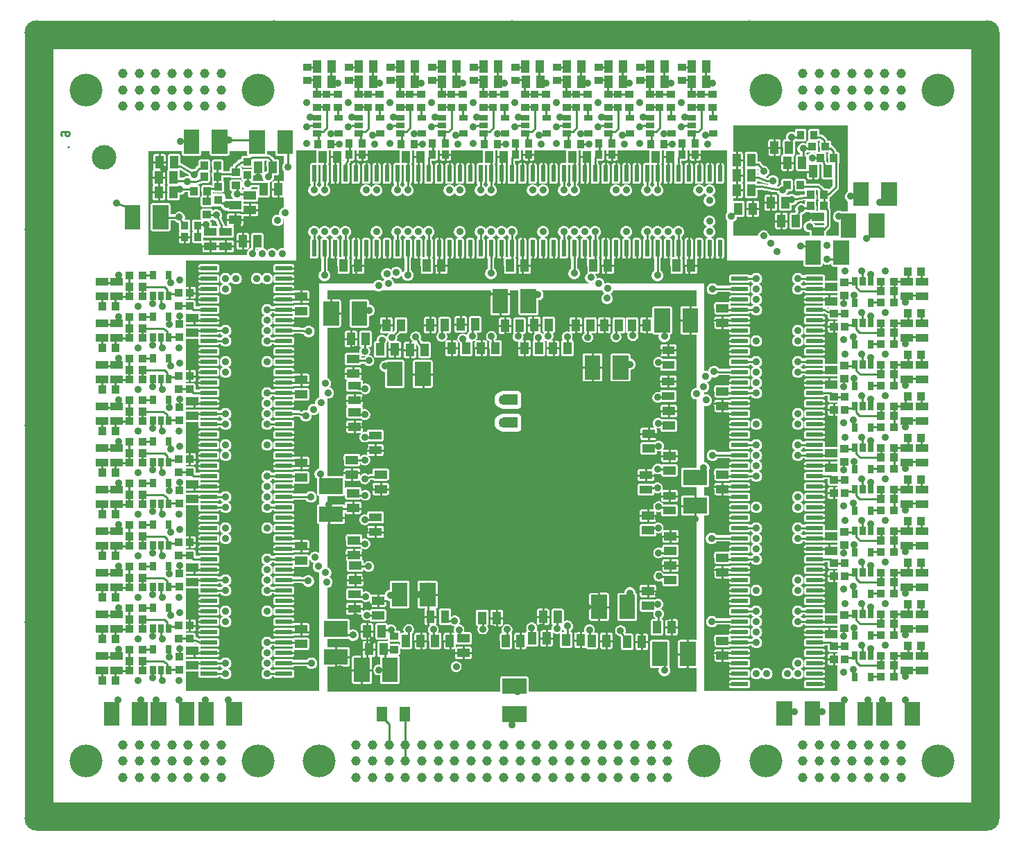
<source format=gbr>
G04 start of page 5 for group 3 idx 3 *
G04 Title: HETEPTANA, backside *
G04 Creator: pcb 1.99z *
G04 CreationDate: Mo 30 Mär 2015 16:46:13 GMT UTC *
G04 For: stephan *
G04 Format: Gerber/RS-274X *
G04 PCB-Dimensions (mil): 5511.81 4724.41 *
G04 PCB-Coordinate-Origin: lower left *
%MOIN*%
%FSLAX25Y25*%
%LNBACKSIDE*%
%ADD93C,0.0236*%
%ADD92C,0.0787*%
%ADD91C,0.0276*%
%ADD90C,0.0256*%
%ADD89C,0.0866*%
%ADD88C,0.0157*%
%ADD87C,0.0160*%
%ADD86C,0.0492*%
%ADD85C,0.0354*%
%ADD84C,0.0360*%
%ADD83R,0.0500X0.0500*%
%ADD82R,0.0750X0.0750*%
%ADD81C,0.1378*%
%ADD80R,0.0350X0.0350*%
%ADD79R,0.0280X0.0280*%
%ADD78R,0.0394X0.0394*%
%ADD77R,0.0200X0.0200*%
%ADD76C,0.1181*%
%ADD75C,0.0472*%
%ADD74C,0.1575*%
%ADD73C,0.0453*%
%ADD72C,0.0098*%
%ADD71C,0.0098*%
%ADD70C,0.0100*%
%ADD69C,0.0001*%
G54D69*G36*
X169609Y169950D02*X170157Y169950D01*
X170290Y169982D01*
X170292Y169067D01*
X170329Y168913D01*
X170342Y168882D01*
X170310Y168895D01*
X170157Y168932D01*
X170000Y168941D01*
X169609Y168941D01*
Y169950D01*
G37*
G36*
Y129950D02*X170157Y129950D01*
X170290Y129982D01*
X170292Y129067D01*
X170329Y128913D01*
X170342Y128882D01*
X170310Y128895D01*
X170157Y128932D01*
X170000Y128941D01*
X169609Y128941D01*
Y129950D01*
G37*
G36*
Y209950D02*X170157Y209950D01*
X170290Y209982D01*
X170292Y209067D01*
X170329Y208913D01*
X170342Y208882D01*
X170310Y208895D01*
X170157Y208932D01*
X170000Y208941D01*
X169609Y208941D01*
Y209950D01*
G37*
G36*
Y249950D02*X170157Y249950D01*
X170290Y249982D01*
X170292Y249067D01*
X170329Y248913D01*
X170342Y248882D01*
X170310Y248895D01*
X170157Y248932D01*
X170000Y248941D01*
X169609Y248941D01*
Y249950D01*
G37*
G36*
Y289950D02*X170157Y289950D01*
X170290Y289982D01*
X170292Y289067D01*
X170329Y288913D01*
X170342Y288882D01*
X170310Y288895D01*
X170157Y288932D01*
X170000Y288941D01*
X169609Y288941D01*
Y289950D01*
G37*
G36*
Y219950D02*X170157Y219950D01*
X170283Y219980D01*
X170285Y218901D01*
X170157Y218932D01*
X170000Y218941D01*
X169609Y218941D01*
Y219950D01*
G37*
G36*
Y259950D02*X170157Y259950D01*
X170283Y259980D01*
X170285Y258901D01*
X170157Y258932D01*
X170000Y258941D01*
X169609Y258941D01*
Y259950D01*
G37*
G36*
Y299950D02*X170157Y299950D01*
X170283Y299980D01*
X170285Y298901D01*
X170157Y298932D01*
X170000Y298941D01*
X169609Y298941D01*
Y299950D01*
G37*
G36*
Y179950D02*X170157Y179950D01*
X170283Y179980D01*
X170285Y178901D01*
X170157Y178932D01*
X170000Y178941D01*
X169609Y178941D01*
Y179950D01*
G37*
G36*
Y139950D02*X170157Y139950D01*
X170283Y139980D01*
X170285Y138901D01*
X170157Y138932D01*
X170000Y138941D01*
X169609Y138941D01*
Y139950D01*
G37*
G36*
Y239950D02*X170157Y239950D01*
X170310Y239987D01*
X170455Y240047D01*
X170590Y240129D01*
X170709Y240232D01*
X170812Y240351D01*
X170866Y240441D01*
X173024D01*
X173798Y240203D01*
X173829Y240073D01*
X173997Y239666D01*
X174228Y239290D01*
X174514Y238955D01*
X174849Y238669D01*
X175225Y238438D01*
X175632Y238270D01*
X176061Y238167D01*
X176500Y238132D01*
X176939Y238167D01*
X177368Y238270D01*
X177775Y238438D01*
X178151Y238669D01*
X178486Y238955D01*
X178772Y239290D01*
X179003Y239666D01*
X179171Y240073D01*
X179274Y240502D01*
X179300Y240941D01*
X179278Y241313D01*
X179382Y241270D01*
X179811Y241167D01*
X180250Y241132D01*
X180689Y241167D01*
X181118Y241270D01*
X181525Y241438D01*
X181901Y241669D01*
X182236Y241955D01*
X182522Y242290D01*
X182753Y242666D01*
X182921Y243073D01*
X183000Y243401D01*
Y215715D01*
X182610Y215621D01*
X182210Y215455D01*
X181840Y215229D01*
X181510Y214947D01*
X181228Y214617D01*
X181001Y214247D01*
X180835Y213846D01*
X180734Y213425D01*
X180700Y212992D01*
X180734Y212560D01*
X180835Y212138D01*
X181001Y211737D01*
X181228Y211367D01*
X181510Y211037D01*
X181836Y210759D01*
X181845Y203237D01*
X181882Y203085D01*
X181942Y202940D01*
X182024Y202806D01*
X182126Y202687D01*
X182245Y202585D01*
X182379Y202503D01*
X182524Y202443D01*
X182676Y202406D01*
X182833Y202397D01*
X183000Y202397D01*
Y198382D01*
X182676Y198381D01*
X182524Y198345D01*
X182379Y198285D01*
X182245Y198203D01*
X182126Y198101D01*
X182024Y197982D01*
X181942Y197848D01*
X181882Y197703D01*
X181845Y197550D01*
X181836Y197394D01*
X181845Y189737D01*
X181882Y189585D01*
X181942Y189440D01*
X182024Y189306D01*
X182126Y189187D01*
X182245Y189085D01*
X182379Y189003D01*
X182524Y188943D01*
X182676Y188906D01*
X182833Y188897D01*
X183000Y188897D01*
Y174896D01*
X182753Y175107D01*
X182377Y175337D01*
X181970Y175506D01*
X181542Y175609D01*
X181102Y175643D01*
X180663Y175609D01*
X180234Y175506D01*
X179827Y175337D01*
X179451Y175107D01*
X179116Y174821D01*
X178830Y174486D01*
X178600Y174110D01*
X178431Y173703D01*
X178328Y173274D01*
X178294Y172835D01*
X178328Y172395D01*
X178431Y171967D01*
X178600Y171560D01*
X178830Y171184D01*
X179116Y170849D01*
X179451Y170562D01*
X179827Y170332D01*
X180234Y170163D01*
X180388Y170127D01*
X180175Y169779D01*
X180006Y169372D01*
X179903Y168943D01*
X179869Y168504D01*
X179903Y168065D01*
X180006Y167636D01*
X180175Y167229D01*
X180405Y166853D01*
X180691Y166518D01*
X181026Y166232D01*
X181402Y166001D01*
X181809Y165833D01*
X182238Y165730D01*
X182677Y165695D01*
X183000Y165721D01*
Y108441D01*
X169609D01*
Y114950D01*
X170157Y114950D01*
X170310Y114987D01*
X170455Y115047D01*
X170590Y115129D01*
X170709Y115232D01*
X170812Y115351D01*
X170894Y115486D01*
X170954Y115631D01*
X170991Y115784D01*
X171000Y115941D01*
X170991Y118098D01*
X170954Y118251D01*
X170894Y118396D01*
X170812Y118531D01*
X170709Y118650D01*
X170590Y118752D01*
X170455Y118835D01*
X170310Y118895D01*
X170157Y118932D01*
X170000Y118941D01*
X169609Y118941D01*
Y119950D01*
X170157Y119950D01*
X170310Y119987D01*
X170455Y120047D01*
X170590Y120129D01*
X170709Y120232D01*
X170812Y120351D01*
X170866Y120441D01*
X176885D01*
X176978Y120290D01*
X177264Y119955D01*
X177599Y119669D01*
X177975Y119438D01*
X178382Y119270D01*
X178811Y119167D01*
X179250Y119132D01*
X179689Y119167D01*
X180118Y119270D01*
X180525Y119438D01*
X180901Y119669D01*
X181236Y119955D01*
X181522Y120290D01*
X181753Y120666D01*
X181921Y121073D01*
X182024Y121502D01*
X182050Y121941D01*
X182024Y122380D01*
X181921Y122809D01*
X181753Y123216D01*
X181522Y123592D01*
X181236Y123927D01*
X180901Y124213D01*
X180525Y124443D01*
X180118Y124612D01*
X179689Y124715D01*
X179250Y124750D01*
X178811Y124715D01*
X178382Y124612D01*
X177975Y124443D01*
X177599Y124213D01*
X177264Y123927D01*
X176978Y123592D01*
X176885Y123441D01*
X170866D01*
X170812Y123531D01*
X170709Y123650D01*
X170590Y123752D01*
X170455Y123835D01*
X170310Y123895D01*
X170157Y123932D01*
X170000Y123941D01*
X169609Y123941D01*
Y124950D01*
X170157Y124950D01*
X170310Y124987D01*
X170455Y125047D01*
X170590Y125129D01*
X170709Y125232D01*
X170812Y125351D01*
X170894Y125486D01*
X170954Y125631D01*
X170991Y125784D01*
X171000Y125941D01*
X170991Y128098D01*
X170954Y128251D01*
X170941Y128283D01*
X170973Y128269D01*
X171126Y128233D01*
X171282Y128223D01*
X177374Y128233D01*
X177527Y128269D01*
X177673Y128330D01*
X177807Y128412D01*
X177927Y128514D01*
X178029Y128634D01*
X178111Y128768D01*
X178171Y128913D01*
X178208Y129067D01*
X178217Y129223D01*
X178208Y133315D01*
X178171Y133468D01*
X178111Y133614D01*
X178029Y133748D01*
X177927Y133868D01*
X177807Y133970D01*
X177673Y134052D01*
X177527Y134112D01*
X177374Y134149D01*
X177217Y134158D01*
X171126Y134149D01*
X170973Y134112D01*
X170827Y134052D01*
X170693Y133970D01*
X170573Y133868D01*
X170514Y133799D01*
X170455Y133835D01*
X170310Y133895D01*
X170157Y133932D01*
X170000Y133941D01*
X169609Y133941D01*
Y134950D01*
X170157Y134950D01*
X170310Y134987D01*
X170455Y135047D01*
X170590Y135129D01*
X170709Y135232D01*
X170805Y135343D01*
X170827Y135330D01*
X170973Y135269D01*
X171126Y135233D01*
X171282Y135223D01*
X177374Y135233D01*
X177527Y135269D01*
X177673Y135330D01*
X177807Y135412D01*
X177927Y135514D01*
X178029Y135634D01*
X178111Y135768D01*
X178171Y135913D01*
X178208Y136067D01*
X178217Y136223D01*
X178208Y140315D01*
X178171Y140468D01*
X178111Y140614D01*
X178029Y140748D01*
X177927Y140868D01*
X177807Y140970D01*
X177673Y141052D01*
X177527Y141112D01*
X177374Y141149D01*
X177217Y141158D01*
X171126Y141149D01*
X170999Y141119D01*
X170991Y143098D01*
X170954Y143251D01*
X170894Y143396D01*
X170812Y143531D01*
X170709Y143650D01*
X170590Y143752D01*
X170455Y143835D01*
X170310Y143895D01*
X170157Y143932D01*
X170000Y143941D01*
X169609Y143941D01*
Y144950D01*
X170157Y144950D01*
X170310Y144987D01*
X170455Y145047D01*
X170590Y145129D01*
X170709Y145232D01*
X170812Y145351D01*
X170894Y145486D01*
X170954Y145631D01*
X170991Y145784D01*
X171000Y145941D01*
X170991Y148098D01*
X170954Y148251D01*
X170894Y148396D01*
X170812Y148531D01*
X170709Y148650D01*
X170590Y148752D01*
X170455Y148835D01*
X170310Y148895D01*
X170157Y148932D01*
X170000Y148941D01*
X169609Y148941D01*
Y149950D01*
X170157Y149950D01*
X170310Y149987D01*
X170455Y150047D01*
X170590Y150129D01*
X170709Y150232D01*
X170812Y150351D01*
X170894Y150486D01*
X170954Y150631D01*
X170991Y150784D01*
X171000Y150941D01*
X170991Y153098D01*
X170954Y153251D01*
X170894Y153396D01*
X170812Y153531D01*
X170709Y153650D01*
X170590Y153752D01*
X170455Y153835D01*
X170310Y153895D01*
X170157Y153932D01*
X170000Y153941D01*
X169609Y153941D01*
Y154950D01*
X170157Y154950D01*
X170310Y154987D01*
X170455Y155047D01*
X170590Y155129D01*
X170709Y155232D01*
X170812Y155351D01*
X170894Y155486D01*
X170954Y155631D01*
X170991Y155784D01*
X171000Y155941D01*
X170991Y158098D01*
X170954Y158251D01*
X170894Y158396D01*
X170812Y158531D01*
X170709Y158650D01*
X170590Y158752D01*
X170455Y158835D01*
X170310Y158895D01*
X170157Y158932D01*
X170000Y158941D01*
X169609Y158941D01*
Y159950D01*
X170157Y159950D01*
X170310Y159987D01*
X170455Y160047D01*
X170590Y160129D01*
X170709Y160232D01*
X170812Y160351D01*
X170866Y160441D01*
X173900D01*
X175206Y160267D01*
X175247Y160166D01*
X175478Y159790D01*
X175764Y159455D01*
X176099Y159169D01*
X176475Y158938D01*
X176882Y158770D01*
X177311Y158667D01*
X177750Y158632D01*
X178189Y158667D01*
X178618Y158770D01*
X179025Y158938D01*
X179401Y159169D01*
X179736Y159455D01*
X180022Y159790D01*
X180253Y160166D01*
X180421Y160573D01*
X180524Y161002D01*
X180550Y161441D01*
X180524Y161880D01*
X180421Y162309D01*
X180253Y162716D01*
X180022Y163092D01*
X179736Y163427D01*
X179401Y163713D01*
X179025Y163943D01*
X178618Y164112D01*
X178189Y164215D01*
X177750Y164250D01*
X177311Y164215D01*
X176882Y164112D01*
X176475Y163943D01*
X176099Y163713D01*
X175764Y163427D01*
X175605Y163240D01*
X174275Y163418D01*
X174235Y163427D01*
X174099Y163435D01*
X173963Y163445D01*
X173923Y163441D01*
X170866D01*
X170812Y163531D01*
X170709Y163650D01*
X170590Y163752D01*
X170455Y163835D01*
X170310Y163895D01*
X170157Y163932D01*
X170000Y163941D01*
X169609Y163941D01*
Y164950D01*
X170157Y164950D01*
X170310Y164987D01*
X170455Y165047D01*
X170590Y165129D01*
X170709Y165232D01*
X170812Y165351D01*
X170894Y165486D01*
X170954Y165631D01*
X170991Y165784D01*
X171000Y165941D01*
X170991Y168098D01*
X170954Y168251D01*
X170941Y168283D01*
X170973Y168269D01*
X171126Y168233D01*
X171282Y168223D01*
X177374Y168233D01*
X177527Y168269D01*
X177673Y168330D01*
X177807Y168412D01*
X177927Y168514D01*
X178029Y168634D01*
X178111Y168768D01*
X178171Y168913D01*
X178208Y169067D01*
X178217Y169223D01*
X178208Y173315D01*
X178171Y173468D01*
X178111Y173614D01*
X178029Y173748D01*
X177927Y173868D01*
X177807Y173970D01*
X177673Y174052D01*
X177527Y174112D01*
X177374Y174149D01*
X177217Y174158D01*
X171126Y174149D01*
X170973Y174112D01*
X170827Y174052D01*
X170693Y173970D01*
X170573Y173868D01*
X170514Y173799D01*
X170455Y173835D01*
X170310Y173895D01*
X170157Y173932D01*
X170000Y173941D01*
X169609Y173941D01*
Y174950D01*
X170157Y174950D01*
X170310Y174987D01*
X170455Y175047D01*
X170590Y175129D01*
X170709Y175232D01*
X170805Y175343D01*
X170827Y175330D01*
X170973Y175269D01*
X171126Y175233D01*
X171282Y175223D01*
X177374Y175233D01*
X177527Y175269D01*
X177673Y175330D01*
X177807Y175412D01*
X177927Y175514D01*
X178029Y175634D01*
X178111Y175768D01*
X178171Y175913D01*
X178208Y176067D01*
X178217Y176223D01*
X178208Y180315D01*
X178171Y180468D01*
X178111Y180614D01*
X178029Y180748D01*
X177927Y180868D01*
X177807Y180970D01*
X177673Y181052D01*
X177527Y181112D01*
X177374Y181149D01*
X177217Y181158D01*
X171126Y181149D01*
X170999Y181119D01*
X170991Y183098D01*
X170954Y183251D01*
X170894Y183396D01*
X170812Y183531D01*
X170709Y183650D01*
X170590Y183752D01*
X170455Y183835D01*
X170310Y183895D01*
X170157Y183932D01*
X170000Y183941D01*
X169609Y183941D01*
Y184950D01*
X170157Y184950D01*
X170310Y184987D01*
X170455Y185047D01*
X170590Y185129D01*
X170709Y185232D01*
X170812Y185351D01*
X170894Y185486D01*
X170954Y185631D01*
X170991Y185784D01*
X171000Y185941D01*
X170991Y188098D01*
X170954Y188251D01*
X170894Y188396D01*
X170812Y188531D01*
X170709Y188650D01*
X170590Y188752D01*
X170455Y188835D01*
X170310Y188895D01*
X170157Y188932D01*
X170000Y188941D01*
X169609Y188941D01*
Y189950D01*
X170157Y189950D01*
X170310Y189987D01*
X170455Y190047D01*
X170590Y190129D01*
X170709Y190232D01*
X170812Y190351D01*
X170894Y190486D01*
X170954Y190631D01*
X170991Y190784D01*
X171000Y190941D01*
X170991Y193098D01*
X170954Y193251D01*
X170894Y193396D01*
X170812Y193531D01*
X170709Y193650D01*
X170590Y193752D01*
X170455Y193835D01*
X170310Y193895D01*
X170157Y193932D01*
X170000Y193941D01*
X169609Y193941D01*
Y194950D01*
X170157Y194950D01*
X170310Y194987D01*
X170455Y195047D01*
X170590Y195129D01*
X170709Y195232D01*
X170812Y195351D01*
X170894Y195486D01*
X170954Y195631D01*
X170991Y195784D01*
X171000Y195941D01*
X170991Y198098D01*
X170954Y198251D01*
X170894Y198396D01*
X170812Y198531D01*
X170709Y198650D01*
X170590Y198752D01*
X170455Y198835D01*
X170310Y198895D01*
X170157Y198932D01*
X170000Y198941D01*
X169609Y198941D01*
Y199950D01*
X170157Y199950D01*
X170310Y199987D01*
X170455Y200047D01*
X170590Y200129D01*
X170709Y200232D01*
X170812Y200351D01*
X170866Y200441D01*
X176635D01*
X176728Y200290D01*
X177014Y199955D01*
X177349Y199669D01*
X177725Y199438D01*
X178132Y199270D01*
X178561Y199167D01*
X179000Y199132D01*
X179439Y199167D01*
X179868Y199270D01*
X180275Y199438D01*
X180651Y199669D01*
X180986Y199955D01*
X181272Y200290D01*
X181503Y200666D01*
X181671Y201073D01*
X181774Y201502D01*
X181800Y201941D01*
X181774Y202380D01*
X181671Y202809D01*
X181503Y203216D01*
X181272Y203592D01*
X180986Y203927D01*
X180651Y204213D01*
X180275Y204443D01*
X179868Y204612D01*
X179439Y204715D01*
X179000Y204750D01*
X178561Y204715D01*
X178132Y204612D01*
X177725Y204443D01*
X177349Y204213D01*
X177014Y203927D01*
X176728Y203592D01*
X176635Y203441D01*
X170866D01*
X170812Y203531D01*
X170709Y203650D01*
X170590Y203752D01*
X170455Y203835D01*
X170310Y203895D01*
X170157Y203932D01*
X170000Y203941D01*
X169609Y203941D01*
Y204950D01*
X170157Y204950D01*
X170310Y204987D01*
X170455Y205047D01*
X170590Y205129D01*
X170709Y205232D01*
X170812Y205351D01*
X170894Y205486D01*
X170954Y205631D01*
X170991Y205784D01*
X171000Y205941D01*
X170991Y208098D01*
X170954Y208251D01*
X170941Y208283D01*
X170973Y208269D01*
X171126Y208233D01*
X171282Y208223D01*
X177374Y208233D01*
X177527Y208269D01*
X177673Y208330D01*
X177807Y208412D01*
X177927Y208514D01*
X178029Y208634D01*
X178111Y208768D01*
X178171Y208913D01*
X178208Y209067D01*
X178217Y209223D01*
X178208Y213315D01*
X178171Y213468D01*
X178111Y213614D01*
X178029Y213748D01*
X177927Y213868D01*
X177807Y213970D01*
X177673Y214052D01*
X177527Y214112D01*
X177374Y214149D01*
X177217Y214158D01*
X171126Y214149D01*
X170973Y214112D01*
X170827Y214052D01*
X170693Y213970D01*
X170573Y213868D01*
X170514Y213799D01*
X170455Y213835D01*
X170310Y213895D01*
X170157Y213932D01*
X170000Y213941D01*
X169609Y213941D01*
Y214950D01*
X170157Y214950D01*
X170310Y214987D01*
X170455Y215047D01*
X170590Y215129D01*
X170709Y215232D01*
X170805Y215343D01*
X170827Y215330D01*
X170973Y215269D01*
X171126Y215233D01*
X171282Y215223D01*
X177374Y215233D01*
X177527Y215269D01*
X177673Y215330D01*
X177807Y215412D01*
X177927Y215514D01*
X178029Y215634D01*
X178111Y215768D01*
X178171Y215913D01*
X178208Y216067D01*
X178217Y216223D01*
X178208Y220315D01*
X178171Y220468D01*
X178111Y220614D01*
X178029Y220748D01*
X177927Y220868D01*
X177807Y220970D01*
X177673Y221052D01*
X177527Y221112D01*
X177374Y221149D01*
X177217Y221158D01*
X171126Y221149D01*
X170999Y221119D01*
X170991Y223098D01*
X170954Y223251D01*
X170894Y223396D01*
X170812Y223531D01*
X170709Y223650D01*
X170590Y223752D01*
X170455Y223835D01*
X170310Y223895D01*
X170157Y223932D01*
X170000Y223941D01*
X169609Y223941D01*
Y224950D01*
X170157Y224950D01*
X170310Y224987D01*
X170455Y225047D01*
X170590Y225129D01*
X170709Y225232D01*
X170812Y225351D01*
X170894Y225486D01*
X170954Y225631D01*
X170991Y225784D01*
X171000Y225941D01*
X170991Y228098D01*
X170954Y228251D01*
X170894Y228396D01*
X170812Y228531D01*
X170709Y228650D01*
X170590Y228752D01*
X170455Y228835D01*
X170310Y228895D01*
X170157Y228932D01*
X170000Y228941D01*
X169609Y228941D01*
Y229950D01*
X170157Y229950D01*
X170310Y229987D01*
X170455Y230047D01*
X170590Y230129D01*
X170709Y230232D01*
X170812Y230351D01*
X170894Y230486D01*
X170954Y230631D01*
X170991Y230784D01*
X171000Y230941D01*
X170991Y233098D01*
X170954Y233251D01*
X170894Y233396D01*
X170812Y233531D01*
X170709Y233650D01*
X170590Y233752D01*
X170455Y233835D01*
X170310Y233895D01*
X170157Y233932D01*
X170000Y233941D01*
X169609Y233941D01*
Y234950D01*
X170157Y234950D01*
X170310Y234987D01*
X170455Y235047D01*
X170590Y235129D01*
X170709Y235232D01*
X170812Y235351D01*
X170894Y235486D01*
X170954Y235631D01*
X170991Y235784D01*
X171000Y235941D01*
X170991Y238098D01*
X170954Y238251D01*
X170894Y238396D01*
X170812Y238531D01*
X170709Y238650D01*
X170590Y238752D01*
X170455Y238835D01*
X170310Y238895D01*
X170157Y238932D01*
X170000Y238941D01*
X169609Y238941D01*
Y239950D01*
G37*
G36*
X173474Y243428D02*X173462Y243431D01*
X173226Y243445D01*
X173179Y243441D01*
X170866D01*
X170812Y243531D01*
X170709Y243650D01*
X170590Y243752D01*
X170455Y243835D01*
X170310Y243895D01*
X170157Y243932D01*
X170000Y243941D01*
X169609Y243941D01*
Y244950D01*
X170157Y244950D01*
X170310Y244987D01*
X170455Y245047D01*
X170590Y245129D01*
X170709Y245232D01*
X170812Y245351D01*
X170894Y245486D01*
X170954Y245631D01*
X170991Y245784D01*
X171000Y245941D01*
X170991Y248098D01*
X170954Y248251D01*
X170941Y248283D01*
X170973Y248269D01*
X171126Y248233D01*
X171282Y248223D01*
X177374Y248233D01*
X177527Y248269D01*
X177673Y248330D01*
X177807Y248412D01*
X177927Y248514D01*
X178029Y248634D01*
X178111Y248768D01*
X178171Y248913D01*
X178208Y249067D01*
X178217Y249223D01*
X178208Y253315D01*
X178171Y253468D01*
X178111Y253614D01*
X178029Y253748D01*
X177927Y253868D01*
X177807Y253970D01*
X177673Y254052D01*
X177527Y254112D01*
X177374Y254149D01*
X177217Y254158D01*
X171126Y254149D01*
X170973Y254112D01*
X170827Y254052D01*
X170693Y253970D01*
X170573Y253868D01*
X170514Y253799D01*
X170455Y253835D01*
X170310Y253895D01*
X170157Y253932D01*
X170000Y253941D01*
X169609Y253941D01*
Y254950D01*
X170157Y254950D01*
X170310Y254987D01*
X170455Y255047D01*
X170590Y255129D01*
X170709Y255232D01*
X170805Y255343D01*
X170827Y255330D01*
X170973Y255269D01*
X171126Y255233D01*
X171282Y255223D01*
X177374Y255233D01*
X177527Y255269D01*
X177673Y255330D01*
X177807Y255412D01*
X177927Y255514D01*
X178029Y255634D01*
X178111Y255768D01*
X178171Y255913D01*
X178208Y256067D01*
X178217Y256223D01*
X178208Y260315D01*
X178171Y260468D01*
X178111Y260614D01*
X178029Y260748D01*
X177927Y260868D01*
X177807Y260970D01*
X177673Y261052D01*
X177527Y261112D01*
X177374Y261149D01*
X177217Y261158D01*
X171126Y261149D01*
X170999Y261119D01*
X170991Y263098D01*
X170954Y263251D01*
X170894Y263396D01*
X170812Y263531D01*
X170709Y263650D01*
X170590Y263752D01*
X170455Y263835D01*
X170310Y263895D01*
X170157Y263932D01*
X170000Y263941D01*
X169609Y263941D01*
Y264950D01*
X170157Y264950D01*
X170310Y264987D01*
X170455Y265047D01*
X170590Y265129D01*
X170709Y265232D01*
X170812Y265351D01*
X170894Y265486D01*
X170954Y265631D01*
X170991Y265784D01*
X171000Y265941D01*
X170991Y268098D01*
X170954Y268251D01*
X170894Y268396D01*
X170812Y268531D01*
X170709Y268650D01*
X170590Y268752D01*
X170455Y268835D01*
X170310Y268895D01*
X170157Y268932D01*
X170000Y268941D01*
X169609Y268941D01*
Y269950D01*
X170157Y269950D01*
X170310Y269987D01*
X170455Y270047D01*
X170590Y270129D01*
X170709Y270232D01*
X170812Y270351D01*
X170894Y270486D01*
X170954Y270631D01*
X170991Y270784D01*
X171000Y270941D01*
X170991Y273098D01*
X170954Y273251D01*
X170894Y273396D01*
X170812Y273531D01*
X170709Y273650D01*
X170590Y273752D01*
X170455Y273835D01*
X170310Y273895D01*
X170157Y273932D01*
X170000Y273941D01*
X169609Y273941D01*
Y274950D01*
X170157Y274950D01*
X170310Y274987D01*
X170455Y275047D01*
X170590Y275129D01*
X170709Y275232D01*
X170812Y275351D01*
X170894Y275486D01*
X170954Y275631D01*
X170991Y275784D01*
X171000Y275941D01*
X170991Y278098D01*
X170954Y278251D01*
X170894Y278396D01*
X170812Y278531D01*
X170709Y278650D01*
X170590Y278752D01*
X170455Y278835D01*
X170310Y278895D01*
X170157Y278932D01*
X170000Y278941D01*
X169609Y278941D01*
Y279950D01*
X170157Y279950D01*
X170310Y279987D01*
X170455Y280047D01*
X170590Y280129D01*
X170709Y280232D01*
X170812Y280351D01*
X170866Y280441D01*
X173171D01*
X175484Y280197D01*
X175497Y280166D01*
X175728Y279790D01*
X176014Y279455D01*
X176349Y279169D01*
X176725Y278938D01*
X177132Y278770D01*
X177561Y278667D01*
X178000Y278632D01*
X178439Y278667D01*
X178868Y278770D01*
X179275Y278938D01*
X179651Y279169D01*
X179986Y279455D01*
X180272Y279790D01*
X180503Y280166D01*
X180671Y280573D01*
X180774Y281002D01*
X180800Y281441D01*
X180774Y281880D01*
X180671Y282309D01*
X180503Y282716D01*
X180272Y283092D01*
X179986Y283427D01*
X179651Y283713D01*
X179275Y283943D01*
X178868Y284112D01*
X178439Y284215D01*
X178000Y284250D01*
X177561Y284215D01*
X177132Y284112D01*
X176725Y283943D01*
X176349Y283713D01*
X176014Y283427D01*
X175803Y283180D01*
X173505Y283422D01*
X173485Y283427D01*
X173429Y283430D01*
X173407Y283433D01*
X173328Y283436D01*
X173250Y283441D01*
X173228D01*
X173171Y283444D01*
X173152Y283441D01*
X170866D01*
X170812Y283531D01*
X170709Y283650D01*
X170590Y283752D01*
X170455Y283835D01*
X170310Y283895D01*
X170157Y283932D01*
X170000Y283941D01*
X169609Y283941D01*
Y284950D01*
X170157Y284950D01*
X170310Y284987D01*
X170455Y285047D01*
X170590Y285129D01*
X170709Y285232D01*
X170812Y285351D01*
X170894Y285486D01*
X170954Y285631D01*
X170991Y285784D01*
X171000Y285941D01*
X170991Y288098D01*
X170954Y288251D01*
X170941Y288283D01*
X170973Y288269D01*
X171126Y288233D01*
X171282Y288223D01*
X177374Y288233D01*
X177527Y288269D01*
X177673Y288330D01*
X177807Y288412D01*
X177927Y288514D01*
X178029Y288634D01*
X178111Y288768D01*
X178171Y288913D01*
X178208Y289067D01*
X178217Y289223D01*
X178208Y293315D01*
X178171Y293468D01*
X178111Y293614D01*
X178029Y293748D01*
X177927Y293868D01*
X177807Y293970D01*
X177673Y294052D01*
X177527Y294112D01*
X177374Y294149D01*
X177217Y294158D01*
X171126Y294149D01*
X170973Y294112D01*
X170827Y294052D01*
X170693Y293970D01*
X170573Y293868D01*
X170514Y293799D01*
X170455Y293835D01*
X170310Y293895D01*
X170157Y293932D01*
X170000Y293941D01*
X169609Y293941D01*
Y294950D01*
X170157Y294950D01*
X170310Y294987D01*
X170455Y295047D01*
X170590Y295129D01*
X170709Y295232D01*
X170805Y295343D01*
X170827Y295330D01*
X170973Y295269D01*
X171126Y295233D01*
X171282Y295223D01*
X177374Y295233D01*
X177527Y295269D01*
X177673Y295330D01*
X177807Y295412D01*
X177927Y295514D01*
X178029Y295634D01*
X178111Y295768D01*
X178171Y295913D01*
X178208Y296067D01*
X178217Y296223D01*
X178208Y300315D01*
X178171Y300468D01*
X178111Y300614D01*
X178029Y300748D01*
X177927Y300868D01*
X177807Y300970D01*
X177673Y301052D01*
X177527Y301112D01*
X177374Y301149D01*
X177217Y301158D01*
X171126Y301149D01*
X170999Y301119D01*
X170991Y303098D01*
X170954Y303251D01*
X170894Y303396D01*
X170812Y303531D01*
X170709Y303650D01*
X170590Y303752D01*
X170455Y303835D01*
X170310Y303895D01*
X170157Y303932D01*
X170000Y303941D01*
X169609Y303941D01*
Y304950D01*
X170157Y304950D01*
X170310Y304987D01*
X170455Y305047D01*
X170590Y305129D01*
X170709Y305232D01*
X170812Y305351D01*
X170894Y305486D01*
X170954Y305631D01*
X170991Y305784D01*
X171000Y305941D01*
X170991Y308098D01*
X170954Y308251D01*
X170894Y308396D01*
X170812Y308531D01*
X170709Y308650D01*
X170590Y308752D01*
X170455Y308835D01*
X170310Y308895D01*
X170157Y308932D01*
X170000Y308941D01*
X169609Y308941D01*
Y309950D01*
X170157Y309950D01*
X170310Y309987D01*
X170455Y310047D01*
X170590Y310129D01*
X170709Y310232D01*
X170812Y310351D01*
X170894Y310486D01*
X170954Y310631D01*
X170991Y310784D01*
X171000Y310941D01*
X170991Y313098D01*
X170954Y313251D01*
X170894Y313396D01*
X170812Y313531D01*
X170709Y313650D01*
X170590Y313752D01*
X170455Y313835D01*
X170310Y313895D01*
X170157Y313932D01*
X170000Y313941D01*
X169609Y313941D01*
Y315441D01*
X183000D01*
Y309720D01*
X182997Y309716D01*
X182829Y309309D01*
X182726Y308880D01*
X182691Y308441D01*
X182726Y308002D01*
X182829Y307573D01*
X182997Y307166D01*
X183000Y307162D01*
Y249918D01*
X182990Y249915D01*
X182583Y249747D01*
X182207Y249516D01*
X181872Y249230D01*
X181586Y248895D01*
X181356Y248519D01*
X181187Y248112D01*
X181084Y247683D01*
X181050Y247244D01*
X181084Y246805D01*
X181132Y246606D01*
X181118Y246612D01*
X180689Y246715D01*
X180250Y246750D01*
X179811Y246715D01*
X179382Y246612D01*
X178975Y246443D01*
X178599Y246213D01*
X178264Y245927D01*
X177978Y245592D01*
X177747Y245216D01*
X177579Y244809D01*
X177476Y244380D01*
X177441Y243941D01*
X177471Y243570D01*
X177368Y243612D01*
X176939Y243715D01*
X176500Y243750D01*
X176061Y243715D01*
X175632Y243612D01*
X175225Y243443D01*
X174849Y243213D01*
X174681Y243070D01*
X173759Y243354D01*
X173715Y243372D01*
X173485Y243427D01*
X173474Y243428D01*
G37*
G36*
X161000Y167941D02*X161009Y165784D01*
X161046Y165631D01*
X161106Y165486D01*
X161188Y165351D01*
X161291Y165232D01*
X161410Y165129D01*
X161545Y165047D01*
X161690Y164987D01*
X161843Y164950D01*
X162000Y164941D01*
X169609Y164950D01*
Y163941D01*
X161843Y163932D01*
X161690Y163895D01*
X161545Y163835D01*
X161410Y163752D01*
X161291Y163650D01*
X161188Y163531D01*
X161106Y163396D01*
X161046Y163251D01*
X161009Y163098D01*
X161000Y162941D01*
X161009Y160784D01*
X161046Y160631D01*
X161106Y160486D01*
X161188Y160351D01*
X161291Y160232D01*
X161410Y160129D01*
X161545Y160047D01*
X161690Y159987D01*
X161843Y159950D01*
X162000Y159941D01*
X169609Y159950D01*
Y158941D01*
X161843Y158932D01*
X161690Y158895D01*
X161545Y158835D01*
X161410Y158752D01*
X161291Y158650D01*
X161188Y158531D01*
X161134Y158441D01*
X160365D01*
X160272Y158592D01*
X159986Y158927D01*
X159651Y159213D01*
X159279Y159441D01*
X159651Y159669D01*
X159986Y159955D01*
X160272Y160290D01*
X160503Y160666D01*
X160671Y161073D01*
X160774Y161502D01*
X160800Y161941D01*
X160774Y162380D01*
X160671Y162809D01*
X160503Y163216D01*
X160272Y163592D01*
X159986Y163927D01*
X159651Y164213D01*
X159279Y164441D01*
X159651Y164669D01*
X159986Y164955D01*
X160272Y165290D01*
X160503Y165666D01*
X160671Y166073D01*
X160774Y166502D01*
X160800Y166941D01*
X160774Y167380D01*
X160671Y167809D01*
X160503Y168216D01*
X160272Y168592D01*
X159986Y168927D01*
X159651Y169213D01*
X159279Y169441D01*
X159651Y169669D01*
X159986Y169955D01*
X160272Y170290D01*
X160365Y170441D01*
X161134D01*
X161188Y170351D01*
X161291Y170232D01*
X161410Y170129D01*
X161545Y170047D01*
X161690Y169987D01*
X161843Y169950D01*
X162000Y169941D01*
X169609Y169950D01*
Y168941D01*
X161843Y168932D01*
X161690Y168895D01*
X161545Y168835D01*
X161410Y168752D01*
X161291Y168650D01*
X161188Y168531D01*
X161106Y168396D01*
X161046Y168251D01*
X161009Y168098D01*
X161000Y167941D01*
G37*
G36*
X161134Y130441D02*X161188Y130351D01*
X161291Y130232D01*
X161410Y130129D01*
X161545Y130047D01*
X161690Y129987D01*
X161843Y129950D01*
X162000Y129941D01*
X169609Y129950D01*
Y128941D01*
X161843Y128932D01*
X161690Y128895D01*
X161545Y128835D01*
X161410Y128752D01*
X161291Y128650D01*
X161188Y128531D01*
X161106Y128396D01*
X161046Y128251D01*
X161009Y128098D01*
X161000Y127941D01*
X161009Y125784D01*
X161046Y125631D01*
X161106Y125486D01*
X161188Y125351D01*
X161291Y125232D01*
X161410Y125129D01*
X161545Y125047D01*
X161690Y124987D01*
X161843Y124950D01*
X162000Y124941D01*
X169609Y124950D01*
Y123941D01*
X161843Y123932D01*
X161690Y123895D01*
X161545Y123835D01*
X161410Y123752D01*
X161291Y123650D01*
X161188Y123531D01*
X161106Y123396D01*
X161046Y123251D01*
X161009Y123098D01*
X161000Y122941D01*
X161009Y120784D01*
X161046Y120631D01*
X161106Y120486D01*
X161188Y120351D01*
X161291Y120232D01*
X161410Y120129D01*
X161545Y120047D01*
X161690Y119987D01*
X161843Y119950D01*
X162000Y119941D01*
X169609Y119950D01*
Y118941D01*
X161843Y118932D01*
X161690Y118895D01*
X161545Y118835D01*
X161410Y118752D01*
X161291Y118650D01*
X161188Y118531D01*
X161134Y118441D01*
X160365D01*
X160272Y118592D01*
X159986Y118927D01*
X159651Y119213D01*
X159279Y119441D01*
X159651Y119669D01*
X159986Y119955D01*
X160272Y120290D01*
X160503Y120666D01*
X160671Y121073D01*
X160774Y121502D01*
X160800Y121941D01*
X160774Y122380D01*
X160671Y122809D01*
X160503Y123216D01*
X160272Y123592D01*
X159986Y123927D01*
X159651Y124213D01*
X159279Y124441D01*
X159651Y124669D01*
X159986Y124955D01*
X160272Y125290D01*
X160503Y125666D01*
X160671Y126073D01*
X160774Y126502D01*
X160800Y126941D01*
X160774Y127380D01*
X160671Y127809D01*
X160503Y128216D01*
X160272Y128592D01*
X159986Y128927D01*
X159651Y129213D01*
X159279Y129441D01*
X159651Y129669D01*
X159986Y129955D01*
X160272Y130290D01*
X160365Y130441D01*
X161134D01*
G37*
G36*
Y210441D02*X161188Y210351D01*
X161291Y210232D01*
X161410Y210129D01*
X161545Y210047D01*
X161690Y209987D01*
X161843Y209950D01*
X162000Y209941D01*
X169609Y209950D01*
Y208941D01*
X161843Y208932D01*
X161690Y208895D01*
X161545Y208835D01*
X161410Y208752D01*
X161291Y208650D01*
X161188Y208531D01*
X161106Y208396D01*
X161046Y208251D01*
X161009Y208098D01*
X161000Y207941D01*
X161009Y205784D01*
X161046Y205631D01*
X161106Y205486D01*
X161188Y205351D01*
X161291Y205232D01*
X161410Y205129D01*
X161545Y205047D01*
X161690Y204987D01*
X161843Y204950D01*
X162000Y204941D01*
X169609Y204950D01*
Y203941D01*
X161843Y203932D01*
X161690Y203895D01*
X161545Y203835D01*
X161410Y203752D01*
X161291Y203650D01*
X161188Y203531D01*
X161106Y203396D01*
X161046Y203251D01*
X161009Y203098D01*
X161000Y202941D01*
X161009Y200784D01*
X161046Y200631D01*
X161106Y200486D01*
X161188Y200351D01*
X161291Y200232D01*
X161410Y200129D01*
X161545Y200047D01*
X161690Y199987D01*
X161843Y199950D01*
X162000Y199941D01*
X169609Y199950D01*
Y198941D01*
X161843Y198932D01*
X161690Y198895D01*
X161545Y198835D01*
X161410Y198752D01*
X161291Y198650D01*
X161188Y198531D01*
X161134Y198441D01*
X160365D01*
X160272Y198592D01*
X159986Y198927D01*
X159651Y199213D01*
X159279Y199441D01*
X159651Y199669D01*
X159986Y199955D01*
X160272Y200290D01*
X160503Y200666D01*
X160671Y201073D01*
X160774Y201502D01*
X160800Y201941D01*
X160774Y202380D01*
X160671Y202809D01*
X160503Y203216D01*
X160272Y203592D01*
X159986Y203927D01*
X159651Y204213D01*
X159279Y204441D01*
X159651Y204669D01*
X159986Y204955D01*
X160272Y205290D01*
X160503Y205666D01*
X160671Y206073D01*
X160774Y206502D01*
X160800Y206941D01*
X160774Y207380D01*
X160671Y207809D01*
X160503Y208216D01*
X160272Y208592D01*
X159986Y208927D01*
X159651Y209213D01*
X159279Y209441D01*
X159651Y209669D01*
X159986Y209955D01*
X160272Y210290D01*
X160365Y210441D01*
X161134D01*
G37*
G36*
Y290441D02*X161188Y290351D01*
X161291Y290232D01*
X161410Y290129D01*
X161545Y290047D01*
X161690Y289987D01*
X161843Y289950D01*
X162000Y289941D01*
X169609Y289950D01*
Y288941D01*
X161843Y288932D01*
X161690Y288895D01*
X161545Y288835D01*
X161410Y288752D01*
X161291Y288650D01*
X161188Y288531D01*
X161106Y288396D01*
X161046Y288251D01*
X161009Y288098D01*
X161000Y287941D01*
X161009Y285784D01*
X161046Y285631D01*
X161106Y285486D01*
X161188Y285351D01*
X161291Y285232D01*
X161410Y285129D01*
X161545Y285047D01*
X161690Y284987D01*
X161843Y284950D01*
X162000Y284941D01*
X169609Y284950D01*
Y283941D01*
X161843Y283932D01*
X161690Y283895D01*
X161545Y283835D01*
X161410Y283752D01*
X161291Y283650D01*
X161188Y283531D01*
X161106Y283396D01*
X161046Y283251D01*
X161009Y283098D01*
X161000Y282941D01*
X161009Y280784D01*
X161046Y280631D01*
X161106Y280486D01*
X161188Y280351D01*
X161291Y280232D01*
X161410Y280129D01*
X161545Y280047D01*
X161690Y279987D01*
X161843Y279950D01*
X162000Y279941D01*
X169609Y279950D01*
Y278941D01*
X161843Y278932D01*
X161690Y278895D01*
X161545Y278835D01*
X161410Y278752D01*
X161291Y278650D01*
X161188Y278531D01*
X161134Y278441D01*
X160365D01*
X160272Y278592D01*
X159986Y278927D01*
X159651Y279213D01*
X159279Y279441D01*
X159651Y279669D01*
X159986Y279955D01*
X160272Y280290D01*
X160503Y280666D01*
X160671Y281073D01*
X160774Y281502D01*
X160800Y281941D01*
X160774Y282380D01*
X160671Y282809D01*
X160503Y283216D01*
X160272Y283592D01*
X159986Y283927D01*
X159651Y284213D01*
X159279Y284441D01*
X159651Y284669D01*
X159986Y284955D01*
X160272Y285290D01*
X160503Y285666D01*
X160671Y286073D01*
X160774Y286502D01*
X160800Y286941D01*
X160774Y287380D01*
X160671Y287809D01*
X160503Y288216D01*
X160272Y288592D01*
X159986Y288927D01*
X159651Y289213D01*
X159279Y289441D01*
X159651Y289669D01*
X159986Y289955D01*
X160272Y290290D01*
X160365Y290441D01*
X161134D01*
G37*
G36*
X157996Y154133D02*X158000Y154132D01*
X158439Y154167D01*
X158868Y154270D01*
X159275Y154438D01*
X159651Y154669D01*
X159986Y154955D01*
X160272Y155290D01*
X160365Y155441D01*
X161134D01*
X161188Y155351D01*
X161291Y155232D01*
X161410Y155129D01*
X161545Y155047D01*
X161690Y154987D01*
X161843Y154950D01*
X162000Y154941D01*
X169609Y154950D01*
Y153941D01*
X161843Y153932D01*
X161690Y153895D01*
X161545Y153835D01*
X161410Y153752D01*
X161291Y153650D01*
X161188Y153531D01*
X161106Y153396D01*
X161046Y153251D01*
X161009Y153098D01*
X161000Y152941D01*
X161009Y150784D01*
X161046Y150631D01*
X161106Y150486D01*
X161188Y150351D01*
X161291Y150232D01*
X161410Y150129D01*
X161545Y150047D01*
X161690Y149987D01*
X161843Y149950D01*
X162000Y149941D01*
X169609Y149950D01*
Y148941D01*
X161843Y148932D01*
X161690Y148895D01*
X161545Y148835D01*
X161410Y148752D01*
X161291Y148650D01*
X161188Y148531D01*
X161106Y148396D01*
X161046Y148251D01*
X161009Y148098D01*
X161000Y147941D01*
X161009Y145784D01*
X161046Y145631D01*
X161106Y145486D01*
X161188Y145351D01*
X161291Y145232D01*
X161410Y145129D01*
X161545Y145047D01*
X161690Y144987D01*
X161843Y144950D01*
X162000Y144941D01*
X169609Y144950D01*
Y143941D01*
X161843Y143932D01*
X161690Y143895D01*
X161545Y143835D01*
X161410Y143752D01*
X161291Y143650D01*
X161188Y143531D01*
X161106Y143396D01*
X161046Y143251D01*
X161009Y143098D01*
X161000Y142941D01*
X161009Y140784D01*
X161046Y140631D01*
X161106Y140486D01*
X161188Y140351D01*
X161291Y140232D01*
X161410Y140129D01*
X161545Y140047D01*
X161690Y139987D01*
X161843Y139950D01*
X162000Y139941D01*
X169609Y139950D01*
Y138941D01*
X161843Y138932D01*
X161690Y138895D01*
X161545Y138835D01*
X161410Y138752D01*
X161291Y138650D01*
X161188Y138531D01*
X161106Y138396D01*
X161046Y138251D01*
X161009Y138098D01*
X161000Y137941D01*
X161009Y135784D01*
X161046Y135631D01*
X161106Y135486D01*
X161188Y135351D01*
X161291Y135232D01*
X161410Y135129D01*
X161545Y135047D01*
X161690Y134987D01*
X161843Y134950D01*
X162000Y134941D01*
X169609Y134950D01*
Y133941D01*
X161843Y133932D01*
X161690Y133895D01*
X161545Y133835D01*
X161410Y133752D01*
X161291Y133650D01*
X161188Y133531D01*
X161134Y133441D01*
X160365D01*
X160272Y133592D01*
X159986Y133927D01*
X159651Y134213D01*
X159275Y134443D01*
X158868Y134612D01*
X158439Y134715D01*
X158000Y134750D01*
X157996Y134749D01*
Y144133D01*
X158000Y144132D01*
X158439Y144167D01*
X158868Y144270D01*
X159275Y144438D01*
X159651Y144669D01*
X159986Y144955D01*
X160272Y145290D01*
X160503Y145666D01*
X160671Y146073D01*
X160774Y146502D01*
X160800Y146941D01*
X160774Y147380D01*
X160671Y147809D01*
X160503Y148216D01*
X160272Y148592D01*
X159986Y148927D01*
X159651Y149213D01*
X159275Y149443D01*
X158868Y149612D01*
X158439Y149715D01*
X158000Y149750D01*
X157996Y149749D01*
Y154133D01*
G37*
G36*
Y194133D02*X158000Y194132D01*
X158439Y194167D01*
X158868Y194270D01*
X159275Y194438D01*
X159651Y194669D01*
X159986Y194955D01*
X160272Y195290D01*
X160365Y195441D01*
X161134D01*
X161188Y195351D01*
X161291Y195232D01*
X161410Y195129D01*
X161545Y195047D01*
X161690Y194987D01*
X161843Y194950D01*
X162000Y194941D01*
X169609Y194950D01*
Y193941D01*
X161843Y193932D01*
X161690Y193895D01*
X161545Y193835D01*
X161410Y193752D01*
X161291Y193650D01*
X161188Y193531D01*
X161106Y193396D01*
X161046Y193251D01*
X161009Y193098D01*
X161000Y192941D01*
X161009Y190784D01*
X161046Y190631D01*
X161106Y190486D01*
X161188Y190351D01*
X161291Y190232D01*
X161410Y190129D01*
X161545Y190047D01*
X161690Y189987D01*
X161843Y189950D01*
X162000Y189941D01*
X169609Y189950D01*
Y188941D01*
X161843Y188932D01*
X161690Y188895D01*
X161545Y188835D01*
X161410Y188752D01*
X161291Y188650D01*
X161188Y188531D01*
X161106Y188396D01*
X161046Y188251D01*
X161009Y188098D01*
X161000Y187941D01*
X161009Y185784D01*
X161046Y185631D01*
X161106Y185486D01*
X161188Y185351D01*
X161291Y185232D01*
X161410Y185129D01*
X161545Y185047D01*
X161690Y184987D01*
X161843Y184950D01*
X162000Y184941D01*
X169609Y184950D01*
Y183941D01*
X161843Y183932D01*
X161690Y183895D01*
X161545Y183835D01*
X161410Y183752D01*
X161291Y183650D01*
X161188Y183531D01*
X161106Y183396D01*
X161046Y183251D01*
X161009Y183098D01*
X161000Y182941D01*
X161009Y180784D01*
X161046Y180631D01*
X161106Y180486D01*
X161188Y180351D01*
X161291Y180232D01*
X161410Y180129D01*
X161545Y180047D01*
X161690Y179987D01*
X161843Y179950D01*
X162000Y179941D01*
X169609Y179950D01*
Y178941D01*
X161843Y178932D01*
X161690Y178895D01*
X161545Y178835D01*
X161410Y178752D01*
X161291Y178650D01*
X161188Y178531D01*
X161106Y178396D01*
X161046Y178251D01*
X161009Y178098D01*
X161000Y177941D01*
X161009Y175784D01*
X161046Y175631D01*
X161106Y175486D01*
X161188Y175351D01*
X161291Y175232D01*
X161410Y175129D01*
X161545Y175047D01*
X161690Y174987D01*
X161843Y174950D01*
X162000Y174941D01*
X169609Y174950D01*
Y173941D01*
X161843Y173932D01*
X161690Y173895D01*
X161545Y173835D01*
X161410Y173752D01*
X161291Y173650D01*
X161188Y173531D01*
X161134Y173441D01*
X160365D01*
X160272Y173592D01*
X159986Y173927D01*
X159651Y174213D01*
X159275Y174443D01*
X158868Y174612D01*
X158439Y174715D01*
X158000Y174750D01*
X157996Y174749D01*
Y184133D01*
X158000Y184132D01*
X158439Y184167D01*
X158868Y184270D01*
X159275Y184438D01*
X159651Y184669D01*
X159986Y184955D01*
X160272Y185290D01*
X160503Y185666D01*
X160671Y186073D01*
X160774Y186502D01*
X160800Y186941D01*
X160774Y187380D01*
X160671Y187809D01*
X160503Y188216D01*
X160272Y188592D01*
X159986Y188927D01*
X159651Y189213D01*
X159275Y189443D01*
X158868Y189612D01*
X158439Y189715D01*
X158000Y189750D01*
X157996Y189749D01*
Y194133D01*
G37*
G36*
Y234133D02*X158000Y234132D01*
X158439Y234167D01*
X158868Y234270D01*
X159275Y234438D01*
X159651Y234669D01*
X159986Y234955D01*
X160272Y235290D01*
X160365Y235441D01*
X161134D01*
X161188Y235351D01*
X161291Y235232D01*
X161410Y235129D01*
X161545Y235047D01*
X161690Y234987D01*
X161843Y234950D01*
X162000Y234941D01*
X169609Y234950D01*
Y233941D01*
X161843Y233932D01*
X161690Y233895D01*
X161545Y233835D01*
X161410Y233752D01*
X161291Y233650D01*
X161188Y233531D01*
X161106Y233396D01*
X161046Y233251D01*
X161009Y233098D01*
X161000Y232941D01*
X161009Y230784D01*
X161046Y230631D01*
X161106Y230486D01*
X161188Y230351D01*
X161291Y230232D01*
X161410Y230129D01*
X161545Y230047D01*
X161690Y229987D01*
X161843Y229950D01*
X162000Y229941D01*
X169609Y229950D01*
Y228941D01*
X161843Y228932D01*
X161690Y228895D01*
X161545Y228835D01*
X161410Y228752D01*
X161291Y228650D01*
X161188Y228531D01*
X161106Y228396D01*
X161046Y228251D01*
X161009Y228098D01*
X161000Y227941D01*
X161009Y225784D01*
X161046Y225631D01*
X161106Y225486D01*
X161188Y225351D01*
X161291Y225232D01*
X161410Y225129D01*
X161545Y225047D01*
X161690Y224987D01*
X161843Y224950D01*
X162000Y224941D01*
X169609Y224950D01*
Y223941D01*
X161843Y223932D01*
X161690Y223895D01*
X161545Y223835D01*
X161410Y223752D01*
X161291Y223650D01*
X161188Y223531D01*
X161106Y223396D01*
X161046Y223251D01*
X161009Y223098D01*
X161000Y222941D01*
X161009Y220784D01*
X161046Y220631D01*
X161106Y220486D01*
X161188Y220351D01*
X161291Y220232D01*
X161410Y220129D01*
X161545Y220047D01*
X161690Y219987D01*
X161843Y219950D01*
X162000Y219941D01*
X169609Y219950D01*
Y218941D01*
X161843Y218932D01*
X161690Y218895D01*
X161545Y218835D01*
X161410Y218752D01*
X161291Y218650D01*
X161188Y218531D01*
X161106Y218396D01*
X161046Y218251D01*
X161009Y218098D01*
X161000Y217941D01*
X161009Y215784D01*
X161046Y215631D01*
X161106Y215486D01*
X161188Y215351D01*
X161291Y215232D01*
X161410Y215129D01*
X161545Y215047D01*
X161690Y214987D01*
X161843Y214950D01*
X162000Y214941D01*
X169609Y214950D01*
Y213941D01*
X161843Y213932D01*
X161690Y213895D01*
X161545Y213835D01*
X161410Y213752D01*
X161291Y213650D01*
X161188Y213531D01*
X161134Y213441D01*
X160365D01*
X160272Y213592D01*
X159986Y213927D01*
X159651Y214213D01*
X159275Y214443D01*
X158868Y214612D01*
X158439Y214715D01*
X158000Y214750D01*
X157996Y214749D01*
Y224133D01*
X158000Y224132D01*
X158439Y224167D01*
X158868Y224270D01*
X159275Y224438D01*
X159651Y224669D01*
X159986Y224955D01*
X160272Y225290D01*
X160503Y225666D01*
X160671Y226073D01*
X160774Y226502D01*
X160800Y226941D01*
X160774Y227380D01*
X160671Y227809D01*
X160503Y228216D01*
X160272Y228592D01*
X159986Y228927D01*
X159651Y229213D01*
X159275Y229443D01*
X158868Y229612D01*
X158439Y229715D01*
X158000Y229750D01*
X157996Y229749D01*
Y234133D01*
G37*
G36*
Y274133D02*X158000Y274132D01*
X158439Y274167D01*
X158868Y274270D01*
X159275Y274438D01*
X159651Y274669D01*
X159986Y274955D01*
X160272Y275290D01*
X160365Y275441D01*
X161134D01*
X161188Y275351D01*
X161291Y275232D01*
X161410Y275129D01*
X161545Y275047D01*
X161690Y274987D01*
X161843Y274950D01*
X162000Y274941D01*
X169609Y274950D01*
Y273941D01*
X161843Y273932D01*
X161690Y273895D01*
X161545Y273835D01*
X161410Y273752D01*
X161291Y273650D01*
X161188Y273531D01*
X161106Y273396D01*
X161046Y273251D01*
X161009Y273098D01*
X161000Y272941D01*
X161009Y270784D01*
X161046Y270631D01*
X161106Y270486D01*
X161188Y270351D01*
X161291Y270232D01*
X161410Y270129D01*
X161545Y270047D01*
X161690Y269987D01*
X161843Y269950D01*
X162000Y269941D01*
X169609Y269950D01*
Y268941D01*
X161843Y268932D01*
X161690Y268895D01*
X161545Y268835D01*
X161410Y268752D01*
X161291Y268650D01*
X161188Y268531D01*
X161106Y268396D01*
X161046Y268251D01*
X161009Y268098D01*
X161000Y267941D01*
X161009Y265784D01*
X161046Y265631D01*
X161106Y265486D01*
X161188Y265351D01*
X161291Y265232D01*
X161410Y265129D01*
X161545Y265047D01*
X161690Y264987D01*
X161843Y264950D01*
X162000Y264941D01*
X169609Y264950D01*
Y263941D01*
X161843Y263932D01*
X161690Y263895D01*
X161545Y263835D01*
X161410Y263752D01*
X161291Y263650D01*
X161188Y263531D01*
X161106Y263396D01*
X161046Y263251D01*
X161009Y263098D01*
X161000Y262941D01*
X161009Y260784D01*
X161046Y260631D01*
X161106Y260486D01*
X161188Y260351D01*
X161291Y260232D01*
X161410Y260129D01*
X161545Y260047D01*
X161690Y259987D01*
X161843Y259950D01*
X162000Y259941D01*
X169609Y259950D01*
Y258941D01*
X161843Y258932D01*
X161690Y258895D01*
X161545Y258835D01*
X161410Y258752D01*
X161291Y258650D01*
X161188Y258531D01*
X161106Y258396D01*
X161046Y258251D01*
X161009Y258098D01*
X161000Y257941D01*
X161009Y255784D01*
X161046Y255631D01*
X161106Y255486D01*
X161188Y255351D01*
X161291Y255232D01*
X161410Y255129D01*
X161545Y255047D01*
X161690Y254987D01*
X161843Y254950D01*
X162000Y254941D01*
X169609Y254950D01*
Y253941D01*
X161843Y253932D01*
X161690Y253895D01*
X161545Y253835D01*
X161410Y253752D01*
X161291Y253650D01*
X161188Y253531D01*
X161134Y253441D01*
X160365D01*
X160272Y253592D01*
X159986Y253927D01*
X159651Y254213D01*
X159275Y254443D01*
X158868Y254612D01*
X158439Y254715D01*
X158000Y254750D01*
X157996Y254749D01*
Y264133D01*
X158000Y264132D01*
X158439Y264167D01*
X158868Y264270D01*
X159275Y264438D01*
X159651Y264669D01*
X159986Y264955D01*
X160272Y265290D01*
X160503Y265666D01*
X160671Y266073D01*
X160774Y266502D01*
X160800Y266941D01*
X160774Y267380D01*
X160671Y267809D01*
X160503Y268216D01*
X160272Y268592D01*
X159986Y268927D01*
X159651Y269213D01*
X159275Y269443D01*
X158868Y269612D01*
X158439Y269715D01*
X158000Y269750D01*
X157996Y269749D01*
Y274133D01*
G37*
G36*
Y315441D02*X169609D01*
Y313941D01*
X161843Y313932D01*
X161690Y313895D01*
X161545Y313835D01*
X161410Y313752D01*
X161291Y313650D01*
X161188Y313531D01*
X161106Y313396D01*
X161046Y313251D01*
X161009Y313098D01*
X161000Y312941D01*
X161009Y310784D01*
X161046Y310631D01*
X161106Y310486D01*
X161188Y310351D01*
X161291Y310232D01*
X161410Y310129D01*
X161545Y310047D01*
X161690Y309987D01*
X161843Y309950D01*
X162000Y309941D01*
X169609Y309950D01*
Y308941D01*
X161843Y308932D01*
X161690Y308895D01*
X161545Y308835D01*
X161410Y308752D01*
X161291Y308650D01*
X161188Y308531D01*
X161106Y308396D01*
X161046Y308251D01*
X161009Y308098D01*
X161000Y307941D01*
X161009Y305784D01*
X161046Y305631D01*
X161106Y305486D01*
X161188Y305351D01*
X161291Y305232D01*
X161410Y305129D01*
X161545Y305047D01*
X161690Y304987D01*
X161843Y304950D01*
X162000Y304941D01*
X169609Y304950D01*
Y303941D01*
X161843Y303932D01*
X161690Y303895D01*
X161545Y303835D01*
X161410Y303752D01*
X161291Y303650D01*
X161188Y303531D01*
X161106Y303396D01*
X161046Y303251D01*
X161009Y303098D01*
X161000Y302941D01*
X161009Y300784D01*
X161046Y300631D01*
X161106Y300486D01*
X161188Y300351D01*
X161291Y300232D01*
X161410Y300129D01*
X161545Y300047D01*
X161690Y299987D01*
X161843Y299950D01*
X162000Y299941D01*
X169609Y299950D01*
Y298941D01*
X161843Y298932D01*
X161690Y298895D01*
X161545Y298835D01*
X161410Y298752D01*
X161291Y298650D01*
X161188Y298531D01*
X161106Y298396D01*
X161046Y298251D01*
X161009Y298098D01*
X161000Y297941D01*
X161009Y295784D01*
X161046Y295631D01*
X161106Y295486D01*
X161188Y295351D01*
X161291Y295232D01*
X161410Y295129D01*
X161545Y295047D01*
X161690Y294987D01*
X161843Y294950D01*
X162000Y294941D01*
X169609Y294950D01*
Y293941D01*
X161843Y293932D01*
X161690Y293895D01*
X161545Y293835D01*
X161410Y293752D01*
X161291Y293650D01*
X161188Y293531D01*
X161134Y293441D01*
X160365D01*
X160272Y293592D01*
X159986Y293927D01*
X159651Y294213D01*
X159275Y294443D01*
X158868Y294612D01*
X158439Y294715D01*
X158000Y294750D01*
X157996Y294749D01*
Y304133D01*
X158000Y304132D01*
X158439Y304167D01*
X158868Y304270D01*
X159275Y304438D01*
X159651Y304669D01*
X159986Y304955D01*
X160272Y305290D01*
X160503Y305666D01*
X160671Y306073D01*
X160774Y306502D01*
X160800Y306941D01*
X160774Y307380D01*
X160671Y307809D01*
X160503Y308216D01*
X160272Y308592D01*
X159986Y308927D01*
X159651Y309213D01*
X159275Y309443D01*
X158868Y309612D01*
X158439Y309715D01*
X158000Y309750D01*
X157996Y309749D01*
Y315441D01*
G37*
G36*
X169609Y108441D02*X157996D01*
Y114133D01*
X158000Y114132D01*
X158439Y114167D01*
X158868Y114270D01*
X159275Y114438D01*
X159651Y114669D01*
X159986Y114955D01*
X160272Y115290D01*
X160365Y115441D01*
X161134D01*
X161188Y115351D01*
X161291Y115232D01*
X161410Y115129D01*
X161545Y115047D01*
X161690Y114987D01*
X161843Y114950D01*
X162000Y114941D01*
X169609Y114950D01*
Y108441D01*
G37*
G36*
X157996D02*X137996D01*
Y114133D01*
X138000Y114132D01*
X138439Y114167D01*
X138868Y114270D01*
X139275Y114438D01*
X139651Y114669D01*
X139986Y114955D01*
X140272Y115290D01*
X140503Y115666D01*
X140671Y116073D01*
X140774Y116502D01*
X140800Y116941D01*
X140774Y117380D01*
X140671Y117809D01*
X140503Y118216D01*
X140272Y118592D01*
X139986Y118927D01*
X139651Y119213D01*
X139279Y119441D01*
X139651Y119669D01*
X139986Y119955D01*
X140272Y120290D01*
X140503Y120666D01*
X140671Y121073D01*
X140774Y121502D01*
X140800Y121941D01*
X140774Y122380D01*
X140671Y122809D01*
X140503Y123216D01*
X140272Y123592D01*
X139986Y123927D01*
X139651Y124213D01*
X139275Y124443D01*
X138868Y124612D01*
X138439Y124715D01*
X138000Y124750D01*
X137996Y124749D01*
Y139133D01*
X138000Y139132D01*
X138439Y139167D01*
X138868Y139270D01*
X139275Y139438D01*
X139651Y139669D01*
X139986Y139955D01*
X140272Y140290D01*
X140503Y140666D01*
X140671Y141073D01*
X140774Y141502D01*
X140800Y141941D01*
X140774Y142380D01*
X140671Y142809D01*
X140503Y143216D01*
X140272Y143592D01*
X139986Y143927D01*
X139651Y144213D01*
X139279Y144441D01*
X139651Y144669D01*
X139986Y144955D01*
X140272Y145290D01*
X140503Y145666D01*
X140671Y146073D01*
X140774Y146502D01*
X140800Y146941D01*
X140774Y147380D01*
X140671Y147809D01*
X140503Y148216D01*
X140272Y148592D01*
X139986Y148927D01*
X139651Y149213D01*
X139275Y149443D01*
X138868Y149612D01*
X138439Y149715D01*
X138000Y149750D01*
X137996Y149749D01*
Y154133D01*
X138000Y154132D01*
X138439Y154167D01*
X138868Y154270D01*
X139275Y154438D01*
X139651Y154669D01*
X139986Y154955D01*
X140272Y155290D01*
X140503Y155666D01*
X140671Y156073D01*
X140774Y156502D01*
X140800Y156941D01*
X140774Y157380D01*
X140671Y157809D01*
X140503Y158216D01*
X140272Y158592D01*
X139986Y158927D01*
X139651Y159213D01*
X139279Y159441D01*
X139651Y159669D01*
X139986Y159955D01*
X140272Y160290D01*
X140503Y160666D01*
X140671Y161073D01*
X140774Y161502D01*
X140800Y161941D01*
X140774Y162380D01*
X140671Y162809D01*
X140503Y163216D01*
X140272Y163592D01*
X139986Y163927D01*
X139651Y164213D01*
X139275Y164443D01*
X138868Y164612D01*
X138439Y164715D01*
X138000Y164750D01*
X137996Y164749D01*
Y179133D01*
X138000Y179132D01*
X138439Y179167D01*
X138868Y179270D01*
X139275Y179438D01*
X139651Y179669D01*
X139986Y179955D01*
X140272Y180290D01*
X140503Y180666D01*
X140671Y181073D01*
X140774Y181502D01*
X140800Y181941D01*
X140774Y182380D01*
X140671Y182809D01*
X140503Y183216D01*
X140272Y183592D01*
X139986Y183927D01*
X139651Y184213D01*
X139279Y184441D01*
X139651Y184669D01*
X139986Y184955D01*
X140272Y185290D01*
X140503Y185666D01*
X140671Y186073D01*
X140774Y186502D01*
X140800Y186941D01*
X140774Y187380D01*
X140671Y187809D01*
X140503Y188216D01*
X140272Y188592D01*
X139986Y188927D01*
X139651Y189213D01*
X139275Y189443D01*
X138868Y189612D01*
X138439Y189715D01*
X138000Y189750D01*
X137996Y189749D01*
Y194133D01*
X138000Y194132D01*
X138439Y194167D01*
X138868Y194270D01*
X139275Y194438D01*
X139651Y194669D01*
X139986Y194955D01*
X140272Y195290D01*
X140503Y195666D01*
X140671Y196073D01*
X140774Y196502D01*
X140800Y196941D01*
X140774Y197380D01*
X140671Y197809D01*
X140503Y198216D01*
X140272Y198592D01*
X139986Y198927D01*
X139651Y199213D01*
X139279Y199441D01*
X139651Y199669D01*
X139986Y199955D01*
X140272Y200290D01*
X140503Y200666D01*
X140671Y201073D01*
X140774Y201502D01*
X140800Y201941D01*
X140774Y202380D01*
X140671Y202809D01*
X140503Y203216D01*
X140272Y203592D01*
X139986Y203927D01*
X139651Y204213D01*
X139275Y204443D01*
X138868Y204612D01*
X138439Y204715D01*
X138000Y204750D01*
X137996Y204749D01*
Y219133D01*
X138000Y219132D01*
X138439Y219167D01*
X138868Y219270D01*
X139275Y219438D01*
X139651Y219669D01*
X139986Y219955D01*
X140272Y220290D01*
X140503Y220666D01*
X140671Y221073D01*
X140774Y221502D01*
X140800Y221941D01*
X140774Y222380D01*
X140671Y222809D01*
X140503Y223216D01*
X140272Y223592D01*
X139986Y223927D01*
X139651Y224213D01*
X139279Y224441D01*
X139651Y224669D01*
X139986Y224955D01*
X140272Y225290D01*
X140503Y225666D01*
X140671Y226073D01*
X140774Y226502D01*
X140800Y226941D01*
X140774Y227380D01*
X140671Y227809D01*
X140503Y228216D01*
X140272Y228592D01*
X139986Y228927D01*
X139651Y229213D01*
X139275Y229443D01*
X138868Y229612D01*
X138439Y229715D01*
X138000Y229750D01*
X137996Y229749D01*
Y234133D01*
X138000Y234132D01*
X138439Y234167D01*
X138868Y234270D01*
X139275Y234438D01*
X139651Y234669D01*
X139986Y234955D01*
X140272Y235290D01*
X140503Y235666D01*
X140671Y236073D01*
X140774Y236502D01*
X140800Y236941D01*
X140774Y237380D01*
X140671Y237809D01*
X140503Y238216D01*
X140272Y238592D01*
X139986Y238927D01*
X139651Y239213D01*
X139279Y239441D01*
X139651Y239669D01*
X139986Y239955D01*
X140272Y240290D01*
X140503Y240666D01*
X140671Y241073D01*
X140774Y241502D01*
X140800Y241941D01*
X140774Y242380D01*
X140671Y242809D01*
X140503Y243216D01*
X140272Y243592D01*
X139986Y243927D01*
X139651Y244213D01*
X139275Y244443D01*
X138868Y244612D01*
X138439Y244715D01*
X138000Y244750D01*
X137996Y244749D01*
Y259133D01*
X138000Y259132D01*
X138439Y259167D01*
X138868Y259270D01*
X139275Y259438D01*
X139651Y259669D01*
X139986Y259955D01*
X140272Y260290D01*
X140503Y260666D01*
X140671Y261073D01*
X140774Y261502D01*
X140800Y261941D01*
X140774Y262380D01*
X140671Y262809D01*
X140503Y263216D01*
X140272Y263592D01*
X139986Y263927D01*
X139651Y264213D01*
X139279Y264441D01*
X139651Y264669D01*
X139986Y264955D01*
X140272Y265290D01*
X140503Y265666D01*
X140671Y266073D01*
X140774Y266502D01*
X140800Y266941D01*
X140774Y267380D01*
X140671Y267809D01*
X140503Y268216D01*
X140272Y268592D01*
X139986Y268927D01*
X139651Y269213D01*
X139275Y269443D01*
X138868Y269612D01*
X138439Y269715D01*
X138000Y269750D01*
X137996Y269749D01*
Y274133D01*
X138000Y274132D01*
X138439Y274167D01*
X138868Y274270D01*
X139275Y274438D01*
X139651Y274669D01*
X139986Y274955D01*
X140272Y275290D01*
X140503Y275666D01*
X140671Y276073D01*
X140774Y276502D01*
X140800Y276941D01*
X140774Y277380D01*
X140671Y277809D01*
X140503Y278216D01*
X140272Y278592D01*
X139986Y278927D01*
X139651Y279213D01*
X139279Y279441D01*
X139651Y279669D01*
X139986Y279955D01*
X140272Y280290D01*
X140503Y280666D01*
X140671Y281073D01*
X140774Y281502D01*
X140800Y281941D01*
X140774Y282380D01*
X140671Y282809D01*
X140503Y283216D01*
X140272Y283592D01*
X139986Y283927D01*
X139651Y284213D01*
X139275Y284443D01*
X138868Y284612D01*
X138439Y284715D01*
X138000Y284750D01*
X137996Y284749D01*
Y299133D01*
X138000Y299132D01*
X138439Y299167D01*
X138868Y299270D01*
X139275Y299438D01*
X139651Y299669D01*
X139986Y299955D01*
X140272Y300290D01*
X140503Y300666D01*
X140671Y301073D01*
X140774Y301502D01*
X140800Y301941D01*
X140774Y302380D01*
X140671Y302809D01*
X140503Y303216D01*
X140272Y303592D01*
X139986Y303927D01*
X139651Y304213D01*
X139279Y304441D01*
X139651Y304669D01*
X139986Y304955D01*
X140272Y305290D01*
X140500Y305662D01*
X140728Y305290D01*
X141014Y304955D01*
X141349Y304669D01*
X141725Y304438D01*
X142132Y304270D01*
X142561Y304167D01*
X143000Y304132D01*
X143439Y304167D01*
X143868Y304270D01*
X144275Y304438D01*
X144651Y304669D01*
X144986Y304955D01*
X145272Y305290D01*
X145503Y305666D01*
X145671Y306073D01*
X145774Y306502D01*
X145800Y306941D01*
X145774Y307380D01*
X145671Y307809D01*
X145503Y308216D01*
X145272Y308592D01*
X144986Y308927D01*
X144651Y309213D01*
X144275Y309443D01*
X143868Y309612D01*
X143439Y309715D01*
X143000Y309750D01*
X142561Y309715D01*
X142132Y309612D01*
X141725Y309443D01*
X141349Y309213D01*
X141014Y308927D01*
X140728Y308592D01*
X140500Y308220D01*
X140272Y308592D01*
X139986Y308927D01*
X139651Y309213D01*
X139275Y309443D01*
X138868Y309612D01*
X138439Y309715D01*
X138000Y309750D01*
X137996Y309749D01*
Y315441D01*
X157996D01*
Y309749D01*
X157561Y309715D01*
X157132Y309612D01*
X156725Y309443D01*
X156349Y309213D01*
X156014Y308927D01*
X155728Y308592D01*
X155500Y308220D01*
X155272Y308592D01*
X154986Y308927D01*
X154651Y309213D01*
X154275Y309443D01*
X153868Y309612D01*
X153439Y309715D01*
X153000Y309750D01*
X152561Y309715D01*
X152132Y309612D01*
X151725Y309443D01*
X151349Y309213D01*
X151014Y308927D01*
X150728Y308592D01*
X150497Y308216D01*
X150329Y307809D01*
X150226Y307380D01*
X150191Y306941D01*
X150226Y306502D01*
X150329Y306073D01*
X150497Y305666D01*
X150728Y305290D01*
X151014Y304955D01*
X151349Y304669D01*
X151725Y304438D01*
X152132Y304270D01*
X152561Y304167D01*
X153000Y304132D01*
X153439Y304167D01*
X153868Y304270D01*
X154275Y304438D01*
X154651Y304669D01*
X154986Y304955D01*
X155272Y305290D01*
X155500Y305662D01*
X155728Y305290D01*
X156014Y304955D01*
X156349Y304669D01*
X156725Y304438D01*
X157132Y304270D01*
X157561Y304167D01*
X157996Y304133D01*
Y294749D01*
X157561Y294715D01*
X157132Y294612D01*
X156725Y294443D01*
X156349Y294213D01*
X156014Y293927D01*
X155728Y293592D01*
X155497Y293216D01*
X155329Y292809D01*
X155226Y292380D01*
X155191Y291941D01*
X155226Y291502D01*
X155329Y291073D01*
X155497Y290666D01*
X155728Y290290D01*
X156014Y289955D01*
X156349Y289669D01*
X156721Y289441D01*
X156349Y289213D01*
X156014Y288927D01*
X155728Y288592D01*
X155497Y288216D01*
X155329Y287809D01*
X155226Y287380D01*
X155191Y286941D01*
X155226Y286502D01*
X155329Y286073D01*
X155497Y285666D01*
X155728Y285290D01*
X156014Y284955D01*
X156349Y284669D01*
X156721Y284441D01*
X156349Y284213D01*
X156014Y283927D01*
X155728Y283592D01*
X155497Y283216D01*
X155329Y282809D01*
X155226Y282380D01*
X155191Y281941D01*
X155226Y281502D01*
X155329Y281073D01*
X155497Y280666D01*
X155728Y280290D01*
X156014Y279955D01*
X156349Y279669D01*
X156721Y279441D01*
X156349Y279213D01*
X156014Y278927D01*
X155728Y278592D01*
X155497Y278216D01*
X155329Y277809D01*
X155226Y277380D01*
X155191Y276941D01*
X155226Y276502D01*
X155329Y276073D01*
X155497Y275666D01*
X155728Y275290D01*
X156014Y274955D01*
X156349Y274669D01*
X156725Y274438D01*
X157132Y274270D01*
X157561Y274167D01*
X157996Y274133D01*
Y269749D01*
X157561Y269715D01*
X157132Y269612D01*
X156725Y269443D01*
X156349Y269213D01*
X156014Y268927D01*
X155728Y268592D01*
X155497Y268216D01*
X155329Y267809D01*
X155226Y267380D01*
X155191Y266941D01*
X155226Y266502D01*
X155329Y266073D01*
X155497Y265666D01*
X155728Y265290D01*
X156014Y264955D01*
X156349Y264669D01*
X156725Y264438D01*
X157132Y264270D01*
X157561Y264167D01*
X157996Y264133D01*
Y254749D01*
X157561Y254715D01*
X157132Y254612D01*
X156725Y254443D01*
X156349Y254213D01*
X156014Y253927D01*
X155728Y253592D01*
X155497Y253216D01*
X155329Y252809D01*
X155226Y252380D01*
X155191Y251941D01*
X155226Y251502D01*
X155329Y251073D01*
X155497Y250666D01*
X155728Y250290D01*
X156014Y249955D01*
X156349Y249669D01*
X156721Y249441D01*
X156349Y249213D01*
X156014Y248927D01*
X155728Y248592D01*
X155497Y248216D01*
X155329Y247809D01*
X155226Y247380D01*
X155191Y246941D01*
X155226Y246502D01*
X155329Y246073D01*
X155497Y245666D01*
X155728Y245290D01*
X156014Y244955D01*
X156349Y244669D01*
X156721Y244441D01*
X156349Y244213D01*
X156014Y243927D01*
X155728Y243592D01*
X155497Y243216D01*
X155329Y242809D01*
X155226Y242380D01*
X155191Y241941D01*
X155226Y241502D01*
X155329Y241073D01*
X155497Y240666D01*
X155728Y240290D01*
X156014Y239955D01*
X156349Y239669D01*
X156721Y239441D01*
X156349Y239213D01*
X156014Y238927D01*
X155728Y238592D01*
X155497Y238216D01*
X155329Y237809D01*
X155226Y237380D01*
X155191Y236941D01*
X155226Y236502D01*
X155329Y236073D01*
X155497Y235666D01*
X155728Y235290D01*
X156014Y234955D01*
X156349Y234669D01*
X156725Y234438D01*
X157132Y234270D01*
X157561Y234167D01*
X157996Y234133D01*
Y229749D01*
X157561Y229715D01*
X157132Y229612D01*
X156725Y229443D01*
X156349Y229213D01*
X156014Y228927D01*
X155728Y228592D01*
X155497Y228216D01*
X155329Y227809D01*
X155226Y227380D01*
X155191Y226941D01*
X155226Y226502D01*
X155329Y226073D01*
X155497Y225666D01*
X155728Y225290D01*
X156014Y224955D01*
X156349Y224669D01*
X156725Y224438D01*
X157132Y224270D01*
X157561Y224167D01*
X157996Y224133D01*
Y214749D01*
X157561Y214715D01*
X157132Y214612D01*
X156725Y214443D01*
X156349Y214213D01*
X156014Y213927D01*
X155728Y213592D01*
X155497Y213216D01*
X155329Y212809D01*
X155226Y212380D01*
X155191Y211941D01*
X155226Y211502D01*
X155329Y211073D01*
X155497Y210666D01*
X155728Y210290D01*
X156014Y209955D01*
X156349Y209669D01*
X156721Y209441D01*
X156349Y209213D01*
X156014Y208927D01*
X155728Y208592D01*
X155497Y208216D01*
X155329Y207809D01*
X155226Y207380D01*
X155191Y206941D01*
X155226Y206502D01*
X155329Y206073D01*
X155497Y205666D01*
X155728Y205290D01*
X156014Y204955D01*
X156349Y204669D01*
X156721Y204441D01*
X156349Y204213D01*
X156014Y203927D01*
X155728Y203592D01*
X155497Y203216D01*
X155329Y202809D01*
X155226Y202380D01*
X155191Y201941D01*
X155226Y201502D01*
X155329Y201073D01*
X155497Y200666D01*
X155728Y200290D01*
X156014Y199955D01*
X156349Y199669D01*
X156721Y199441D01*
X156349Y199213D01*
X156014Y198927D01*
X155728Y198592D01*
X155497Y198216D01*
X155329Y197809D01*
X155226Y197380D01*
X155191Y196941D01*
X155226Y196502D01*
X155329Y196073D01*
X155497Y195666D01*
X155728Y195290D01*
X156014Y194955D01*
X156349Y194669D01*
X156725Y194438D01*
X157132Y194270D01*
X157561Y194167D01*
X157996Y194133D01*
Y189749D01*
X157561Y189715D01*
X157132Y189612D01*
X156725Y189443D01*
X156349Y189213D01*
X156014Y188927D01*
X155728Y188592D01*
X155497Y188216D01*
X155329Y187809D01*
X155226Y187380D01*
X155191Y186941D01*
X155226Y186502D01*
X155329Y186073D01*
X155497Y185666D01*
X155728Y185290D01*
X156014Y184955D01*
X156349Y184669D01*
X156725Y184438D01*
X157132Y184270D01*
X157561Y184167D01*
X157996Y184133D01*
Y174749D01*
X157561Y174715D01*
X157132Y174612D01*
X156725Y174443D01*
X156349Y174213D01*
X156014Y173927D01*
X155728Y173592D01*
X155497Y173216D01*
X155329Y172809D01*
X155226Y172380D01*
X155191Y171941D01*
X155226Y171502D01*
X155329Y171073D01*
X155497Y170666D01*
X155728Y170290D01*
X156014Y169955D01*
X156349Y169669D01*
X156721Y169441D01*
X156349Y169213D01*
X156014Y168927D01*
X155728Y168592D01*
X155497Y168216D01*
X155329Y167809D01*
X155226Y167380D01*
X155191Y166941D01*
X155226Y166502D01*
X155329Y166073D01*
X155497Y165666D01*
X155728Y165290D01*
X156014Y164955D01*
X156349Y164669D01*
X156721Y164441D01*
X156349Y164213D01*
X156014Y163927D01*
X155728Y163592D01*
X155497Y163216D01*
X155329Y162809D01*
X155226Y162380D01*
X155191Y161941D01*
X155226Y161502D01*
X155329Y161073D01*
X155497Y160666D01*
X155728Y160290D01*
X156014Y159955D01*
X156349Y159669D01*
X156721Y159441D01*
X156349Y159213D01*
X156014Y158927D01*
X155728Y158592D01*
X155497Y158216D01*
X155329Y157809D01*
X155226Y157380D01*
X155191Y156941D01*
X155226Y156502D01*
X155329Y156073D01*
X155497Y155666D01*
X155728Y155290D01*
X156014Y154955D01*
X156349Y154669D01*
X156725Y154438D01*
X157132Y154270D01*
X157561Y154167D01*
X157996Y154133D01*
Y149749D01*
X157561Y149715D01*
X157132Y149612D01*
X156725Y149443D01*
X156349Y149213D01*
X156014Y148927D01*
X155728Y148592D01*
X155497Y148216D01*
X155329Y147809D01*
X155226Y147380D01*
X155191Y146941D01*
X155226Y146502D01*
X155329Y146073D01*
X155497Y145666D01*
X155728Y145290D01*
X156014Y144955D01*
X156349Y144669D01*
X156725Y144438D01*
X157132Y144270D01*
X157561Y144167D01*
X157996Y144133D01*
Y134749D01*
X157561Y134715D01*
X157132Y134612D01*
X156725Y134443D01*
X156349Y134213D01*
X156014Y133927D01*
X155728Y133592D01*
X155497Y133216D01*
X155329Y132809D01*
X155226Y132380D01*
X155191Y131941D01*
X155226Y131502D01*
X155329Y131073D01*
X155497Y130666D01*
X155728Y130290D01*
X156014Y129955D01*
X156349Y129669D01*
X156721Y129441D01*
X156349Y129213D01*
X156014Y128927D01*
X155728Y128592D01*
X155497Y128216D01*
X155329Y127809D01*
X155226Y127380D01*
X155191Y126941D01*
X155226Y126502D01*
X155329Y126073D01*
X155497Y125666D01*
X155728Y125290D01*
X156014Y124955D01*
X156349Y124669D01*
X156721Y124441D01*
X156349Y124213D01*
X156014Y123927D01*
X155728Y123592D01*
X155497Y123216D01*
X155329Y122809D01*
X155226Y122380D01*
X155191Y121941D01*
X155226Y121502D01*
X155329Y121073D01*
X155497Y120666D01*
X155728Y120290D01*
X156014Y119955D01*
X156349Y119669D01*
X156721Y119441D01*
X156349Y119213D01*
X156014Y118927D01*
X155728Y118592D01*
X155497Y118216D01*
X155329Y117809D01*
X155226Y117380D01*
X155191Y116941D01*
X155226Y116502D01*
X155329Y116073D01*
X155497Y115666D01*
X155728Y115290D01*
X156014Y114955D01*
X156349Y114669D01*
X156725Y114438D01*
X157132Y114270D01*
X157561Y114167D01*
X157996Y114133D01*
Y108441D01*
G37*
G36*
X137996Y284749D02*X137561Y284715D01*
X137132Y284612D01*
X136725Y284443D01*
X136349Y284213D01*
X136014Y283927D01*
X135728Y283592D01*
X135635Y283441D01*
X134866D01*
X134812Y283531D01*
X134709Y283650D01*
X134590Y283752D01*
X134455Y283835D01*
X134310Y283895D01*
X134157Y283932D01*
X134000Y283941D01*
X130000Y283936D01*
Y284945D01*
X134157Y284950D01*
X134310Y284987D01*
X134455Y285047D01*
X134590Y285129D01*
X134709Y285232D01*
X134812Y285351D01*
X134894Y285486D01*
X134954Y285631D01*
X134991Y285784D01*
X135000Y285941D01*
X134991Y288098D01*
X134954Y288251D01*
X134894Y288396D01*
X134812Y288531D01*
X134709Y288650D01*
X134590Y288752D01*
X134455Y288835D01*
X134310Y288895D01*
X134157Y288932D01*
X134000Y288941D01*
X130000Y288936D01*
Y289945D01*
X134157Y289950D01*
X134310Y289987D01*
X134455Y290047D01*
X134590Y290129D01*
X134709Y290232D01*
X134812Y290351D01*
X134894Y290486D01*
X134954Y290631D01*
X134991Y290784D01*
X135000Y290941D01*
X134991Y293098D01*
X134954Y293251D01*
X134894Y293396D01*
X134812Y293531D01*
X134709Y293650D01*
X134590Y293752D01*
X134455Y293835D01*
X134310Y293895D01*
X134157Y293932D01*
X134000Y293941D01*
X130000Y293936D01*
Y294945D01*
X134157Y294950D01*
X134310Y294987D01*
X134455Y295047D01*
X134590Y295129D01*
X134709Y295232D01*
X134812Y295351D01*
X134894Y295486D01*
X134954Y295631D01*
X134991Y295784D01*
X135000Y295941D01*
X134991Y298098D01*
X134954Y298251D01*
X134894Y298396D01*
X134812Y298531D01*
X134709Y298650D01*
X134590Y298752D01*
X134455Y298835D01*
X134310Y298895D01*
X134157Y298932D01*
X134000Y298941D01*
X130000Y298936D01*
Y299945D01*
X134157Y299950D01*
X134310Y299987D01*
X134455Y300047D01*
X134590Y300129D01*
X134709Y300232D01*
X134812Y300351D01*
X134894Y300486D01*
X134954Y300631D01*
X134991Y300784D01*
X135000Y300941D01*
X134991Y303098D01*
X134954Y303251D01*
X134894Y303396D01*
X134812Y303531D01*
X134709Y303650D01*
X134590Y303752D01*
X134455Y303835D01*
X134310Y303895D01*
X134157Y303932D01*
X134000Y303941D01*
X130000Y303936D01*
Y304945D01*
X134157Y304950D01*
X134310Y304987D01*
X134455Y305047D01*
X134590Y305129D01*
X134709Y305232D01*
X134812Y305351D01*
X134894Y305486D01*
X134954Y305631D01*
X134991Y305784D01*
X135000Y305941D01*
X134991Y308098D01*
X134954Y308251D01*
X134894Y308396D01*
X134812Y308531D01*
X134709Y308650D01*
X134590Y308752D01*
X134455Y308835D01*
X134310Y308895D01*
X134157Y308932D01*
X134000Y308941D01*
X130000Y308936D01*
Y309945D01*
X134157Y309950D01*
X134310Y309987D01*
X134455Y310047D01*
X134590Y310129D01*
X134709Y310232D01*
X134812Y310351D01*
X134894Y310486D01*
X134954Y310631D01*
X134991Y310784D01*
X135000Y310941D01*
X134991Y313098D01*
X134954Y313251D01*
X134894Y313396D01*
X134812Y313531D01*
X134709Y313650D01*
X134590Y313752D01*
X134455Y313835D01*
X134310Y313895D01*
X134157Y313932D01*
X134000Y313941D01*
X130000Y313936D01*
Y315441D01*
X137996D01*
Y309749D01*
X137561Y309715D01*
X137132Y309612D01*
X136725Y309443D01*
X136349Y309213D01*
X136014Y308927D01*
X135728Y308592D01*
X135497Y308216D01*
X135329Y307809D01*
X135226Y307380D01*
X135191Y306941D01*
X135226Y306502D01*
X135329Y306073D01*
X135497Y305666D01*
X135728Y305290D01*
X136014Y304955D01*
X136349Y304669D01*
X136721Y304441D01*
X136349Y304213D01*
X136014Y303927D01*
X135728Y303592D01*
X135497Y303216D01*
X135329Y302809D01*
X135226Y302380D01*
X135191Y301941D01*
X135226Y301502D01*
X135329Y301073D01*
X135497Y300666D01*
X135728Y300290D01*
X136014Y299955D01*
X136349Y299669D01*
X136725Y299438D01*
X137132Y299270D01*
X137561Y299167D01*
X137996Y299133D01*
Y284749D01*
G37*
G36*
Y244749D02*X137561Y244715D01*
X137132Y244612D01*
X136725Y244443D01*
X136349Y244213D01*
X136014Y243927D01*
X135728Y243592D01*
X135635Y243441D01*
X134866D01*
X134812Y243531D01*
X134709Y243650D01*
X134590Y243752D01*
X134455Y243835D01*
X134310Y243895D01*
X134157Y243932D01*
X134000Y243941D01*
X130000Y243936D01*
Y244945D01*
X134157Y244950D01*
X134310Y244987D01*
X134455Y245047D01*
X134590Y245129D01*
X134709Y245232D01*
X134812Y245351D01*
X134894Y245486D01*
X134954Y245631D01*
X134991Y245784D01*
X135000Y245941D01*
X134991Y248098D01*
X134954Y248251D01*
X134894Y248396D01*
X134812Y248531D01*
X134709Y248650D01*
X134590Y248752D01*
X134455Y248835D01*
X134310Y248895D01*
X134157Y248932D01*
X134000Y248941D01*
X130000Y248936D01*
Y249945D01*
X134157Y249950D01*
X134310Y249987D01*
X134455Y250047D01*
X134590Y250129D01*
X134709Y250232D01*
X134812Y250351D01*
X134894Y250486D01*
X134954Y250631D01*
X134991Y250784D01*
X135000Y250941D01*
X134991Y253098D01*
X134954Y253251D01*
X134894Y253396D01*
X134812Y253531D01*
X134709Y253650D01*
X134590Y253752D01*
X134455Y253835D01*
X134310Y253895D01*
X134157Y253932D01*
X134000Y253941D01*
X130000Y253936D01*
Y254945D01*
X134157Y254950D01*
X134310Y254987D01*
X134455Y255047D01*
X134590Y255129D01*
X134709Y255232D01*
X134812Y255351D01*
X134894Y255486D01*
X134954Y255631D01*
X134991Y255784D01*
X135000Y255941D01*
X134991Y258098D01*
X134954Y258251D01*
X134894Y258396D01*
X134812Y258531D01*
X134709Y258650D01*
X134590Y258752D01*
X134455Y258835D01*
X134310Y258895D01*
X134157Y258932D01*
X134000Y258941D01*
X130000Y258936D01*
Y259945D01*
X134157Y259950D01*
X134310Y259987D01*
X134455Y260047D01*
X134590Y260129D01*
X134709Y260232D01*
X134812Y260351D01*
X134894Y260486D01*
X134954Y260631D01*
X134991Y260784D01*
X135000Y260941D01*
X134991Y263098D01*
X134954Y263251D01*
X134894Y263396D01*
X134812Y263531D01*
X134709Y263650D01*
X134590Y263752D01*
X134455Y263835D01*
X134310Y263895D01*
X134157Y263932D01*
X134000Y263941D01*
X130000Y263936D01*
Y264945D01*
X134157Y264950D01*
X134310Y264987D01*
X134455Y265047D01*
X134590Y265129D01*
X134709Y265232D01*
X134812Y265351D01*
X134894Y265486D01*
X134954Y265631D01*
X134991Y265784D01*
X135000Y265941D01*
X134991Y268098D01*
X134954Y268251D01*
X134894Y268396D01*
X134812Y268531D01*
X134709Y268650D01*
X134590Y268752D01*
X134455Y268835D01*
X134310Y268895D01*
X134157Y268932D01*
X134000Y268941D01*
X130000Y268936D01*
Y269945D01*
X134157Y269950D01*
X134310Y269987D01*
X134455Y270047D01*
X134590Y270129D01*
X134709Y270232D01*
X134812Y270351D01*
X134894Y270486D01*
X134954Y270631D01*
X134991Y270784D01*
X135000Y270941D01*
X134991Y273098D01*
X134954Y273251D01*
X134894Y273396D01*
X134812Y273531D01*
X134709Y273650D01*
X134590Y273752D01*
X134455Y273835D01*
X134310Y273895D01*
X134157Y273932D01*
X134000Y273941D01*
X130000Y273936D01*
Y274945D01*
X134157Y274950D01*
X134310Y274987D01*
X134455Y275047D01*
X134590Y275129D01*
X134709Y275232D01*
X134812Y275351D01*
X134866Y275441D01*
X135635D01*
X135728Y275290D01*
X136014Y274955D01*
X136349Y274669D01*
X136725Y274438D01*
X137132Y274270D01*
X137561Y274167D01*
X137996Y274133D01*
Y269749D01*
X137561Y269715D01*
X137132Y269612D01*
X136725Y269443D01*
X136349Y269213D01*
X136014Y268927D01*
X135728Y268592D01*
X135497Y268216D01*
X135329Y267809D01*
X135226Y267380D01*
X135191Y266941D01*
X135226Y266502D01*
X135329Y266073D01*
X135497Y265666D01*
X135728Y265290D01*
X136014Y264955D01*
X136349Y264669D01*
X136721Y264441D01*
X136349Y264213D01*
X136014Y263927D01*
X135728Y263592D01*
X135497Y263216D01*
X135329Y262809D01*
X135226Y262380D01*
X135191Y261941D01*
X135226Y261502D01*
X135329Y261073D01*
X135497Y260666D01*
X135728Y260290D01*
X136014Y259955D01*
X136349Y259669D01*
X136725Y259438D01*
X137132Y259270D01*
X137561Y259167D01*
X137996Y259133D01*
Y244749D01*
G37*
G36*
Y204749D02*X137561Y204715D01*
X137132Y204612D01*
X136725Y204443D01*
X136349Y204213D01*
X136014Y203927D01*
X135728Y203592D01*
X135635Y203441D01*
X134866D01*
X134812Y203531D01*
X134709Y203650D01*
X134590Y203752D01*
X134455Y203835D01*
X134310Y203895D01*
X134157Y203932D01*
X134000Y203941D01*
X130000Y203936D01*
Y204945D01*
X134157Y204950D01*
X134310Y204987D01*
X134455Y205047D01*
X134590Y205129D01*
X134709Y205232D01*
X134812Y205351D01*
X134894Y205486D01*
X134954Y205631D01*
X134991Y205784D01*
X135000Y205941D01*
X134991Y208098D01*
X134954Y208251D01*
X134894Y208396D01*
X134812Y208531D01*
X134709Y208650D01*
X134590Y208752D01*
X134455Y208835D01*
X134310Y208895D01*
X134157Y208932D01*
X134000Y208941D01*
X130000Y208936D01*
Y209945D01*
X134157Y209950D01*
X134310Y209987D01*
X134455Y210047D01*
X134590Y210129D01*
X134709Y210232D01*
X134812Y210351D01*
X134894Y210486D01*
X134954Y210631D01*
X134991Y210784D01*
X135000Y210941D01*
X134991Y213098D01*
X134954Y213251D01*
X134894Y213396D01*
X134812Y213531D01*
X134709Y213650D01*
X134590Y213752D01*
X134455Y213835D01*
X134310Y213895D01*
X134157Y213932D01*
X134000Y213941D01*
X130000Y213936D01*
Y214945D01*
X134157Y214950D01*
X134310Y214987D01*
X134455Y215047D01*
X134590Y215129D01*
X134709Y215232D01*
X134812Y215351D01*
X134894Y215486D01*
X134954Y215631D01*
X134991Y215784D01*
X135000Y215941D01*
X134991Y218098D01*
X134954Y218251D01*
X134894Y218396D01*
X134812Y218531D01*
X134709Y218650D01*
X134590Y218752D01*
X134455Y218835D01*
X134310Y218895D01*
X134157Y218932D01*
X134000Y218941D01*
X130000Y218936D01*
Y219945D01*
X134157Y219950D01*
X134310Y219987D01*
X134455Y220047D01*
X134590Y220129D01*
X134709Y220232D01*
X134812Y220351D01*
X134894Y220486D01*
X134954Y220631D01*
X134991Y220784D01*
X135000Y220941D01*
X134991Y223098D01*
X134954Y223251D01*
X134894Y223396D01*
X134812Y223531D01*
X134709Y223650D01*
X134590Y223752D01*
X134455Y223835D01*
X134310Y223895D01*
X134157Y223932D01*
X134000Y223941D01*
X130000Y223936D01*
Y224945D01*
X134157Y224950D01*
X134310Y224987D01*
X134455Y225047D01*
X134590Y225129D01*
X134709Y225232D01*
X134812Y225351D01*
X134894Y225486D01*
X134954Y225631D01*
X134991Y225784D01*
X135000Y225941D01*
X134991Y228098D01*
X134954Y228251D01*
X134894Y228396D01*
X134812Y228531D01*
X134709Y228650D01*
X134590Y228752D01*
X134455Y228835D01*
X134310Y228895D01*
X134157Y228932D01*
X134000Y228941D01*
X130000Y228936D01*
Y229945D01*
X134157Y229950D01*
X134310Y229987D01*
X134455Y230047D01*
X134590Y230129D01*
X134709Y230232D01*
X134812Y230351D01*
X134894Y230486D01*
X134954Y230631D01*
X134991Y230784D01*
X135000Y230941D01*
X134991Y233098D01*
X134954Y233251D01*
X134894Y233396D01*
X134812Y233531D01*
X134709Y233650D01*
X134590Y233752D01*
X134455Y233835D01*
X134310Y233895D01*
X134157Y233932D01*
X134000Y233941D01*
X130000Y233936D01*
Y234945D01*
X134157Y234950D01*
X134310Y234987D01*
X134455Y235047D01*
X134590Y235129D01*
X134709Y235232D01*
X134812Y235351D01*
X134866Y235441D01*
X135635D01*
X135728Y235290D01*
X136014Y234955D01*
X136349Y234669D01*
X136725Y234438D01*
X137132Y234270D01*
X137561Y234167D01*
X137996Y234133D01*
Y229749D01*
X137561Y229715D01*
X137132Y229612D01*
X136725Y229443D01*
X136349Y229213D01*
X136014Y228927D01*
X135728Y228592D01*
X135497Y228216D01*
X135329Y227809D01*
X135226Y227380D01*
X135191Y226941D01*
X135226Y226502D01*
X135329Y226073D01*
X135497Y225666D01*
X135728Y225290D01*
X136014Y224955D01*
X136349Y224669D01*
X136721Y224441D01*
X136349Y224213D01*
X136014Y223927D01*
X135728Y223592D01*
X135497Y223216D01*
X135329Y222809D01*
X135226Y222380D01*
X135191Y221941D01*
X135226Y221502D01*
X135329Y221073D01*
X135497Y220666D01*
X135728Y220290D01*
X136014Y219955D01*
X136349Y219669D01*
X136725Y219438D01*
X137132Y219270D01*
X137561Y219167D01*
X137996Y219133D01*
Y204749D01*
G37*
G36*
Y164749D02*X137561Y164715D01*
X137132Y164612D01*
X136725Y164443D01*
X136349Y164213D01*
X136014Y163927D01*
X135728Y163592D01*
X135635Y163441D01*
X134866D01*
X134812Y163531D01*
X134709Y163650D01*
X134590Y163752D01*
X134455Y163835D01*
X134310Y163895D01*
X134157Y163932D01*
X134000Y163941D01*
X130000Y163936D01*
Y164945D01*
X134157Y164950D01*
X134310Y164987D01*
X134455Y165047D01*
X134590Y165129D01*
X134709Y165232D01*
X134812Y165351D01*
X134894Y165486D01*
X134954Y165631D01*
X134991Y165784D01*
X135000Y165941D01*
X134991Y168098D01*
X134954Y168251D01*
X134894Y168396D01*
X134812Y168531D01*
X134709Y168650D01*
X134590Y168752D01*
X134455Y168835D01*
X134310Y168895D01*
X134157Y168932D01*
X134000Y168941D01*
X130000Y168936D01*
Y169945D01*
X134157Y169950D01*
X134310Y169987D01*
X134455Y170047D01*
X134590Y170129D01*
X134709Y170232D01*
X134812Y170351D01*
X134894Y170486D01*
X134954Y170631D01*
X134991Y170784D01*
X135000Y170941D01*
X134991Y173098D01*
X134954Y173251D01*
X134894Y173396D01*
X134812Y173531D01*
X134709Y173650D01*
X134590Y173752D01*
X134455Y173835D01*
X134310Y173895D01*
X134157Y173932D01*
X134000Y173941D01*
X130000Y173936D01*
Y174945D01*
X134157Y174950D01*
X134310Y174987D01*
X134455Y175047D01*
X134590Y175129D01*
X134709Y175232D01*
X134812Y175351D01*
X134894Y175486D01*
X134954Y175631D01*
X134991Y175784D01*
X135000Y175941D01*
X134991Y178098D01*
X134954Y178251D01*
X134894Y178396D01*
X134812Y178531D01*
X134709Y178650D01*
X134590Y178752D01*
X134455Y178835D01*
X134310Y178895D01*
X134157Y178932D01*
X134000Y178941D01*
X130000Y178936D01*
Y179945D01*
X134157Y179950D01*
X134310Y179987D01*
X134455Y180047D01*
X134590Y180129D01*
X134709Y180232D01*
X134812Y180351D01*
X134894Y180486D01*
X134954Y180631D01*
X134991Y180784D01*
X135000Y180941D01*
X134991Y183098D01*
X134954Y183251D01*
X134894Y183396D01*
X134812Y183531D01*
X134709Y183650D01*
X134590Y183752D01*
X134455Y183835D01*
X134310Y183895D01*
X134157Y183932D01*
X134000Y183941D01*
X130000Y183936D01*
Y184945D01*
X134157Y184950D01*
X134310Y184987D01*
X134455Y185047D01*
X134590Y185129D01*
X134709Y185232D01*
X134812Y185351D01*
X134894Y185486D01*
X134954Y185631D01*
X134991Y185784D01*
X135000Y185941D01*
X134991Y188098D01*
X134954Y188251D01*
X134894Y188396D01*
X134812Y188531D01*
X134709Y188650D01*
X134590Y188752D01*
X134455Y188835D01*
X134310Y188895D01*
X134157Y188932D01*
X134000Y188941D01*
X130000Y188936D01*
Y189945D01*
X134157Y189950D01*
X134310Y189987D01*
X134455Y190047D01*
X134590Y190129D01*
X134709Y190232D01*
X134812Y190351D01*
X134894Y190486D01*
X134954Y190631D01*
X134991Y190784D01*
X135000Y190941D01*
X134991Y193098D01*
X134954Y193251D01*
X134894Y193396D01*
X134812Y193531D01*
X134709Y193650D01*
X134590Y193752D01*
X134455Y193835D01*
X134310Y193895D01*
X134157Y193932D01*
X134000Y193941D01*
X130000Y193936D01*
Y194945D01*
X134157Y194950D01*
X134310Y194987D01*
X134455Y195047D01*
X134590Y195129D01*
X134709Y195232D01*
X134812Y195351D01*
X134866Y195441D01*
X135635D01*
X135728Y195290D01*
X136014Y194955D01*
X136349Y194669D01*
X136725Y194438D01*
X137132Y194270D01*
X137561Y194167D01*
X137996Y194133D01*
Y189749D01*
X137561Y189715D01*
X137132Y189612D01*
X136725Y189443D01*
X136349Y189213D01*
X136014Y188927D01*
X135728Y188592D01*
X135497Y188216D01*
X135329Y187809D01*
X135226Y187380D01*
X135191Y186941D01*
X135226Y186502D01*
X135329Y186073D01*
X135497Y185666D01*
X135728Y185290D01*
X136014Y184955D01*
X136349Y184669D01*
X136721Y184441D01*
X136349Y184213D01*
X136014Y183927D01*
X135728Y183592D01*
X135497Y183216D01*
X135329Y182809D01*
X135226Y182380D01*
X135191Y181941D01*
X135226Y181502D01*
X135329Y181073D01*
X135497Y180666D01*
X135728Y180290D01*
X136014Y179955D01*
X136349Y179669D01*
X136725Y179438D01*
X137132Y179270D01*
X137561Y179167D01*
X137996Y179133D01*
Y164749D01*
G37*
G36*
Y124749D02*X137561Y124715D01*
X137132Y124612D01*
X136725Y124443D01*
X136349Y124213D01*
X136014Y123927D01*
X135728Y123592D01*
X135635Y123441D01*
X134866D01*
X134812Y123531D01*
X134709Y123650D01*
X134590Y123752D01*
X134455Y123835D01*
X134310Y123895D01*
X134157Y123932D01*
X134000Y123941D01*
X130000Y123936D01*
Y124945D01*
X134157Y124950D01*
X134310Y124987D01*
X134455Y125047D01*
X134590Y125129D01*
X134709Y125232D01*
X134812Y125351D01*
X134894Y125486D01*
X134954Y125631D01*
X134991Y125784D01*
X135000Y125941D01*
X134991Y128098D01*
X134954Y128251D01*
X134894Y128396D01*
X134812Y128531D01*
X134709Y128650D01*
X134590Y128752D01*
X134455Y128835D01*
X134310Y128895D01*
X134157Y128932D01*
X134000Y128941D01*
X130000Y128936D01*
Y129945D01*
X134157Y129950D01*
X134310Y129987D01*
X134455Y130047D01*
X134590Y130129D01*
X134709Y130232D01*
X134812Y130351D01*
X134894Y130486D01*
X134954Y130631D01*
X134991Y130784D01*
X135000Y130941D01*
X134991Y133098D01*
X134954Y133251D01*
X134894Y133396D01*
X134812Y133531D01*
X134709Y133650D01*
X134590Y133752D01*
X134455Y133835D01*
X134310Y133895D01*
X134157Y133932D01*
X134000Y133941D01*
X130000Y133936D01*
Y134945D01*
X134157Y134950D01*
X134310Y134987D01*
X134455Y135047D01*
X134590Y135129D01*
X134709Y135232D01*
X134812Y135351D01*
X134894Y135486D01*
X134954Y135631D01*
X134991Y135784D01*
X135000Y135941D01*
X134991Y138098D01*
X134954Y138251D01*
X134894Y138396D01*
X134812Y138531D01*
X134709Y138650D01*
X134590Y138752D01*
X134455Y138835D01*
X134310Y138895D01*
X134157Y138932D01*
X134000Y138941D01*
X130000Y138936D01*
Y139945D01*
X134157Y139950D01*
X134310Y139987D01*
X134455Y140047D01*
X134590Y140129D01*
X134709Y140232D01*
X134812Y140351D01*
X134894Y140486D01*
X134954Y140631D01*
X134991Y140784D01*
X135000Y140941D01*
X134991Y143098D01*
X134954Y143251D01*
X134894Y143396D01*
X134812Y143531D01*
X134709Y143650D01*
X134590Y143752D01*
X134455Y143835D01*
X134310Y143895D01*
X134157Y143932D01*
X134000Y143941D01*
X130000Y143936D01*
Y144945D01*
X134157Y144950D01*
X134310Y144987D01*
X134455Y145047D01*
X134590Y145129D01*
X134709Y145232D01*
X134812Y145351D01*
X134894Y145486D01*
X134954Y145631D01*
X134991Y145784D01*
X135000Y145941D01*
X134991Y148098D01*
X134954Y148251D01*
X134894Y148396D01*
X134812Y148531D01*
X134709Y148650D01*
X134590Y148752D01*
X134455Y148835D01*
X134310Y148895D01*
X134157Y148932D01*
X134000Y148941D01*
X130000Y148936D01*
Y149945D01*
X134157Y149950D01*
X134310Y149987D01*
X134455Y150047D01*
X134590Y150129D01*
X134709Y150232D01*
X134812Y150351D01*
X134894Y150486D01*
X134954Y150631D01*
X134991Y150784D01*
X135000Y150941D01*
X134991Y153098D01*
X134954Y153251D01*
X134894Y153396D01*
X134812Y153531D01*
X134709Y153650D01*
X134590Y153752D01*
X134455Y153835D01*
X134310Y153895D01*
X134157Y153932D01*
X134000Y153941D01*
X130000Y153936D01*
Y154945D01*
X134157Y154950D01*
X134310Y154987D01*
X134455Y155047D01*
X134590Y155129D01*
X134709Y155232D01*
X134812Y155351D01*
X134866Y155441D01*
X135635D01*
X135728Y155290D01*
X136014Y154955D01*
X136349Y154669D01*
X136725Y154438D01*
X137132Y154270D01*
X137561Y154167D01*
X137996Y154133D01*
Y149749D01*
X137561Y149715D01*
X137132Y149612D01*
X136725Y149443D01*
X136349Y149213D01*
X136014Y148927D01*
X135728Y148592D01*
X135497Y148216D01*
X135329Y147809D01*
X135226Y147380D01*
X135191Y146941D01*
X135226Y146502D01*
X135329Y146073D01*
X135497Y145666D01*
X135728Y145290D01*
X136014Y144955D01*
X136349Y144669D01*
X136721Y144441D01*
X136349Y144213D01*
X136014Y143927D01*
X135728Y143592D01*
X135497Y143216D01*
X135329Y142809D01*
X135226Y142380D01*
X135191Y141941D01*
X135226Y141502D01*
X135329Y141073D01*
X135497Y140666D01*
X135728Y140290D01*
X136014Y139955D01*
X136349Y139669D01*
X136725Y139438D01*
X137132Y139270D01*
X137561Y139167D01*
X137996Y139133D01*
Y124749D01*
G37*
G36*
Y108441D02*X130000D01*
Y114945D01*
X134157Y114950D01*
X134310Y114987D01*
X134455Y115047D01*
X134590Y115129D01*
X134709Y115232D01*
X134812Y115351D01*
X134866Y115441D01*
X135635D01*
X135728Y115290D01*
X136014Y114955D01*
X136349Y114669D01*
X136725Y114438D01*
X137132Y114270D01*
X137561Y114167D01*
X137996Y114133D01*
Y108441D01*
G37*
G36*
X130000Y293936D02*X125843Y293932D01*
X125690Y293895D01*
X125545Y293835D01*
X125410Y293752D01*
X125291Y293650D01*
X125188Y293531D01*
X125134Y293441D01*
X123696D01*
X123691Y295648D01*
X123654Y295801D01*
X123594Y295946D01*
X123512Y296081D01*
X123409Y296200D01*
X123290Y296302D01*
X123155Y296385D01*
X123010Y296445D01*
X122857Y296482D01*
X122700Y296491D01*
X119000Y296482D01*
Y297391D01*
X122857Y297400D01*
X123010Y297437D01*
X123155Y297497D01*
X123290Y297579D01*
X123409Y297682D01*
X123512Y297801D01*
X123594Y297936D01*
X123654Y298081D01*
X123691Y298234D01*
X123700Y298391D01*
X123691Y302048D01*
X123654Y302201D01*
X123594Y302346D01*
X123512Y302481D01*
X123409Y302600D01*
X123290Y302702D01*
X123155Y302785D01*
X123010Y302845D01*
X122857Y302882D01*
X122700Y302891D01*
X119000Y302882D01*
Y315441D01*
X130000D01*
Y313936D01*
X125843Y313932D01*
X125690Y313895D01*
X125545Y313835D01*
X125410Y313752D01*
X125291Y313650D01*
X125188Y313531D01*
X125106Y313396D01*
X125046Y313251D01*
X125009Y313098D01*
X125000Y312941D01*
X125009Y310784D01*
X125046Y310631D01*
X125106Y310486D01*
X125188Y310351D01*
X125291Y310232D01*
X125410Y310129D01*
X125545Y310047D01*
X125690Y309987D01*
X125843Y309950D01*
X126000Y309941D01*
X130000Y309945D01*
Y308936D01*
X125843Y308932D01*
X125690Y308895D01*
X125545Y308835D01*
X125410Y308752D01*
X125291Y308650D01*
X125188Y308531D01*
X125106Y308396D01*
X125046Y308251D01*
X125009Y308098D01*
X125000Y307941D01*
X125009Y305784D01*
X125046Y305631D01*
X125106Y305486D01*
X125188Y305351D01*
X125291Y305232D01*
X125410Y305129D01*
X125545Y305047D01*
X125690Y304987D01*
X125843Y304950D01*
X126000Y304941D01*
X130000Y304945D01*
Y303936D01*
X125843Y303932D01*
X125690Y303895D01*
X125545Y303835D01*
X125410Y303752D01*
X125291Y303650D01*
X125188Y303531D01*
X125106Y303396D01*
X125046Y303251D01*
X125009Y303098D01*
X125000Y302941D01*
X125009Y300784D01*
X125046Y300631D01*
X125106Y300486D01*
X125188Y300351D01*
X125291Y300232D01*
X125410Y300129D01*
X125545Y300047D01*
X125690Y299987D01*
X125843Y299950D01*
X126000Y299941D01*
X130000Y299945D01*
Y298936D01*
X125843Y298932D01*
X125690Y298895D01*
X125545Y298835D01*
X125410Y298752D01*
X125291Y298650D01*
X125188Y298531D01*
X125106Y298396D01*
X125046Y298251D01*
X125009Y298098D01*
X125000Y297941D01*
X125009Y295784D01*
X125046Y295631D01*
X125106Y295486D01*
X125188Y295351D01*
X125291Y295232D01*
X125410Y295129D01*
X125545Y295047D01*
X125690Y294987D01*
X125843Y294950D01*
X126000Y294941D01*
X130000Y294945D01*
Y293936D01*
G37*
G36*
Y288936D02*X125961Y288932D01*
X125959Y289943D01*
X126000Y289941D01*
X130000Y289945D01*
Y288936D01*
G37*
G36*
Y283936D02*X125843Y283932D01*
X125690Y283895D01*
X125545Y283835D01*
X125457Y283781D01*
X125423Y283802D01*
X125277Y283862D01*
X125124Y283899D01*
X124967Y283908D01*
X119000Y283899D01*
Y284975D01*
X119032Y284973D01*
X125124Y284983D01*
X125277Y285019D01*
X125423Y285080D01*
X125457Y285101D01*
X125545Y285047D01*
X125690Y284987D01*
X125843Y284950D01*
X126000Y284941D01*
X130000Y284945D01*
Y283936D01*
G37*
G36*
Y253936D02*X125843Y253932D01*
X125690Y253895D01*
X125545Y253835D01*
X125410Y253752D01*
X125291Y253650D01*
X125188Y253531D01*
X125134Y253441D01*
X123696D01*
X123691Y255648D01*
X123654Y255801D01*
X123594Y255946D01*
X123512Y256081D01*
X123409Y256200D01*
X123290Y256302D01*
X123155Y256385D01*
X123010Y256445D01*
X122857Y256482D01*
X122700Y256491D01*
X119000Y256482D01*
Y257391D01*
X122857Y257400D01*
X123010Y257437D01*
X123155Y257497D01*
X123290Y257579D01*
X123409Y257682D01*
X123512Y257801D01*
X123594Y257936D01*
X123654Y258081D01*
X123691Y258234D01*
X123700Y258391D01*
X123691Y262048D01*
X123654Y262201D01*
X123594Y262346D01*
X123512Y262481D01*
X123409Y262600D01*
X123290Y262702D01*
X123155Y262785D01*
X123010Y262845D01*
X122857Y262882D01*
X122700Y262891D01*
X119000Y262882D01*
Y277975D01*
X119032Y277973D01*
X125002Y277983D01*
X125000Y277941D01*
X125009Y275784D01*
X125046Y275631D01*
X125106Y275486D01*
X125188Y275351D01*
X125291Y275232D01*
X125410Y275129D01*
X125545Y275047D01*
X125690Y274987D01*
X125843Y274950D01*
X126000Y274941D01*
X130000Y274945D01*
Y273936D01*
X125843Y273932D01*
X125690Y273895D01*
X125545Y273835D01*
X125410Y273752D01*
X125291Y273650D01*
X125188Y273531D01*
X125106Y273396D01*
X125046Y273251D01*
X125009Y273098D01*
X125000Y272941D01*
X125009Y270784D01*
X125046Y270631D01*
X125106Y270486D01*
X125188Y270351D01*
X125291Y270232D01*
X125410Y270129D01*
X125545Y270047D01*
X125690Y269987D01*
X125843Y269950D01*
X126000Y269941D01*
X130000Y269945D01*
Y268936D01*
X125843Y268932D01*
X125690Y268895D01*
X125545Y268835D01*
X125410Y268752D01*
X125291Y268650D01*
X125188Y268531D01*
X125106Y268396D01*
X125046Y268251D01*
X125009Y268098D01*
X125000Y267941D01*
X125009Y265784D01*
X125046Y265631D01*
X125106Y265486D01*
X125188Y265351D01*
X125291Y265232D01*
X125410Y265129D01*
X125545Y265047D01*
X125690Y264987D01*
X125843Y264950D01*
X126000Y264941D01*
X130000Y264945D01*
Y263936D01*
X125843Y263932D01*
X125690Y263895D01*
X125545Y263835D01*
X125410Y263752D01*
X125291Y263650D01*
X125188Y263531D01*
X125106Y263396D01*
X125046Y263251D01*
X125009Y263098D01*
X125000Y262941D01*
X125009Y260784D01*
X125046Y260631D01*
X125106Y260486D01*
X125188Y260351D01*
X125291Y260232D01*
X125410Y260129D01*
X125545Y260047D01*
X125690Y259987D01*
X125843Y259950D01*
X126000Y259941D01*
X130000Y259945D01*
Y258936D01*
X125843Y258932D01*
X125690Y258895D01*
X125545Y258835D01*
X125410Y258752D01*
X125291Y258650D01*
X125188Y258531D01*
X125106Y258396D01*
X125046Y258251D01*
X125009Y258098D01*
X125000Y257941D01*
X125009Y255784D01*
X125046Y255631D01*
X125106Y255486D01*
X125188Y255351D01*
X125291Y255232D01*
X125410Y255129D01*
X125545Y255047D01*
X125690Y254987D01*
X125843Y254950D01*
X126000Y254941D01*
X130000Y254945D01*
Y253936D01*
G37*
G36*
Y248936D02*X125961Y248932D01*
X125959Y249943D01*
X126000Y249941D01*
X130000Y249945D01*
Y248936D01*
G37*
G36*
Y243936D02*X125843Y243932D01*
X125690Y243895D01*
X125545Y243835D01*
X125457Y243781D01*
X125423Y243802D01*
X125277Y243862D01*
X125124Y243899D01*
X124967Y243908D01*
X119000Y243899D01*
Y244975D01*
X119032Y244973D01*
X125124Y244983D01*
X125277Y245019D01*
X125423Y245080D01*
X125457Y245101D01*
X125545Y245047D01*
X125690Y244987D01*
X125843Y244950D01*
X126000Y244941D01*
X130000Y244945D01*
Y243936D01*
G37*
G36*
Y213936D02*X125843Y213932D01*
X125690Y213895D01*
X125545Y213835D01*
X125410Y213752D01*
X125291Y213650D01*
X125188Y213531D01*
X125134Y213441D01*
X123696D01*
X123691Y215648D01*
X123654Y215801D01*
X123594Y215946D01*
X123512Y216081D01*
X123409Y216200D01*
X123290Y216302D01*
X123155Y216385D01*
X123010Y216445D01*
X122857Y216482D01*
X122700Y216491D01*
X119000Y216482D01*
Y217391D01*
X122857Y217400D01*
X123010Y217437D01*
X123155Y217497D01*
X123290Y217579D01*
X123409Y217682D01*
X123512Y217801D01*
X123594Y217936D01*
X123654Y218081D01*
X123691Y218234D01*
X123700Y218391D01*
X123691Y222048D01*
X123654Y222201D01*
X123594Y222346D01*
X123512Y222481D01*
X123409Y222600D01*
X123290Y222702D01*
X123155Y222785D01*
X123010Y222845D01*
X122857Y222882D01*
X122700Y222891D01*
X119000Y222882D01*
Y237975D01*
X119032Y237973D01*
X125002Y237983D01*
X125000Y237941D01*
X125009Y235784D01*
X125046Y235631D01*
X125106Y235486D01*
X125188Y235351D01*
X125291Y235232D01*
X125410Y235129D01*
X125545Y235047D01*
X125690Y234987D01*
X125843Y234950D01*
X126000Y234941D01*
X130000Y234945D01*
Y233936D01*
X125843Y233932D01*
X125690Y233895D01*
X125545Y233835D01*
X125410Y233752D01*
X125291Y233650D01*
X125188Y233531D01*
X125106Y233396D01*
X125046Y233251D01*
X125009Y233098D01*
X125000Y232941D01*
X125009Y230784D01*
X125046Y230631D01*
X125106Y230486D01*
X125188Y230351D01*
X125291Y230232D01*
X125410Y230129D01*
X125545Y230047D01*
X125690Y229987D01*
X125843Y229950D01*
X126000Y229941D01*
X130000Y229945D01*
Y228936D01*
X125843Y228932D01*
X125690Y228895D01*
X125545Y228835D01*
X125410Y228752D01*
X125291Y228650D01*
X125188Y228531D01*
X125106Y228396D01*
X125046Y228251D01*
X125009Y228098D01*
X125000Y227941D01*
X125009Y225784D01*
X125046Y225631D01*
X125106Y225486D01*
X125188Y225351D01*
X125291Y225232D01*
X125410Y225129D01*
X125545Y225047D01*
X125690Y224987D01*
X125843Y224950D01*
X126000Y224941D01*
X130000Y224945D01*
Y223936D01*
X125843Y223932D01*
X125690Y223895D01*
X125545Y223835D01*
X125410Y223752D01*
X125291Y223650D01*
X125188Y223531D01*
X125106Y223396D01*
X125046Y223251D01*
X125009Y223098D01*
X125000Y222941D01*
X125009Y220784D01*
X125046Y220631D01*
X125106Y220486D01*
X125188Y220351D01*
X125291Y220232D01*
X125410Y220129D01*
X125545Y220047D01*
X125690Y219987D01*
X125843Y219950D01*
X126000Y219941D01*
X130000Y219945D01*
Y218936D01*
X125843Y218932D01*
X125690Y218895D01*
X125545Y218835D01*
X125410Y218752D01*
X125291Y218650D01*
X125188Y218531D01*
X125106Y218396D01*
X125046Y218251D01*
X125009Y218098D01*
X125000Y217941D01*
X125009Y215784D01*
X125046Y215631D01*
X125106Y215486D01*
X125188Y215351D01*
X125291Y215232D01*
X125410Y215129D01*
X125545Y215047D01*
X125690Y214987D01*
X125843Y214950D01*
X126000Y214941D01*
X130000Y214945D01*
Y213936D01*
G37*
G36*
Y208936D02*X125961Y208932D01*
X125959Y209943D01*
X126000Y209941D01*
X130000Y209945D01*
Y208936D01*
G37*
G36*
Y203936D02*X125843Y203932D01*
X125690Y203895D01*
X125545Y203835D01*
X125457Y203781D01*
X125423Y203802D01*
X125277Y203862D01*
X125124Y203899D01*
X124967Y203908D01*
X119000Y203899D01*
Y204975D01*
X119032Y204973D01*
X125124Y204983D01*
X125277Y205019D01*
X125423Y205080D01*
X125457Y205101D01*
X125545Y205047D01*
X125690Y204987D01*
X125843Y204950D01*
X126000Y204941D01*
X130000Y204945D01*
Y203936D01*
G37*
G36*
Y173936D02*X125843Y173932D01*
X125690Y173895D01*
X125545Y173835D01*
X125410Y173752D01*
X125291Y173650D01*
X125188Y173531D01*
X125134Y173441D01*
X123696D01*
X123691Y175648D01*
X123654Y175801D01*
X123594Y175946D01*
X123512Y176081D01*
X123409Y176200D01*
X123290Y176302D01*
X123155Y176385D01*
X123010Y176445D01*
X122857Y176482D01*
X122700Y176491D01*
X119000Y176482D01*
Y177391D01*
X122857Y177400D01*
X123010Y177437D01*
X123155Y177497D01*
X123290Y177579D01*
X123409Y177682D01*
X123512Y177801D01*
X123594Y177936D01*
X123654Y178081D01*
X123691Y178234D01*
X123700Y178391D01*
X123691Y182048D01*
X123654Y182201D01*
X123594Y182346D01*
X123512Y182481D01*
X123409Y182600D01*
X123290Y182702D01*
X123155Y182785D01*
X123010Y182845D01*
X122857Y182882D01*
X122700Y182891D01*
X119000Y182882D01*
Y197975D01*
X119032Y197973D01*
X125002Y197983D01*
X125000Y197941D01*
X125009Y195784D01*
X125046Y195631D01*
X125106Y195486D01*
X125188Y195351D01*
X125291Y195232D01*
X125410Y195129D01*
X125545Y195047D01*
X125690Y194987D01*
X125843Y194950D01*
X126000Y194941D01*
X130000Y194945D01*
Y193936D01*
X125843Y193932D01*
X125690Y193895D01*
X125545Y193835D01*
X125410Y193752D01*
X125291Y193650D01*
X125188Y193531D01*
X125106Y193396D01*
X125046Y193251D01*
X125009Y193098D01*
X125000Y192941D01*
X125009Y190784D01*
X125046Y190631D01*
X125106Y190486D01*
X125188Y190351D01*
X125291Y190232D01*
X125410Y190129D01*
X125545Y190047D01*
X125690Y189987D01*
X125843Y189950D01*
X126000Y189941D01*
X130000Y189945D01*
Y188936D01*
X125843Y188932D01*
X125690Y188895D01*
X125545Y188835D01*
X125410Y188752D01*
X125291Y188650D01*
X125188Y188531D01*
X125106Y188396D01*
X125046Y188251D01*
X125009Y188098D01*
X125000Y187941D01*
X125009Y185784D01*
X125046Y185631D01*
X125106Y185486D01*
X125188Y185351D01*
X125291Y185232D01*
X125410Y185129D01*
X125545Y185047D01*
X125690Y184987D01*
X125843Y184950D01*
X126000Y184941D01*
X130000Y184945D01*
Y183936D01*
X125843Y183932D01*
X125690Y183895D01*
X125545Y183835D01*
X125410Y183752D01*
X125291Y183650D01*
X125188Y183531D01*
X125106Y183396D01*
X125046Y183251D01*
X125009Y183098D01*
X125000Y182941D01*
X125009Y180784D01*
X125046Y180631D01*
X125106Y180486D01*
X125188Y180351D01*
X125291Y180232D01*
X125410Y180129D01*
X125545Y180047D01*
X125690Y179987D01*
X125843Y179950D01*
X126000Y179941D01*
X130000Y179945D01*
Y178936D01*
X125843Y178932D01*
X125690Y178895D01*
X125545Y178835D01*
X125410Y178752D01*
X125291Y178650D01*
X125188Y178531D01*
X125106Y178396D01*
X125046Y178251D01*
X125009Y178098D01*
X125000Y177941D01*
X125009Y175784D01*
X125046Y175631D01*
X125106Y175486D01*
X125188Y175351D01*
X125291Y175232D01*
X125410Y175129D01*
X125545Y175047D01*
X125690Y174987D01*
X125843Y174950D01*
X126000Y174941D01*
X130000Y174945D01*
Y173936D01*
G37*
G36*
Y168936D02*X125961Y168932D01*
X125959Y169943D01*
X126000Y169941D01*
X130000Y169945D01*
Y168936D01*
G37*
G36*
Y163936D02*X125843Y163932D01*
X125690Y163895D01*
X125545Y163835D01*
X125457Y163781D01*
X125423Y163802D01*
X125277Y163862D01*
X125124Y163899D01*
X124967Y163908D01*
X119000Y163899D01*
Y164975D01*
X119032Y164973D01*
X125124Y164983D01*
X125277Y165019D01*
X125423Y165080D01*
X125457Y165101D01*
X125545Y165047D01*
X125690Y164987D01*
X125843Y164950D01*
X126000Y164941D01*
X130000Y164945D01*
Y163936D01*
G37*
G36*
Y133936D02*X125843Y133932D01*
X125690Y133895D01*
X125545Y133835D01*
X125410Y133752D01*
X125387Y133733D01*
X124514Y134232D01*
X124433Y134282D01*
X124335Y134322D01*
X124283Y134348D01*
X124248Y134358D01*
X124215Y134372D01*
X124135Y134391D01*
X124056Y134414D01*
X124021Y134419D01*
X123985Y134427D01*
X123927Y134430D01*
X123822Y134444D01*
X123728Y134441D01*
X123694D01*
X123691Y135648D01*
X123654Y135801D01*
X123594Y135946D01*
X123512Y136081D01*
X123409Y136200D01*
X123290Y136302D01*
X123155Y136385D01*
X123010Y136445D01*
X122857Y136482D01*
X122700Y136491D01*
X119000Y136482D01*
Y137391D01*
X122857Y137400D01*
X123010Y137437D01*
X123155Y137497D01*
X123290Y137579D01*
X123409Y137682D01*
X123512Y137801D01*
X123594Y137936D01*
X123654Y138081D01*
X123691Y138234D01*
X123700Y138391D01*
X123691Y142048D01*
X123654Y142201D01*
X123594Y142346D01*
X123512Y142481D01*
X123409Y142600D01*
X123290Y142702D01*
X123155Y142785D01*
X123010Y142845D01*
X122857Y142882D01*
X122700Y142891D01*
X119000Y142882D01*
Y157975D01*
X119032Y157973D01*
X125002Y157983D01*
X125000Y157941D01*
X125009Y155784D01*
X125046Y155631D01*
X125106Y155486D01*
X125188Y155351D01*
X125291Y155232D01*
X125410Y155129D01*
X125545Y155047D01*
X125690Y154987D01*
X125843Y154950D01*
X126000Y154941D01*
X130000Y154945D01*
Y153936D01*
X125843Y153932D01*
X125690Y153895D01*
X125545Y153835D01*
X125410Y153752D01*
X125291Y153650D01*
X125188Y153531D01*
X125106Y153396D01*
X125046Y153251D01*
X125009Y153098D01*
X125000Y152941D01*
X125009Y150784D01*
X125046Y150631D01*
X125106Y150486D01*
X125188Y150351D01*
X125291Y150232D01*
X125410Y150129D01*
X125545Y150047D01*
X125690Y149987D01*
X125843Y149950D01*
X126000Y149941D01*
X130000Y149945D01*
Y148936D01*
X125843Y148932D01*
X125690Y148895D01*
X125545Y148835D01*
X125410Y148752D01*
X125291Y148650D01*
X125188Y148531D01*
X125106Y148396D01*
X125046Y148251D01*
X125009Y148098D01*
X125000Y147941D01*
X125009Y145784D01*
X125046Y145631D01*
X125106Y145486D01*
X125188Y145351D01*
X125291Y145232D01*
X125410Y145129D01*
X125545Y145047D01*
X125690Y144987D01*
X125843Y144950D01*
X126000Y144941D01*
X130000Y144945D01*
Y143936D01*
X125843Y143932D01*
X125690Y143895D01*
X125545Y143835D01*
X125410Y143752D01*
X125291Y143650D01*
X125188Y143531D01*
X125106Y143396D01*
X125046Y143251D01*
X125009Y143098D01*
X125000Y142941D01*
X125009Y140784D01*
X125046Y140631D01*
X125106Y140486D01*
X125188Y140351D01*
X125291Y140232D01*
X125410Y140129D01*
X125545Y140047D01*
X125690Y139987D01*
X125843Y139950D01*
X126000Y139941D01*
X130000Y139945D01*
Y138936D01*
X125843Y138932D01*
X125690Y138895D01*
X125545Y138835D01*
X125410Y138752D01*
X125291Y138650D01*
X125188Y138531D01*
X125106Y138396D01*
X125046Y138251D01*
X125009Y138098D01*
X125000Y137941D01*
X125009Y135784D01*
X125046Y135631D01*
X125106Y135486D01*
X125188Y135351D01*
X125291Y135232D01*
X125410Y135129D01*
X125545Y135047D01*
X125690Y134987D01*
X125843Y134950D01*
X126000Y134941D01*
X130000Y134945D01*
Y133936D01*
G37*
G36*
Y128936D02*X125961Y128932D01*
X125959Y129943D01*
X126000Y129941D01*
X130000Y129945D01*
Y128936D01*
G37*
G36*
Y123936D02*X125843Y123932D01*
X125690Y123895D01*
X125545Y123835D01*
X125457Y123781D01*
X125423Y123802D01*
X125277Y123862D01*
X125124Y123899D01*
X124967Y123908D01*
X119000Y123899D01*
Y124975D01*
X119032Y124973D01*
X125124Y124983D01*
X125277Y125019D01*
X125423Y125080D01*
X125457Y125101D01*
X125545Y125047D01*
X125690Y124987D01*
X125843Y124950D01*
X126000Y124941D01*
X130000Y124945D01*
Y123936D01*
G37*
G36*
Y108441D02*X119000D01*
Y117975D01*
X119032Y117973D01*
X125002Y117983D01*
X125000Y117941D01*
X125009Y115784D01*
X125046Y115631D01*
X125106Y115486D01*
X125188Y115351D01*
X125291Y115232D01*
X125410Y115129D01*
X125545Y115047D01*
X125690Y114987D01*
X125843Y114950D01*
X126000Y114941D01*
X130000Y114945D01*
Y108441D01*
G37*
G36*
X169609Y243941D02*X161843Y243932D01*
X161690Y243895D01*
X161545Y243835D01*
X161410Y243752D01*
X161291Y243650D01*
X161188Y243531D01*
X161106Y243396D01*
X161046Y243251D01*
X161009Y243098D01*
X161000Y242941D01*
X161009Y240784D01*
X161046Y240631D01*
X161106Y240486D01*
X161188Y240351D01*
X161291Y240232D01*
X161410Y240129D01*
X161545Y240047D01*
X161690Y239987D01*
X161843Y239950D01*
X162000Y239941D01*
X169609Y239950D01*
Y238941D01*
X161843Y238932D01*
X161690Y238895D01*
X161545Y238835D01*
X161410Y238752D01*
X161291Y238650D01*
X161188Y238531D01*
X161134Y238441D01*
X160365D01*
X160272Y238592D01*
X159986Y238927D01*
X159651Y239213D01*
X159279Y239441D01*
X159651Y239669D01*
X159986Y239955D01*
X160272Y240290D01*
X160503Y240666D01*
X160671Y241073D01*
X160774Y241502D01*
X160800Y241941D01*
X160774Y242380D01*
X160671Y242809D01*
X160503Y243216D01*
X160272Y243592D01*
X159986Y243927D01*
X159651Y244213D01*
X159279Y244441D01*
X159651Y244669D01*
X159986Y244955D01*
X160272Y245290D01*
X160503Y245666D01*
X160671Y246073D01*
X160774Y246502D01*
X160800Y246941D01*
X160774Y247380D01*
X160671Y247809D01*
X160503Y248216D01*
X160272Y248592D01*
X159986Y248927D01*
X159651Y249213D01*
X159279Y249441D01*
X159651Y249669D01*
X159986Y249955D01*
X160272Y250290D01*
X160365Y250441D01*
X161134D01*
X161188Y250351D01*
X161291Y250232D01*
X161410Y250129D01*
X161545Y250047D01*
X161690Y249987D01*
X161843Y249950D01*
X162000Y249941D01*
X169609Y249950D01*
Y248941D01*
X161843Y248932D01*
X161690Y248895D01*
X161545Y248835D01*
X161410Y248752D01*
X161291Y248650D01*
X161188Y248531D01*
X161106Y248396D01*
X161046Y248251D01*
X161009Y248098D01*
X161000Y247941D01*
X161009Y245784D01*
X161046Y245631D01*
X161106Y245486D01*
X161188Y245351D01*
X161291Y245232D01*
X161410Y245129D01*
X161545Y245047D01*
X161690Y244987D01*
X161843Y244950D01*
X162000Y244941D01*
X169609Y244950D01*
Y243941D01*
G37*
G36*
X124285Y130907D02*X119000Y130899D01*
Y130991D01*
X122857Y131000D01*
X123010Y131037D01*
X123155Y131097D01*
X123290Y131179D01*
X123409Y131282D01*
X123482Y131367D01*
X124285Y130907D01*
G37*
G36*
X121414Y210903D02*X119000Y210899D01*
Y210991D01*
X121323Y210997D01*
X121398Y210922D01*
X121414Y210903D01*
G37*
G36*
Y290903D02*X119000Y290899D01*
Y290991D01*
X121323Y290997D01*
X121398Y290922D01*
X121414Y290903D01*
G37*
G36*
Y250903D02*X119000Y250899D01*
Y250991D01*
X121323Y250997D01*
X121398Y250922D01*
X121414Y250903D01*
G37*
G36*
X121414Y170903D02*X119000Y170899D01*
Y170991D01*
X121323Y170997D01*
X121398Y170922D01*
X121414Y170903D01*
G37*
G36*
X135635Y158441D02*X134866D01*
X134812Y158531D01*
X134709Y158650D01*
X134590Y158752D01*
X134455Y158835D01*
X134310Y158895D01*
X134157Y158932D01*
X134000Y158941D01*
X125965Y158932D01*
X125967Y158973D01*
X125965Y159943D01*
X126000Y159941D01*
X134157Y159950D01*
X134310Y159987D01*
X134455Y160047D01*
X134590Y160129D01*
X134709Y160232D01*
X134812Y160351D01*
X134866Y160441D01*
X135635D01*
X135728Y160290D01*
X136014Y159955D01*
X136349Y159669D01*
X136721Y159441D01*
X136349Y159213D01*
X136014Y158927D01*
X135728Y158592D01*
X135635Y158441D01*
G37*
G36*
Y198441D02*X134866D01*
X134812Y198531D01*
X134709Y198650D01*
X134590Y198752D01*
X134455Y198835D01*
X134310Y198895D01*
X134157Y198932D01*
X134000Y198941D01*
X125965Y198932D01*
X125967Y198973D01*
X125965Y199943D01*
X126000Y199941D01*
X134157Y199950D01*
X134310Y199987D01*
X134455Y200047D01*
X134590Y200129D01*
X134709Y200232D01*
X134812Y200351D01*
X134866Y200441D01*
X135635D01*
X135728Y200290D01*
X136014Y199955D01*
X136349Y199669D01*
X136721Y199441D01*
X136349Y199213D01*
X136014Y198927D01*
X135728Y198592D01*
X135635Y198441D01*
G37*
G36*
Y238441D02*X134866D01*
X134812Y238531D01*
X134709Y238650D01*
X134590Y238752D01*
X134455Y238835D01*
X134310Y238895D01*
X134157Y238932D01*
X134000Y238941D01*
X125965Y238932D01*
X125967Y238973D01*
X125965Y239943D01*
X126000Y239941D01*
X134157Y239950D01*
X134310Y239987D01*
X134455Y240047D01*
X134590Y240129D01*
X134709Y240232D01*
X134812Y240351D01*
X134866Y240441D01*
X135635D01*
X135728Y240290D01*
X136014Y239955D01*
X136349Y239669D01*
X136721Y239441D01*
X136349Y239213D01*
X136014Y238927D01*
X135728Y238592D01*
X135635Y238441D01*
G37*
G36*
Y278441D02*X134866D01*
X134812Y278531D01*
X134709Y278650D01*
X134590Y278752D01*
X134455Y278835D01*
X134310Y278895D01*
X134157Y278932D01*
X134000Y278941D01*
X125965Y278932D01*
X125967Y278973D01*
X125965Y279943D01*
X126000Y279941D01*
X134157Y279950D01*
X134310Y279987D01*
X134455Y280047D01*
X134590Y280129D01*
X134709Y280232D01*
X134812Y280351D01*
X134866Y280441D01*
X135635D01*
X135728Y280290D01*
X136014Y279955D01*
X136349Y279669D01*
X136721Y279441D01*
X136349Y279213D01*
X136014Y278927D01*
X135728Y278592D01*
X135635Y278441D01*
G37*
G36*
X183000Y244571D02*Y244481D01*
X182976Y244579D01*
X182990Y244573D01*
X183000Y244571D01*
G37*
G36*
X135635Y118441D02*X134866D01*
X134812Y118531D01*
X134709Y118650D01*
X134590Y118752D01*
X134455Y118835D01*
X134310Y118895D01*
X134157Y118932D01*
X134000Y118941D01*
X125965Y118932D01*
X125967Y118973D01*
X125965Y119943D01*
X126000Y119941D01*
X134157Y119950D01*
X134310Y119987D01*
X134455Y120047D01*
X134590Y120129D01*
X134709Y120232D01*
X134812Y120351D01*
X134866Y120441D01*
X135635D01*
X135728Y120290D01*
X136014Y119955D01*
X136349Y119669D01*
X136721Y119441D01*
X136349Y119213D01*
X136014Y118927D01*
X135728Y118592D01*
X135635Y118441D01*
G37*
G36*
X381391Y304941D02*X389157Y304950D01*
X389310Y304987D01*
X389455Y305047D01*
X389590Y305129D01*
X389709Y305232D01*
X389812Y305351D01*
X389866Y305441D01*
X390635D01*
X390728Y305290D01*
X391014Y304955D01*
X391349Y304669D01*
X391721Y304441D01*
X391349Y304213D01*
X391014Y303927D01*
X390728Y303592D01*
X390497Y303216D01*
X390329Y302809D01*
X390226Y302380D01*
X390191Y301941D01*
X390226Y301502D01*
X390329Y301073D01*
X390497Y300666D01*
X390728Y300290D01*
X391014Y299955D01*
X391349Y299669D01*
X391721Y299441D01*
X391349Y299213D01*
X391014Y298927D01*
X390728Y298592D01*
X390497Y298216D01*
X390329Y297809D01*
X390226Y297380D01*
X390191Y296941D01*
X390226Y296502D01*
X390329Y296073D01*
X390497Y295666D01*
X390728Y295290D01*
X391014Y294955D01*
X391349Y294669D01*
X391721Y294441D01*
X391349Y294213D01*
X391014Y293927D01*
X390728Y293592D01*
X390635Y293441D01*
X389866D01*
X389812Y293531D01*
X389709Y293650D01*
X389590Y293752D01*
X389455Y293835D01*
X389310Y293895D01*
X389157Y293932D01*
X389000Y293941D01*
X381391Y293932D01*
Y294941D01*
X389157Y294950D01*
X389310Y294987D01*
X389455Y295047D01*
X389590Y295129D01*
X389709Y295232D01*
X389812Y295351D01*
X389894Y295486D01*
X389954Y295631D01*
X389991Y295784D01*
X390000Y295941D01*
X389991Y298098D01*
X389954Y298251D01*
X389894Y298396D01*
X389812Y298531D01*
X389709Y298650D01*
X389590Y298752D01*
X389455Y298835D01*
X389310Y298895D01*
X389157Y298932D01*
X389000Y298941D01*
X381391Y298932D01*
Y299941D01*
X389157Y299950D01*
X389310Y299987D01*
X389455Y300047D01*
X389590Y300129D01*
X389709Y300232D01*
X389812Y300351D01*
X389894Y300486D01*
X389954Y300631D01*
X389991Y300784D01*
X390000Y300941D01*
X389991Y303098D01*
X389954Y303251D01*
X389894Y303396D01*
X389812Y303531D01*
X389709Y303650D01*
X389590Y303752D01*
X389455Y303835D01*
X389310Y303895D01*
X389157Y303932D01*
X389000Y303941D01*
X381391Y303932D01*
Y304941D01*
G37*
G36*
Y184941D02*X389157Y184950D01*
X389310Y184987D01*
X389455Y185047D01*
X389590Y185129D01*
X389709Y185232D01*
X389812Y185351D01*
X389866Y185441D01*
X390635D01*
X390728Y185290D01*
X391014Y184955D01*
X391349Y184669D01*
X391721Y184441D01*
X391349Y184213D01*
X391014Y183927D01*
X390728Y183592D01*
X390497Y183216D01*
X390329Y182809D01*
X390226Y182380D01*
X390191Y181941D01*
X390226Y181502D01*
X390329Y181073D01*
X390497Y180666D01*
X390728Y180290D01*
X391014Y179955D01*
X391349Y179669D01*
X391721Y179441D01*
X391349Y179213D01*
X391014Y178927D01*
X390728Y178592D01*
X390497Y178216D01*
X390329Y177809D01*
X390226Y177380D01*
X390191Y176941D01*
X390226Y176502D01*
X390329Y176073D01*
X390497Y175666D01*
X390728Y175290D01*
X391014Y174955D01*
X391349Y174669D01*
X391721Y174441D01*
X391349Y174213D01*
X391014Y173927D01*
X390728Y173592D01*
X390635Y173441D01*
X389866D01*
X389812Y173531D01*
X389709Y173650D01*
X389590Y173752D01*
X389455Y173835D01*
X389310Y173895D01*
X389157Y173932D01*
X389000Y173941D01*
X381391Y173932D01*
Y174941D01*
X389157Y174950D01*
X389310Y174987D01*
X389455Y175047D01*
X389590Y175129D01*
X389709Y175232D01*
X389812Y175351D01*
X389894Y175486D01*
X389954Y175631D01*
X389991Y175784D01*
X390000Y175941D01*
X389991Y178098D01*
X389954Y178251D01*
X389894Y178396D01*
X389812Y178531D01*
X389709Y178650D01*
X389590Y178752D01*
X389455Y178835D01*
X389310Y178895D01*
X389157Y178932D01*
X389000Y178941D01*
X381391Y178932D01*
Y179941D01*
X389157Y179950D01*
X389310Y179987D01*
X389455Y180047D01*
X389590Y180129D01*
X389709Y180232D01*
X389812Y180351D01*
X389894Y180486D01*
X389954Y180631D01*
X389991Y180784D01*
X390000Y180941D01*
X389991Y183098D01*
X389954Y183251D01*
X389894Y183396D01*
X389812Y183531D01*
X389709Y183650D01*
X389590Y183752D01*
X389455Y183835D01*
X389310Y183895D01*
X389157Y183932D01*
X389000Y183941D01*
X381391Y183932D01*
Y184941D01*
G37*
G36*
Y224941D02*X389157Y224950D01*
X389310Y224987D01*
X389455Y225047D01*
X389590Y225129D01*
X389709Y225232D01*
X389812Y225351D01*
X389866Y225441D01*
X390635D01*
X390728Y225290D01*
X391014Y224955D01*
X391349Y224669D01*
X391721Y224441D01*
X391349Y224213D01*
X391014Y223927D01*
X390728Y223592D01*
X390497Y223216D01*
X390329Y222809D01*
X390226Y222380D01*
X390191Y221941D01*
X390226Y221502D01*
X390329Y221073D01*
X390497Y220666D01*
X390728Y220290D01*
X391014Y219955D01*
X391349Y219669D01*
X391721Y219441D01*
X391349Y219213D01*
X391014Y218927D01*
X390728Y218592D01*
X390497Y218216D01*
X390329Y217809D01*
X390226Y217380D01*
X390191Y216941D01*
X390226Y216502D01*
X390329Y216073D01*
X390497Y215666D01*
X390728Y215290D01*
X391014Y214955D01*
X391349Y214669D01*
X391721Y214441D01*
X391349Y214213D01*
X391014Y213927D01*
X390728Y213592D01*
X390635Y213441D01*
X389866D01*
X389812Y213531D01*
X389709Y213650D01*
X389590Y213752D01*
X389455Y213835D01*
X389310Y213895D01*
X389157Y213932D01*
X389000Y213941D01*
X381391Y213932D01*
Y214941D01*
X389157Y214950D01*
X389310Y214987D01*
X389455Y215047D01*
X389590Y215129D01*
X389709Y215232D01*
X389812Y215351D01*
X389894Y215486D01*
X389954Y215631D01*
X389991Y215784D01*
X390000Y215941D01*
X389991Y218098D01*
X389954Y218251D01*
X389894Y218396D01*
X389812Y218531D01*
X389709Y218650D01*
X389590Y218752D01*
X389455Y218835D01*
X389310Y218895D01*
X389157Y218932D01*
X389000Y218941D01*
X381391Y218932D01*
Y219941D01*
X389157Y219950D01*
X389310Y219987D01*
X389455Y220047D01*
X389590Y220129D01*
X389709Y220232D01*
X389812Y220351D01*
X389894Y220486D01*
X389954Y220631D01*
X389991Y220784D01*
X390000Y220941D01*
X389991Y223098D01*
X389954Y223251D01*
X389894Y223396D01*
X389812Y223531D01*
X389709Y223650D01*
X389590Y223752D01*
X389455Y223835D01*
X389310Y223895D01*
X389157Y223932D01*
X389000Y223941D01*
X381391Y223932D01*
Y224941D01*
G37*
G36*
Y144941D02*X389157Y144950D01*
X389310Y144987D01*
X389455Y145047D01*
X389590Y145129D01*
X389709Y145232D01*
X389812Y145351D01*
X389866Y145441D01*
X390635D01*
X390728Y145290D01*
X391014Y144955D01*
X391349Y144669D01*
X391721Y144441D01*
X391349Y144213D01*
X391014Y143927D01*
X390728Y143592D01*
X390497Y143216D01*
X390329Y142809D01*
X390226Y142380D01*
X390191Y141941D01*
X390226Y141502D01*
X390329Y141073D01*
X390497Y140666D01*
X390728Y140290D01*
X391014Y139955D01*
X391349Y139669D01*
X391721Y139441D01*
X391349Y139213D01*
X391014Y138927D01*
X390728Y138592D01*
X390497Y138216D01*
X390329Y137809D01*
X390226Y137380D01*
X390191Y136941D01*
X390226Y136502D01*
X390329Y136073D01*
X390497Y135666D01*
X390728Y135290D01*
X391014Y134955D01*
X391349Y134669D01*
X391721Y134441D01*
X391349Y134213D01*
X391014Y133927D01*
X390728Y133592D01*
X390635Y133441D01*
X389866D01*
X389812Y133531D01*
X389709Y133650D01*
X389590Y133752D01*
X389455Y133835D01*
X389310Y133895D01*
X389157Y133932D01*
X389000Y133941D01*
X381391Y133932D01*
Y134941D01*
X389157Y134950D01*
X389310Y134987D01*
X389455Y135047D01*
X389590Y135129D01*
X389709Y135232D01*
X389812Y135351D01*
X389894Y135486D01*
X389954Y135631D01*
X389991Y135784D01*
X390000Y135941D01*
X389991Y138098D01*
X389954Y138251D01*
X389894Y138396D01*
X389812Y138531D01*
X389709Y138650D01*
X389590Y138752D01*
X389455Y138835D01*
X389310Y138895D01*
X389157Y138932D01*
X389000Y138941D01*
X381391Y138932D01*
Y139941D01*
X389157Y139950D01*
X389310Y139987D01*
X389455Y140047D01*
X389590Y140129D01*
X389709Y140232D01*
X389812Y140351D01*
X389894Y140486D01*
X389954Y140631D01*
X389991Y140784D01*
X390000Y140941D01*
X389991Y143098D01*
X389954Y143251D01*
X389894Y143396D01*
X389812Y143531D01*
X389709Y143650D01*
X389590Y143752D01*
X389455Y143835D01*
X389310Y143895D01*
X389157Y143932D01*
X389000Y143941D01*
X381391Y143932D01*
Y144941D01*
G37*
G36*
X421000Y129945D02*X425157Y129950D01*
X425310Y129987D01*
X425455Y130047D01*
X425590Y130129D01*
X425709Y130232D01*
X425812Y130351D01*
X425866Y130441D01*
X427304D01*
X427309Y128234D01*
X427346Y128081D01*
X427406Y127936D01*
X427488Y127801D01*
X427591Y127682D01*
X427710Y127579D01*
X427845Y127497D01*
X427990Y127437D01*
X428143Y127400D01*
X428300Y127391D01*
X432000Y127399D01*
Y126490D01*
X428143Y126482D01*
X427990Y126445D01*
X427845Y126385D01*
X427710Y126302D01*
X427591Y126200D01*
X427488Y126081D01*
X427406Y125946D01*
X427346Y125801D01*
X427309Y125648D01*
X427300Y125491D01*
X427309Y121834D01*
X427346Y121681D01*
X427406Y121536D01*
X427488Y121401D01*
X427591Y121282D01*
X427710Y121179D01*
X427845Y121097D01*
X427990Y121037D01*
X428143Y121000D01*
X428300Y120991D01*
X432000Y120999D01*
Y108441D01*
X421000D01*
Y109945D01*
X425157Y109950D01*
X425310Y109987D01*
X425455Y110047D01*
X425590Y110129D01*
X425709Y110232D01*
X425812Y110351D01*
X425894Y110486D01*
X425954Y110631D01*
X425991Y110784D01*
X426000Y110941D01*
X425991Y113098D01*
X425954Y113251D01*
X425894Y113396D01*
X425812Y113531D01*
X425709Y113650D01*
X425590Y113752D01*
X425455Y113835D01*
X425310Y113895D01*
X425157Y113932D01*
X425000Y113941D01*
X421000Y113936D01*
Y114945D01*
X425157Y114950D01*
X425310Y114987D01*
X425455Y115047D01*
X425590Y115129D01*
X425709Y115232D01*
X425812Y115351D01*
X425894Y115486D01*
X425954Y115631D01*
X425991Y115784D01*
X426000Y115941D01*
X425991Y118098D01*
X425954Y118251D01*
X425894Y118396D01*
X425812Y118531D01*
X425709Y118650D01*
X425590Y118752D01*
X425455Y118835D01*
X425310Y118895D01*
X425157Y118932D01*
X425000Y118941D01*
X421000Y118936D01*
Y119945D01*
X425157Y119950D01*
X425310Y119987D01*
X425455Y120047D01*
X425590Y120129D01*
X425709Y120232D01*
X425812Y120351D01*
X425894Y120486D01*
X425954Y120631D01*
X425991Y120784D01*
X426000Y120941D01*
X425991Y123098D01*
X425954Y123251D01*
X425894Y123396D01*
X425812Y123531D01*
X425709Y123650D01*
X425590Y123752D01*
X425455Y123835D01*
X425310Y123895D01*
X425157Y123932D01*
X425000Y123941D01*
X421000Y123936D01*
Y124945D01*
X425157Y124950D01*
X425310Y124987D01*
X425455Y125047D01*
X425590Y125129D01*
X425709Y125232D01*
X425812Y125351D01*
X425894Y125486D01*
X425954Y125631D01*
X425991Y125784D01*
X426000Y125941D01*
X425991Y128098D01*
X425954Y128251D01*
X425894Y128396D01*
X425812Y128531D01*
X425709Y128650D01*
X425590Y128752D01*
X425455Y128835D01*
X425310Y128895D01*
X425157Y128932D01*
X425000Y128941D01*
X421000Y128936D01*
Y129945D01*
G37*
G36*
Y134945D02*X425039Y134950D01*
X425041Y133938D01*
X425000Y133941D01*
X421000Y133936D01*
Y134945D01*
G37*
G36*
Y139945D02*X425157Y139950D01*
X425310Y139987D01*
X425455Y140047D01*
X425543Y140101D01*
X425577Y140080D01*
X425723Y140019D01*
X425876Y139983D01*
X426032Y139973D01*
X432000Y139983D01*
Y138907D01*
X431967Y138908D01*
X425876Y138899D01*
X425723Y138862D01*
X425577Y138802D01*
X425543Y138781D01*
X425455Y138835D01*
X425310Y138895D01*
X425157Y138932D01*
X425000Y138941D01*
X421000Y138936D01*
Y139945D01*
G37*
G36*
Y169945D02*X425157Y169950D01*
X425310Y169987D01*
X425455Y170047D01*
X425590Y170129D01*
X425709Y170232D01*
X425812Y170351D01*
X425866Y170441D01*
X427304D01*
X427309Y168234D01*
X427346Y168081D01*
X427406Y167936D01*
X427488Y167801D01*
X427591Y167682D01*
X427710Y167579D01*
X427845Y167497D01*
X427990Y167437D01*
X428143Y167400D01*
X428300Y167391D01*
X432000Y167399D01*
Y166490D01*
X428143Y166482D01*
X427990Y166445D01*
X427845Y166385D01*
X427710Y166302D01*
X427591Y166200D01*
X427488Y166081D01*
X427406Y165946D01*
X427346Y165801D01*
X427309Y165648D01*
X427300Y165491D01*
X427309Y161834D01*
X427346Y161681D01*
X427406Y161536D01*
X427488Y161401D01*
X427591Y161282D01*
X427710Y161179D01*
X427845Y161097D01*
X427990Y161037D01*
X428143Y161000D01*
X428300Y160991D01*
X432000Y160999D01*
Y145907D01*
X431967Y145908D01*
X425998Y145899D01*
X426000Y145941D01*
X425991Y148098D01*
X425954Y148251D01*
X425894Y148396D01*
X425812Y148531D01*
X425709Y148650D01*
X425590Y148752D01*
X425455Y148835D01*
X425310Y148895D01*
X425157Y148932D01*
X425000Y148941D01*
X421000Y148936D01*
Y149945D01*
X425157Y149950D01*
X425310Y149987D01*
X425455Y150047D01*
X425590Y150129D01*
X425709Y150232D01*
X425812Y150351D01*
X425894Y150486D01*
X425954Y150631D01*
X425991Y150784D01*
X426000Y150941D01*
X425991Y153098D01*
X425954Y153251D01*
X425894Y153396D01*
X425812Y153531D01*
X425709Y153650D01*
X425590Y153752D01*
X425455Y153835D01*
X425310Y153895D01*
X425157Y153932D01*
X425000Y153941D01*
X421000Y153936D01*
Y154945D01*
X425157Y154950D01*
X425310Y154987D01*
X425455Y155047D01*
X425590Y155129D01*
X425709Y155232D01*
X425812Y155351D01*
X425894Y155486D01*
X425954Y155631D01*
X425991Y155784D01*
X426000Y155941D01*
X425991Y158098D01*
X425954Y158251D01*
X425894Y158396D01*
X425812Y158531D01*
X425709Y158650D01*
X425590Y158752D01*
X425455Y158835D01*
X425310Y158895D01*
X425157Y158932D01*
X425000Y158941D01*
X421000Y158936D01*
Y159945D01*
X425157Y159950D01*
X425310Y159987D01*
X425455Y160047D01*
X425590Y160129D01*
X425709Y160232D01*
X425812Y160351D01*
X425894Y160486D01*
X425954Y160631D01*
X425991Y160784D01*
X426000Y160941D01*
X425991Y163098D01*
X425954Y163251D01*
X425894Y163396D01*
X425812Y163531D01*
X425709Y163650D01*
X425590Y163752D01*
X425455Y163835D01*
X425310Y163895D01*
X425157Y163932D01*
X425000Y163941D01*
X421000Y163936D01*
Y164945D01*
X425157Y164950D01*
X425310Y164987D01*
X425455Y165047D01*
X425590Y165129D01*
X425709Y165232D01*
X425812Y165351D01*
X425894Y165486D01*
X425954Y165631D01*
X425991Y165784D01*
X426000Y165941D01*
X425991Y168098D01*
X425954Y168251D01*
X425894Y168396D01*
X425812Y168531D01*
X425709Y168650D01*
X425590Y168752D01*
X425455Y168835D01*
X425310Y168895D01*
X425157Y168932D01*
X425000Y168941D01*
X421000Y168936D01*
Y169945D01*
G37*
G36*
Y174945D02*X425039Y174950D01*
X425041Y173938D01*
X425000Y173941D01*
X421000Y173936D01*
Y174945D01*
G37*
G36*
Y179945D02*X425157Y179950D01*
X425310Y179987D01*
X425455Y180047D01*
X425543Y180101D01*
X425577Y180080D01*
X425723Y180019D01*
X425876Y179983D01*
X426032Y179973D01*
X432000Y179983D01*
Y178907D01*
X431967Y178908D01*
X425876Y178899D01*
X425723Y178862D01*
X425577Y178802D01*
X425543Y178781D01*
X425455Y178835D01*
X425310Y178895D01*
X425157Y178932D01*
X425000Y178941D01*
X421000Y178936D01*
Y179945D01*
G37*
G36*
Y209945D02*X425157Y209950D01*
X425310Y209987D01*
X425455Y210047D01*
X425590Y210129D01*
X425709Y210232D01*
X425812Y210351D01*
X425866Y210441D01*
X427304D01*
X427309Y208234D01*
X427346Y208081D01*
X427406Y207936D01*
X427488Y207801D01*
X427591Y207682D01*
X427710Y207579D01*
X427845Y207497D01*
X427990Y207437D01*
X428143Y207400D01*
X428300Y207391D01*
X432000Y207399D01*
Y206490D01*
X428143Y206482D01*
X427990Y206445D01*
X427845Y206385D01*
X427710Y206302D01*
X427591Y206200D01*
X427488Y206081D01*
X427406Y205946D01*
X427346Y205801D01*
X427309Y205648D01*
X427300Y205491D01*
X427309Y201834D01*
X427346Y201681D01*
X427406Y201536D01*
X427488Y201401D01*
X427591Y201282D01*
X427710Y201179D01*
X427845Y201097D01*
X427990Y201037D01*
X428143Y201000D01*
X428300Y200991D01*
X432000Y200999D01*
Y185907D01*
X431967Y185908D01*
X425998Y185899D01*
X426000Y185941D01*
X425991Y188098D01*
X425954Y188251D01*
X425894Y188396D01*
X425812Y188531D01*
X425709Y188650D01*
X425590Y188752D01*
X425455Y188835D01*
X425310Y188895D01*
X425157Y188932D01*
X425000Y188941D01*
X421000Y188936D01*
Y189945D01*
X425157Y189950D01*
X425310Y189987D01*
X425455Y190047D01*
X425590Y190129D01*
X425709Y190232D01*
X425812Y190351D01*
X425894Y190486D01*
X425954Y190631D01*
X425991Y190784D01*
X426000Y190941D01*
X425991Y193098D01*
X425954Y193251D01*
X425894Y193396D01*
X425812Y193531D01*
X425709Y193650D01*
X425590Y193752D01*
X425455Y193835D01*
X425310Y193895D01*
X425157Y193932D01*
X425000Y193941D01*
X421000Y193936D01*
Y194945D01*
X425157Y194950D01*
X425310Y194987D01*
X425455Y195047D01*
X425590Y195129D01*
X425709Y195232D01*
X425812Y195351D01*
X425894Y195486D01*
X425954Y195631D01*
X425991Y195784D01*
X426000Y195941D01*
X425991Y198098D01*
X425954Y198251D01*
X425894Y198396D01*
X425812Y198531D01*
X425709Y198650D01*
X425590Y198752D01*
X425455Y198835D01*
X425310Y198895D01*
X425157Y198932D01*
X425000Y198941D01*
X421000Y198936D01*
Y199945D01*
X425157Y199950D01*
X425310Y199987D01*
X425455Y200047D01*
X425590Y200129D01*
X425709Y200232D01*
X425812Y200351D01*
X425894Y200486D01*
X425954Y200631D01*
X425991Y200784D01*
X426000Y200941D01*
X425991Y203098D01*
X425954Y203251D01*
X425894Y203396D01*
X425812Y203531D01*
X425709Y203650D01*
X425590Y203752D01*
X425455Y203835D01*
X425310Y203895D01*
X425157Y203932D01*
X425000Y203941D01*
X421000Y203936D01*
Y204945D01*
X425157Y204950D01*
X425310Y204987D01*
X425455Y205047D01*
X425590Y205129D01*
X425709Y205232D01*
X425812Y205351D01*
X425894Y205486D01*
X425954Y205631D01*
X425991Y205784D01*
X426000Y205941D01*
X425991Y208098D01*
X425954Y208251D01*
X425894Y208396D01*
X425812Y208531D01*
X425709Y208650D01*
X425590Y208752D01*
X425455Y208835D01*
X425310Y208895D01*
X425157Y208932D01*
X425000Y208941D01*
X421000Y208936D01*
Y209945D01*
G37*
G36*
Y214945D02*X425039Y214950D01*
X425041Y213939D01*
X425000Y213941D01*
X421000Y213936D01*
Y214945D01*
G37*
G36*
Y219945D02*X425157Y219950D01*
X425310Y219987D01*
X425455Y220047D01*
X425543Y220101D01*
X425577Y220080D01*
X425723Y220019D01*
X425876Y219983D01*
X426032Y219973D01*
X432000Y219983D01*
Y218907D01*
X431967Y218908D01*
X425876Y218899D01*
X425723Y218862D01*
X425577Y218802D01*
X425543Y218781D01*
X425455Y218835D01*
X425310Y218895D01*
X425157Y218932D01*
X425000Y218941D01*
X421000Y218936D01*
Y219945D01*
G37*
G36*
Y249945D02*X425157Y249950D01*
X425310Y249987D01*
X425455Y250047D01*
X425590Y250129D01*
X425709Y250232D01*
X425812Y250351D01*
X425866Y250441D01*
X427304D01*
X427309Y248234D01*
X427346Y248081D01*
X427406Y247936D01*
X427488Y247801D01*
X427591Y247682D01*
X427710Y247579D01*
X427845Y247497D01*
X427990Y247437D01*
X428143Y247400D01*
X428300Y247391D01*
X432000Y247399D01*
Y246490D01*
X428143Y246482D01*
X427990Y246445D01*
X427845Y246385D01*
X427710Y246302D01*
X427591Y246200D01*
X427488Y246081D01*
X427406Y245946D01*
X427346Y245801D01*
X427309Y245648D01*
X427300Y245491D01*
X427309Y241834D01*
X427346Y241681D01*
X427406Y241536D01*
X427488Y241401D01*
X427591Y241282D01*
X427710Y241179D01*
X427845Y241097D01*
X427990Y241037D01*
X428143Y241000D01*
X428300Y240991D01*
X432000Y240999D01*
Y225907D01*
X431967Y225908D01*
X425998Y225899D01*
X426000Y225941D01*
X425991Y228098D01*
X425954Y228251D01*
X425894Y228396D01*
X425812Y228531D01*
X425709Y228650D01*
X425590Y228752D01*
X425455Y228835D01*
X425310Y228895D01*
X425157Y228932D01*
X425000Y228941D01*
X421000Y228936D01*
Y229945D01*
X425157Y229950D01*
X425310Y229987D01*
X425455Y230047D01*
X425590Y230129D01*
X425709Y230232D01*
X425812Y230351D01*
X425894Y230486D01*
X425954Y230631D01*
X425991Y230784D01*
X426000Y230941D01*
X425991Y233098D01*
X425954Y233251D01*
X425894Y233396D01*
X425812Y233531D01*
X425709Y233650D01*
X425590Y233752D01*
X425455Y233835D01*
X425310Y233895D01*
X425157Y233932D01*
X425000Y233941D01*
X421000Y233936D01*
Y234945D01*
X425157Y234950D01*
X425310Y234987D01*
X425455Y235047D01*
X425590Y235129D01*
X425709Y235232D01*
X425812Y235351D01*
X425894Y235486D01*
X425954Y235631D01*
X425991Y235784D01*
X426000Y235941D01*
X425991Y238098D01*
X425954Y238251D01*
X425894Y238396D01*
X425812Y238531D01*
X425709Y238650D01*
X425590Y238752D01*
X425455Y238835D01*
X425310Y238895D01*
X425157Y238932D01*
X425000Y238941D01*
X421000Y238936D01*
Y239945D01*
X425157Y239950D01*
X425310Y239987D01*
X425455Y240047D01*
X425590Y240129D01*
X425709Y240232D01*
X425812Y240351D01*
X425894Y240486D01*
X425954Y240631D01*
X425991Y240784D01*
X426000Y240941D01*
X425991Y243098D01*
X425954Y243251D01*
X425894Y243396D01*
X425812Y243531D01*
X425709Y243650D01*
X425590Y243752D01*
X425455Y243835D01*
X425310Y243895D01*
X425157Y243932D01*
X425000Y243941D01*
X421000Y243936D01*
Y244945D01*
X425157Y244950D01*
X425310Y244987D01*
X425455Y245047D01*
X425590Y245129D01*
X425709Y245232D01*
X425812Y245351D01*
X425894Y245486D01*
X425954Y245631D01*
X425991Y245784D01*
X426000Y245941D01*
X425991Y248098D01*
X425954Y248251D01*
X425894Y248396D01*
X425812Y248531D01*
X425709Y248650D01*
X425590Y248752D01*
X425455Y248835D01*
X425310Y248895D01*
X425157Y248932D01*
X425000Y248941D01*
X421000Y248936D01*
Y249945D01*
G37*
G36*
Y254945D02*X425039Y254950D01*
X425041Y253939D01*
X425000Y253941D01*
X421000Y253936D01*
Y254945D01*
G37*
G36*
Y259945D02*X425157Y259950D01*
X425310Y259987D01*
X425455Y260047D01*
X425543Y260101D01*
X425577Y260080D01*
X425723Y260019D01*
X425876Y259983D01*
X426032Y259973D01*
X432000Y259983D01*
Y258907D01*
X431967Y258908D01*
X425876Y258899D01*
X425723Y258862D01*
X425577Y258802D01*
X425543Y258781D01*
X425455Y258835D01*
X425310Y258895D01*
X425157Y258932D01*
X425000Y258941D01*
X421000Y258936D01*
Y259945D01*
G37*
G36*
Y289945D02*X425157Y289950D01*
X425310Y289987D01*
X425455Y290047D01*
X425590Y290129D01*
X425613Y290149D01*
X426486Y289650D01*
X426567Y289600D01*
X426665Y289560D01*
X426717Y289534D01*
X426752Y289524D01*
X426785Y289510D01*
X426865Y289491D01*
X426944Y289468D01*
X426980Y289463D01*
X427015Y289455D01*
X427073Y289451D01*
X427178Y289438D01*
X427273Y289441D01*
X427306D01*
X427309Y288234D01*
X427346Y288081D01*
X427406Y287936D01*
X427488Y287801D01*
X427591Y287682D01*
X427710Y287579D01*
X427845Y287497D01*
X427990Y287437D01*
X428143Y287400D01*
X428300Y287391D01*
X432000Y287399D01*
Y286490D01*
X428143Y286482D01*
X427990Y286445D01*
X427845Y286385D01*
X427710Y286302D01*
X427591Y286200D01*
X427488Y286081D01*
X427406Y285946D01*
X427346Y285801D01*
X427309Y285648D01*
X427300Y285491D01*
X427309Y281834D01*
X427346Y281681D01*
X427406Y281536D01*
X427488Y281401D01*
X427591Y281282D01*
X427710Y281179D01*
X427845Y281097D01*
X427990Y281037D01*
X428143Y281000D01*
X428300Y280991D01*
X432000Y280999D01*
Y265907D01*
X431967Y265908D01*
X425998Y265899D01*
X426000Y265941D01*
X425991Y268098D01*
X425954Y268251D01*
X425894Y268396D01*
X425812Y268531D01*
X425709Y268650D01*
X425590Y268752D01*
X425455Y268835D01*
X425310Y268895D01*
X425157Y268932D01*
X425000Y268941D01*
X421000Y268936D01*
Y269945D01*
X425157Y269950D01*
X425310Y269987D01*
X425455Y270047D01*
X425590Y270129D01*
X425709Y270232D01*
X425812Y270351D01*
X425894Y270486D01*
X425954Y270631D01*
X425991Y270784D01*
X426000Y270941D01*
X425991Y273098D01*
X425954Y273251D01*
X425894Y273396D01*
X425812Y273531D01*
X425709Y273650D01*
X425590Y273752D01*
X425455Y273835D01*
X425310Y273895D01*
X425157Y273932D01*
X425000Y273941D01*
X421000Y273936D01*
Y274945D01*
X425157Y274950D01*
X425310Y274987D01*
X425455Y275047D01*
X425590Y275129D01*
X425709Y275232D01*
X425812Y275351D01*
X425894Y275486D01*
X425954Y275631D01*
X425991Y275784D01*
X426000Y275941D01*
X425991Y278098D01*
X425954Y278251D01*
X425894Y278396D01*
X425812Y278531D01*
X425709Y278650D01*
X425590Y278752D01*
X425455Y278835D01*
X425310Y278895D01*
X425157Y278932D01*
X425000Y278941D01*
X421000Y278936D01*
Y279945D01*
X425157Y279950D01*
X425310Y279987D01*
X425455Y280047D01*
X425590Y280129D01*
X425709Y280232D01*
X425812Y280351D01*
X425894Y280486D01*
X425954Y280631D01*
X425991Y280784D01*
X426000Y280941D01*
X425991Y283098D01*
X425954Y283251D01*
X425894Y283396D01*
X425812Y283531D01*
X425709Y283650D01*
X425590Y283752D01*
X425455Y283835D01*
X425310Y283895D01*
X425157Y283932D01*
X425000Y283941D01*
X421000Y283936D01*
Y284945D01*
X425157Y284950D01*
X425310Y284987D01*
X425455Y285047D01*
X425590Y285129D01*
X425709Y285232D01*
X425812Y285351D01*
X425894Y285486D01*
X425954Y285631D01*
X425991Y285784D01*
X426000Y285941D01*
X425991Y288098D01*
X425954Y288251D01*
X425894Y288396D01*
X425812Y288531D01*
X425709Y288650D01*
X425590Y288752D01*
X425455Y288835D01*
X425310Y288895D01*
X425157Y288932D01*
X425000Y288941D01*
X421000Y288936D01*
Y289945D01*
G37*
G36*
Y294945D02*X425039Y294950D01*
X425041Y293938D01*
X425000Y293941D01*
X421000Y293936D01*
Y294945D01*
G37*
G36*
Y299945D02*X425157Y299950D01*
X425310Y299987D01*
X425455Y300047D01*
X425543Y300101D01*
X425577Y300080D01*
X425723Y300019D01*
X425876Y299983D01*
X426032Y299973D01*
X432000Y299983D01*
Y298907D01*
X431967Y298908D01*
X425876Y298899D01*
X425723Y298862D01*
X425577Y298802D01*
X425543Y298781D01*
X425455Y298835D01*
X425310Y298895D01*
X425157Y298932D01*
X425000Y298941D01*
X421000Y298936D01*
Y299945D01*
G37*
G36*
Y312747D02*X424125Y312750D01*
X424278Y312787D01*
X424423Y312847D01*
X424556Y312929D01*
X424676Y313031D01*
X424778Y313150D01*
X424860Y313284D01*
X424920Y313429D01*
X424956Y313582D01*
X424966Y313738D01*
X424965Y314441D01*
X425014Y314384D01*
X425344Y314102D01*
X425713Y313875D01*
X426114Y313709D01*
X426536Y313608D01*
X426969Y313574D01*
X427401Y313608D01*
X427823Y313709D01*
X428224Y313875D01*
X428593Y314102D01*
X428923Y314384D01*
X428980Y314450D01*
X428981Y313582D01*
X429017Y313429D01*
X429077Y313284D01*
X429159Y313150D01*
X429261Y313031D01*
X429381Y312929D01*
X429514Y312847D01*
X429659Y312787D01*
X429812Y312750D01*
X429969Y312741D01*
X432000Y312744D01*
Y305907D01*
X431967Y305908D01*
X425998Y305899D01*
X426000Y305941D01*
X425991Y308098D01*
X425954Y308251D01*
X425894Y308396D01*
X425812Y308531D01*
X425709Y308650D01*
X425590Y308752D01*
X425455Y308835D01*
X425310Y308895D01*
X425157Y308932D01*
X425000Y308941D01*
X421000Y308936D01*
Y312747D01*
G37*
G36*
X412996Y139133D02*X413000Y139132D01*
X413439Y139167D01*
X413868Y139270D01*
X414275Y139438D01*
X414651Y139669D01*
X414986Y139955D01*
X415272Y140290D01*
X415365Y140441D01*
X416134D01*
X416188Y140351D01*
X416291Y140232D01*
X416410Y140129D01*
X416545Y140047D01*
X416690Y139987D01*
X416843Y139950D01*
X417000Y139941D01*
X421000Y139945D01*
Y138936D01*
X416843Y138932D01*
X416690Y138895D01*
X416545Y138835D01*
X416410Y138752D01*
X416291Y138650D01*
X416188Y138531D01*
X416106Y138396D01*
X416046Y138251D01*
X416009Y138098D01*
X416000Y137941D01*
X416009Y135784D01*
X416046Y135631D01*
X416106Y135486D01*
X416188Y135351D01*
X416291Y135232D01*
X416410Y135129D01*
X416545Y135047D01*
X416690Y134987D01*
X416843Y134950D01*
X417000Y134941D01*
X421000Y134945D01*
Y133936D01*
X416843Y133932D01*
X416690Y133895D01*
X416545Y133835D01*
X416410Y133752D01*
X416291Y133650D01*
X416188Y133531D01*
X416106Y133396D01*
X416046Y133251D01*
X416009Y133098D01*
X416000Y132941D01*
X416009Y130784D01*
X416046Y130631D01*
X416106Y130486D01*
X416188Y130351D01*
X416291Y130232D01*
X416410Y130129D01*
X416545Y130047D01*
X416690Y129987D01*
X416843Y129950D01*
X417000Y129941D01*
X421000Y129945D01*
Y128936D01*
X416843Y128932D01*
X416690Y128895D01*
X416545Y128835D01*
X416410Y128752D01*
X416291Y128650D01*
X416188Y128531D01*
X416106Y128396D01*
X416046Y128251D01*
X416009Y128098D01*
X416000Y127941D01*
X416009Y125784D01*
X416046Y125631D01*
X416106Y125486D01*
X416188Y125351D01*
X416291Y125232D01*
X416410Y125129D01*
X416545Y125047D01*
X416690Y124987D01*
X416843Y124950D01*
X417000Y124941D01*
X421000Y124945D01*
Y123936D01*
X416843Y123932D01*
X416690Y123895D01*
X416545Y123835D01*
X416410Y123752D01*
X416291Y123650D01*
X416188Y123531D01*
X416106Y123396D01*
X416046Y123251D01*
X416009Y123098D01*
X416000Y122941D01*
X416009Y120784D01*
X416046Y120631D01*
X416106Y120486D01*
X416188Y120351D01*
X416291Y120232D01*
X416410Y120129D01*
X416545Y120047D01*
X416690Y119987D01*
X416843Y119950D01*
X417000Y119941D01*
X421000Y119945D01*
Y118936D01*
X416843Y118932D01*
X416690Y118895D01*
X416545Y118835D01*
X416410Y118752D01*
X416291Y118650D01*
X416188Y118531D01*
X416106Y118396D01*
X416046Y118251D01*
X416009Y118098D01*
X416000Y117941D01*
X416009Y115784D01*
X416046Y115631D01*
X416106Y115486D01*
X416188Y115351D01*
X416291Y115232D01*
X416410Y115129D01*
X416545Y115047D01*
X416690Y114987D01*
X416843Y114950D01*
X417000Y114941D01*
X421000Y114945D01*
Y113936D01*
X416843Y113932D01*
X416690Y113895D01*
X416545Y113835D01*
X416410Y113752D01*
X416291Y113650D01*
X416188Y113531D01*
X416106Y113396D01*
X416046Y113251D01*
X416009Y113098D01*
X416000Y112941D01*
X416009Y110784D01*
X416046Y110631D01*
X416106Y110486D01*
X416188Y110351D01*
X416291Y110232D01*
X416410Y110129D01*
X416545Y110047D01*
X416690Y109987D01*
X416843Y109950D01*
X417000Y109941D01*
X421000Y109945D01*
Y108441D01*
X412996D01*
Y114133D01*
X413000Y114132D01*
X413439Y114167D01*
X413868Y114270D01*
X414275Y114438D01*
X414651Y114669D01*
X414986Y114955D01*
X415272Y115290D01*
X415503Y115666D01*
X415671Y116073D01*
X415774Y116502D01*
X415800Y116941D01*
X415774Y117380D01*
X415671Y117809D01*
X415503Y118216D01*
X415272Y118592D01*
X414986Y118927D01*
X414651Y119213D01*
X414279Y119441D01*
X414651Y119669D01*
X414986Y119955D01*
X415272Y120290D01*
X415503Y120666D01*
X415671Y121073D01*
X415774Y121502D01*
X415800Y121941D01*
X415774Y122380D01*
X415671Y122809D01*
X415503Y123216D01*
X415272Y123592D01*
X414986Y123927D01*
X414651Y124213D01*
X414275Y124443D01*
X413868Y124612D01*
X413439Y124715D01*
X413000Y124750D01*
X412996Y124749D01*
Y139133D01*
G37*
G36*
Y179133D02*X413000Y179132D01*
X413439Y179167D01*
X413868Y179270D01*
X414275Y179438D01*
X414651Y179669D01*
X414986Y179955D01*
X415272Y180290D01*
X415365Y180441D01*
X416134D01*
X416188Y180351D01*
X416291Y180232D01*
X416410Y180129D01*
X416545Y180047D01*
X416690Y179987D01*
X416843Y179950D01*
X417000Y179941D01*
X421000Y179945D01*
Y178936D01*
X416843Y178932D01*
X416690Y178895D01*
X416545Y178835D01*
X416410Y178752D01*
X416291Y178650D01*
X416188Y178531D01*
X416106Y178396D01*
X416046Y178251D01*
X416009Y178098D01*
X416000Y177941D01*
X416009Y175784D01*
X416046Y175631D01*
X416106Y175486D01*
X416188Y175351D01*
X416291Y175232D01*
X416410Y175129D01*
X416545Y175047D01*
X416690Y174987D01*
X416843Y174950D01*
X417000Y174941D01*
X421000Y174945D01*
Y173936D01*
X416843Y173932D01*
X416690Y173895D01*
X416545Y173835D01*
X416410Y173752D01*
X416291Y173650D01*
X416188Y173531D01*
X416106Y173396D01*
X416046Y173251D01*
X416009Y173098D01*
X416000Y172941D01*
X416009Y170784D01*
X416046Y170631D01*
X416106Y170486D01*
X416188Y170351D01*
X416291Y170232D01*
X416410Y170129D01*
X416545Y170047D01*
X416690Y169987D01*
X416843Y169950D01*
X417000Y169941D01*
X421000Y169945D01*
Y168936D01*
X416843Y168932D01*
X416690Y168895D01*
X416545Y168835D01*
X416410Y168752D01*
X416291Y168650D01*
X416188Y168531D01*
X416106Y168396D01*
X416046Y168251D01*
X416009Y168098D01*
X416000Y167941D01*
X416009Y165784D01*
X416046Y165631D01*
X416106Y165486D01*
X416188Y165351D01*
X416291Y165232D01*
X416410Y165129D01*
X416545Y165047D01*
X416690Y164987D01*
X416843Y164950D01*
X417000Y164941D01*
X421000Y164945D01*
Y163936D01*
X416843Y163932D01*
X416690Y163895D01*
X416545Y163835D01*
X416410Y163752D01*
X416291Y163650D01*
X416188Y163531D01*
X416106Y163396D01*
X416046Y163251D01*
X416009Y163098D01*
X416000Y162941D01*
X416009Y160784D01*
X416046Y160631D01*
X416106Y160486D01*
X416188Y160351D01*
X416291Y160232D01*
X416410Y160129D01*
X416545Y160047D01*
X416690Y159987D01*
X416843Y159950D01*
X417000Y159941D01*
X421000Y159945D01*
Y158936D01*
X416843Y158932D01*
X416690Y158895D01*
X416545Y158835D01*
X416410Y158752D01*
X416291Y158650D01*
X416188Y158531D01*
X416106Y158396D01*
X416046Y158251D01*
X416009Y158098D01*
X416000Y157941D01*
X416009Y155784D01*
X416046Y155631D01*
X416106Y155486D01*
X416188Y155351D01*
X416291Y155232D01*
X416410Y155129D01*
X416545Y155047D01*
X416690Y154987D01*
X416843Y154950D01*
X417000Y154941D01*
X421000Y154945D01*
Y153936D01*
X416843Y153932D01*
X416690Y153895D01*
X416545Y153835D01*
X416410Y153752D01*
X416291Y153650D01*
X416188Y153531D01*
X416106Y153396D01*
X416046Y153251D01*
X416009Y153098D01*
X416000Y152941D01*
X416009Y150784D01*
X416046Y150631D01*
X416106Y150486D01*
X416188Y150351D01*
X416291Y150232D01*
X416410Y150129D01*
X416545Y150047D01*
X416690Y149987D01*
X416843Y149950D01*
X417000Y149941D01*
X421000Y149945D01*
Y148936D01*
X416843Y148932D01*
X416690Y148895D01*
X416545Y148835D01*
X416410Y148752D01*
X416291Y148650D01*
X416188Y148531D01*
X416134Y148441D01*
X415365D01*
X415272Y148592D01*
X414986Y148927D01*
X414651Y149213D01*
X414275Y149443D01*
X413868Y149612D01*
X413439Y149715D01*
X413000Y149750D01*
X412996Y149749D01*
Y154133D01*
X413000Y154132D01*
X413439Y154167D01*
X413868Y154270D01*
X414275Y154438D01*
X414651Y154669D01*
X414986Y154955D01*
X415272Y155290D01*
X415503Y155666D01*
X415671Y156073D01*
X415774Y156502D01*
X415800Y156941D01*
X415774Y157380D01*
X415671Y157809D01*
X415503Y158216D01*
X415272Y158592D01*
X414986Y158927D01*
X414651Y159213D01*
X414279Y159441D01*
X414651Y159669D01*
X414986Y159955D01*
X415272Y160290D01*
X415503Y160666D01*
X415671Y161073D01*
X415774Y161502D01*
X415800Y161941D01*
X415774Y162380D01*
X415671Y162809D01*
X415503Y163216D01*
X415272Y163592D01*
X414986Y163927D01*
X414651Y164213D01*
X414275Y164443D01*
X413868Y164612D01*
X413439Y164715D01*
X413000Y164750D01*
X412996Y164749D01*
Y179133D01*
G37*
G36*
Y219133D02*X413000Y219132D01*
X413439Y219167D01*
X413868Y219270D01*
X414275Y219438D01*
X414651Y219669D01*
X414986Y219955D01*
X415272Y220290D01*
X415365Y220441D01*
X416134D01*
X416188Y220351D01*
X416291Y220232D01*
X416410Y220129D01*
X416545Y220047D01*
X416690Y219987D01*
X416843Y219950D01*
X417000Y219941D01*
X421000Y219945D01*
Y218936D01*
X416843Y218932D01*
X416690Y218895D01*
X416545Y218835D01*
X416410Y218752D01*
X416291Y218650D01*
X416188Y218531D01*
X416106Y218396D01*
X416046Y218251D01*
X416009Y218098D01*
X416000Y217941D01*
X416009Y215784D01*
X416046Y215631D01*
X416106Y215486D01*
X416188Y215351D01*
X416291Y215232D01*
X416410Y215129D01*
X416545Y215047D01*
X416690Y214987D01*
X416843Y214950D01*
X417000Y214941D01*
X421000Y214945D01*
Y213936D01*
X416843Y213932D01*
X416690Y213895D01*
X416545Y213835D01*
X416410Y213752D01*
X416291Y213650D01*
X416188Y213531D01*
X416106Y213396D01*
X416046Y213251D01*
X416009Y213098D01*
X416000Y212941D01*
X416009Y210784D01*
X416046Y210631D01*
X416106Y210486D01*
X416188Y210351D01*
X416291Y210232D01*
X416410Y210129D01*
X416545Y210047D01*
X416690Y209987D01*
X416843Y209950D01*
X417000Y209941D01*
X421000Y209945D01*
Y208936D01*
X416843Y208932D01*
X416690Y208895D01*
X416545Y208835D01*
X416410Y208752D01*
X416291Y208650D01*
X416188Y208531D01*
X416106Y208396D01*
X416046Y208251D01*
X416009Y208098D01*
X416000Y207941D01*
X416009Y205784D01*
X416046Y205631D01*
X416106Y205486D01*
X416188Y205351D01*
X416291Y205232D01*
X416410Y205129D01*
X416545Y205047D01*
X416690Y204987D01*
X416843Y204950D01*
X417000Y204941D01*
X421000Y204945D01*
Y203936D01*
X416843Y203932D01*
X416690Y203895D01*
X416545Y203835D01*
X416410Y203752D01*
X416291Y203650D01*
X416188Y203531D01*
X416106Y203396D01*
X416046Y203251D01*
X416009Y203098D01*
X416000Y202941D01*
X416009Y200784D01*
X416046Y200631D01*
X416106Y200486D01*
X416188Y200351D01*
X416291Y200232D01*
X416410Y200129D01*
X416545Y200047D01*
X416690Y199987D01*
X416843Y199950D01*
X417000Y199941D01*
X421000Y199945D01*
Y198936D01*
X416843Y198932D01*
X416690Y198895D01*
X416545Y198835D01*
X416410Y198752D01*
X416291Y198650D01*
X416188Y198531D01*
X416106Y198396D01*
X416046Y198251D01*
X416009Y198098D01*
X416000Y197941D01*
X416009Y195784D01*
X416046Y195631D01*
X416106Y195486D01*
X416188Y195351D01*
X416291Y195232D01*
X416410Y195129D01*
X416545Y195047D01*
X416690Y194987D01*
X416843Y194950D01*
X417000Y194941D01*
X421000Y194945D01*
Y193936D01*
X416843Y193932D01*
X416690Y193895D01*
X416545Y193835D01*
X416410Y193752D01*
X416291Y193650D01*
X416188Y193531D01*
X416106Y193396D01*
X416046Y193251D01*
X416009Y193098D01*
X416000Y192941D01*
X416009Y190784D01*
X416046Y190631D01*
X416106Y190486D01*
X416188Y190351D01*
X416291Y190232D01*
X416410Y190129D01*
X416545Y190047D01*
X416690Y189987D01*
X416843Y189950D01*
X417000Y189941D01*
X421000Y189945D01*
Y188936D01*
X416843Y188932D01*
X416690Y188895D01*
X416545Y188835D01*
X416410Y188752D01*
X416291Y188650D01*
X416188Y188531D01*
X416134Y188441D01*
X415365D01*
X415272Y188592D01*
X414986Y188927D01*
X414651Y189213D01*
X414275Y189443D01*
X413868Y189612D01*
X413439Y189715D01*
X413000Y189750D01*
X412996Y189749D01*
Y194133D01*
X413000Y194132D01*
X413439Y194167D01*
X413868Y194270D01*
X414275Y194438D01*
X414651Y194669D01*
X414986Y194955D01*
X415272Y195290D01*
X415503Y195666D01*
X415671Y196073D01*
X415774Y196502D01*
X415800Y196941D01*
X415774Y197380D01*
X415671Y197809D01*
X415503Y198216D01*
X415272Y198592D01*
X414986Y198927D01*
X414651Y199213D01*
X414279Y199441D01*
X414651Y199669D01*
X414986Y199955D01*
X415272Y200290D01*
X415503Y200666D01*
X415671Y201073D01*
X415774Y201502D01*
X415800Y201941D01*
X415774Y202380D01*
X415671Y202809D01*
X415503Y203216D01*
X415272Y203592D01*
X414986Y203927D01*
X414651Y204213D01*
X414275Y204443D01*
X413868Y204612D01*
X413439Y204715D01*
X413000Y204750D01*
X412996Y204749D01*
Y219133D01*
G37*
G36*
Y259133D02*X413000Y259132D01*
X413439Y259167D01*
X413868Y259270D01*
X414275Y259438D01*
X414651Y259669D01*
X414986Y259955D01*
X415272Y260290D01*
X415365Y260441D01*
X416134D01*
X416188Y260351D01*
X416291Y260232D01*
X416410Y260129D01*
X416545Y260047D01*
X416690Y259987D01*
X416843Y259950D01*
X417000Y259941D01*
X421000Y259945D01*
Y258936D01*
X416843Y258932D01*
X416690Y258895D01*
X416545Y258835D01*
X416410Y258752D01*
X416291Y258650D01*
X416188Y258531D01*
X416106Y258396D01*
X416046Y258251D01*
X416009Y258098D01*
X416000Y257941D01*
X416009Y255784D01*
X416046Y255631D01*
X416106Y255486D01*
X416188Y255351D01*
X416291Y255232D01*
X416410Y255129D01*
X416545Y255047D01*
X416690Y254987D01*
X416843Y254950D01*
X417000Y254941D01*
X421000Y254945D01*
Y253936D01*
X416843Y253932D01*
X416690Y253895D01*
X416545Y253835D01*
X416410Y253752D01*
X416291Y253650D01*
X416188Y253531D01*
X416106Y253396D01*
X416046Y253251D01*
X416009Y253098D01*
X416000Y252941D01*
X416009Y250784D01*
X416046Y250631D01*
X416106Y250486D01*
X416188Y250351D01*
X416291Y250232D01*
X416410Y250129D01*
X416545Y250047D01*
X416690Y249987D01*
X416843Y249950D01*
X417000Y249941D01*
X421000Y249945D01*
Y248936D01*
X416843Y248932D01*
X416690Y248895D01*
X416545Y248835D01*
X416410Y248752D01*
X416291Y248650D01*
X416188Y248531D01*
X416106Y248396D01*
X416046Y248251D01*
X416009Y248098D01*
X416000Y247941D01*
X416009Y245784D01*
X416046Y245631D01*
X416106Y245486D01*
X416188Y245351D01*
X416291Y245232D01*
X416410Y245129D01*
X416545Y245047D01*
X416690Y244987D01*
X416843Y244950D01*
X417000Y244941D01*
X421000Y244945D01*
Y243936D01*
X416843Y243932D01*
X416690Y243895D01*
X416545Y243835D01*
X416410Y243752D01*
X416291Y243650D01*
X416188Y243531D01*
X416106Y243396D01*
X416046Y243251D01*
X416009Y243098D01*
X416000Y242941D01*
X416009Y240784D01*
X416046Y240631D01*
X416106Y240486D01*
X416188Y240351D01*
X416291Y240232D01*
X416410Y240129D01*
X416545Y240047D01*
X416690Y239987D01*
X416843Y239950D01*
X417000Y239941D01*
X421000Y239945D01*
Y238936D01*
X416843Y238932D01*
X416690Y238895D01*
X416545Y238835D01*
X416410Y238752D01*
X416291Y238650D01*
X416188Y238531D01*
X416106Y238396D01*
X416046Y238251D01*
X416009Y238098D01*
X416000Y237941D01*
X416009Y235784D01*
X416046Y235631D01*
X416106Y235486D01*
X416188Y235351D01*
X416291Y235232D01*
X416410Y235129D01*
X416545Y235047D01*
X416690Y234987D01*
X416843Y234950D01*
X417000Y234941D01*
X421000Y234945D01*
Y233936D01*
X416843Y233932D01*
X416690Y233895D01*
X416545Y233835D01*
X416410Y233752D01*
X416291Y233650D01*
X416188Y233531D01*
X416106Y233396D01*
X416046Y233251D01*
X416009Y233098D01*
X416000Y232941D01*
X416009Y230784D01*
X416046Y230631D01*
X416106Y230486D01*
X416188Y230351D01*
X416291Y230232D01*
X416410Y230129D01*
X416545Y230047D01*
X416690Y229987D01*
X416843Y229950D01*
X417000Y229941D01*
X421000Y229945D01*
Y228936D01*
X416843Y228932D01*
X416690Y228895D01*
X416545Y228835D01*
X416410Y228752D01*
X416291Y228650D01*
X416188Y228531D01*
X416134Y228441D01*
X415365D01*
X415272Y228592D01*
X414986Y228927D01*
X414651Y229213D01*
X414275Y229443D01*
X413868Y229612D01*
X413439Y229715D01*
X413000Y229750D01*
X412996Y229749D01*
Y234133D01*
X413000Y234132D01*
X413439Y234167D01*
X413868Y234270D01*
X414275Y234438D01*
X414651Y234669D01*
X414986Y234955D01*
X415272Y235290D01*
X415503Y235666D01*
X415671Y236073D01*
X415774Y236502D01*
X415800Y236941D01*
X415774Y237380D01*
X415671Y237809D01*
X415503Y238216D01*
X415272Y238592D01*
X414986Y238927D01*
X414651Y239213D01*
X414279Y239441D01*
X414651Y239669D01*
X414986Y239955D01*
X415272Y240290D01*
X415503Y240666D01*
X415671Y241073D01*
X415774Y241502D01*
X415800Y241941D01*
X415774Y242380D01*
X415671Y242809D01*
X415503Y243216D01*
X415272Y243592D01*
X414986Y243927D01*
X414651Y244213D01*
X414275Y244443D01*
X413868Y244612D01*
X413439Y244715D01*
X413000Y244750D01*
X412996Y244749D01*
Y259133D01*
G37*
G36*
Y299133D02*X413000Y299132D01*
X413439Y299167D01*
X413868Y299270D01*
X414275Y299438D01*
X414651Y299669D01*
X414986Y299955D01*
X415272Y300290D01*
X415365Y300441D01*
X416134D01*
X416188Y300351D01*
X416291Y300232D01*
X416410Y300129D01*
X416545Y300047D01*
X416690Y299987D01*
X416843Y299950D01*
X417000Y299941D01*
X421000Y299945D01*
Y298936D01*
X416843Y298932D01*
X416690Y298895D01*
X416545Y298835D01*
X416410Y298752D01*
X416291Y298650D01*
X416188Y298531D01*
X416106Y298396D01*
X416046Y298251D01*
X416009Y298098D01*
X416000Y297941D01*
X416009Y295784D01*
X416046Y295631D01*
X416106Y295486D01*
X416188Y295351D01*
X416291Y295232D01*
X416410Y295129D01*
X416545Y295047D01*
X416690Y294987D01*
X416843Y294950D01*
X417000Y294941D01*
X421000Y294945D01*
Y293936D01*
X416843Y293932D01*
X416690Y293895D01*
X416545Y293835D01*
X416410Y293752D01*
X416291Y293650D01*
X416188Y293531D01*
X416106Y293396D01*
X416046Y293251D01*
X416009Y293098D01*
X416000Y292941D01*
X416009Y290784D01*
X416046Y290631D01*
X416106Y290486D01*
X416188Y290351D01*
X416291Y290232D01*
X416410Y290129D01*
X416545Y290047D01*
X416690Y289987D01*
X416843Y289950D01*
X417000Y289941D01*
X421000Y289945D01*
Y288936D01*
X416843Y288932D01*
X416690Y288895D01*
X416545Y288835D01*
X416410Y288752D01*
X416291Y288650D01*
X416188Y288531D01*
X416106Y288396D01*
X416046Y288251D01*
X416009Y288098D01*
X416000Y287941D01*
X416009Y285784D01*
X416046Y285631D01*
X416106Y285486D01*
X416188Y285351D01*
X416291Y285232D01*
X416410Y285129D01*
X416545Y285047D01*
X416690Y284987D01*
X416843Y284950D01*
X417000Y284941D01*
X421000Y284945D01*
Y283936D01*
X416843Y283932D01*
X416690Y283895D01*
X416545Y283835D01*
X416410Y283752D01*
X416291Y283650D01*
X416188Y283531D01*
X416106Y283396D01*
X416046Y283251D01*
X416009Y283098D01*
X416000Y282941D01*
X416009Y280784D01*
X416046Y280631D01*
X416106Y280486D01*
X416188Y280351D01*
X416291Y280232D01*
X416410Y280129D01*
X416545Y280047D01*
X416690Y279987D01*
X416843Y279950D01*
X417000Y279941D01*
X421000Y279945D01*
Y278936D01*
X416843Y278932D01*
X416690Y278895D01*
X416545Y278835D01*
X416410Y278752D01*
X416291Y278650D01*
X416188Y278531D01*
X416106Y278396D01*
X416046Y278251D01*
X416009Y278098D01*
X416000Y277941D01*
X416009Y275784D01*
X416046Y275631D01*
X416106Y275486D01*
X416188Y275351D01*
X416291Y275232D01*
X416410Y275129D01*
X416545Y275047D01*
X416690Y274987D01*
X416843Y274950D01*
X417000Y274941D01*
X421000Y274945D01*
Y273936D01*
X416843Y273932D01*
X416690Y273895D01*
X416545Y273835D01*
X416410Y273752D01*
X416291Y273650D01*
X416188Y273531D01*
X416106Y273396D01*
X416046Y273251D01*
X416009Y273098D01*
X416000Y272941D01*
X416009Y270784D01*
X416046Y270631D01*
X416106Y270486D01*
X416188Y270351D01*
X416291Y270232D01*
X416410Y270129D01*
X416545Y270047D01*
X416690Y269987D01*
X416843Y269950D01*
X417000Y269941D01*
X421000Y269945D01*
Y268936D01*
X416843Y268932D01*
X416690Y268895D01*
X416545Y268835D01*
X416410Y268752D01*
X416291Y268650D01*
X416188Y268531D01*
X416134Y268441D01*
X415365D01*
X415272Y268592D01*
X414986Y268927D01*
X414651Y269213D01*
X414275Y269443D01*
X413868Y269612D01*
X413439Y269715D01*
X413000Y269750D01*
X412996Y269749D01*
Y274133D01*
X413000Y274132D01*
X413439Y274167D01*
X413868Y274270D01*
X414275Y274438D01*
X414651Y274669D01*
X414986Y274955D01*
X415272Y275290D01*
X415503Y275666D01*
X415671Y276073D01*
X415774Y276502D01*
X415800Y276941D01*
X415774Y277380D01*
X415671Y277809D01*
X415503Y278216D01*
X415272Y278592D01*
X414986Y278927D01*
X414651Y279213D01*
X414279Y279441D01*
X414651Y279669D01*
X414986Y279955D01*
X415272Y280290D01*
X415503Y280666D01*
X415671Y281073D01*
X415774Y281502D01*
X415800Y281941D01*
X415774Y282380D01*
X415671Y282809D01*
X415503Y283216D01*
X415272Y283592D01*
X414986Y283927D01*
X414651Y284213D01*
X414275Y284443D01*
X413868Y284612D01*
X413439Y284715D01*
X413000Y284750D01*
X412996Y284749D01*
Y299133D01*
G37*
G36*
Y315441D02*X415479D01*
X415481Y313582D01*
X415517Y313429D01*
X415577Y313284D01*
X415659Y313150D01*
X415761Y313031D01*
X415881Y312929D01*
X416014Y312847D01*
X416159Y312787D01*
X416312Y312750D01*
X416469Y312741D01*
X421000Y312747D01*
Y308936D01*
X416843Y308932D01*
X416690Y308895D01*
X416545Y308835D01*
X416410Y308752D01*
X416291Y308650D01*
X416188Y308531D01*
X416134Y308441D01*
X415365D01*
X415272Y308592D01*
X414986Y308927D01*
X414651Y309213D01*
X414275Y309443D01*
X413868Y309612D01*
X413439Y309715D01*
X413000Y309750D01*
X412996Y309749D01*
Y315441D01*
G37*
G36*
X392996D02*X412996D01*
Y309749D01*
X412561Y309715D01*
X412132Y309612D01*
X411725Y309443D01*
X411349Y309213D01*
X411014Y308927D01*
X410728Y308592D01*
X410497Y308216D01*
X410329Y307809D01*
X410226Y307380D01*
X410191Y306941D01*
X410226Y306502D01*
X410329Y306073D01*
X410497Y305666D01*
X410728Y305290D01*
X411014Y304955D01*
X411349Y304669D01*
X411721Y304441D01*
X411349Y304213D01*
X411014Y303927D01*
X410728Y303592D01*
X410497Y303216D01*
X410329Y302809D01*
X410226Y302380D01*
X410191Y301941D01*
X410226Y301502D01*
X410329Y301073D01*
X410497Y300666D01*
X410728Y300290D01*
X411014Y299955D01*
X411349Y299669D01*
X411725Y299438D01*
X412132Y299270D01*
X412561Y299167D01*
X412996Y299133D01*
Y284749D01*
X412561Y284715D01*
X412132Y284612D01*
X411725Y284443D01*
X411349Y284213D01*
X411014Y283927D01*
X410728Y283592D01*
X410497Y283216D01*
X410329Y282809D01*
X410226Y282380D01*
X410191Y281941D01*
X410226Y281502D01*
X410329Y281073D01*
X410497Y280666D01*
X410728Y280290D01*
X411014Y279955D01*
X411349Y279669D01*
X411721Y279441D01*
X411349Y279213D01*
X411014Y278927D01*
X410728Y278592D01*
X410497Y278216D01*
X410329Y277809D01*
X410226Y277380D01*
X410191Y276941D01*
X410226Y276502D01*
X410329Y276073D01*
X410497Y275666D01*
X410728Y275290D01*
X411014Y274955D01*
X411349Y274669D01*
X411725Y274438D01*
X412132Y274270D01*
X412561Y274167D01*
X412996Y274133D01*
Y269749D01*
X412561Y269715D01*
X412132Y269612D01*
X411725Y269443D01*
X411349Y269213D01*
X411014Y268927D01*
X410728Y268592D01*
X410497Y268216D01*
X410329Y267809D01*
X410226Y267380D01*
X410191Y266941D01*
X410226Y266502D01*
X410329Y266073D01*
X410497Y265666D01*
X410728Y265290D01*
X411014Y264955D01*
X411349Y264669D01*
X411721Y264441D01*
X411349Y264213D01*
X411014Y263927D01*
X410728Y263592D01*
X410497Y263216D01*
X410329Y262809D01*
X410226Y262380D01*
X410191Y261941D01*
X410226Y261502D01*
X410329Y261073D01*
X410497Y260666D01*
X410728Y260290D01*
X411014Y259955D01*
X411349Y259669D01*
X411725Y259438D01*
X412132Y259270D01*
X412561Y259167D01*
X412996Y259133D01*
Y244749D01*
X412561Y244715D01*
X412132Y244612D01*
X411725Y244443D01*
X411349Y244213D01*
X411014Y243927D01*
X410728Y243592D01*
X410497Y243216D01*
X410329Y242809D01*
X410226Y242380D01*
X410191Y241941D01*
X410226Y241502D01*
X410329Y241073D01*
X410497Y240666D01*
X410728Y240290D01*
X411014Y239955D01*
X411349Y239669D01*
X411721Y239441D01*
X411349Y239213D01*
X411014Y238927D01*
X410728Y238592D01*
X410497Y238216D01*
X410329Y237809D01*
X410226Y237380D01*
X410191Y236941D01*
X410226Y236502D01*
X410329Y236073D01*
X410497Y235666D01*
X410728Y235290D01*
X411014Y234955D01*
X411349Y234669D01*
X411725Y234438D01*
X412132Y234270D01*
X412561Y234167D01*
X412996Y234133D01*
Y229749D01*
X412561Y229715D01*
X412132Y229612D01*
X411725Y229443D01*
X411349Y229213D01*
X411014Y228927D01*
X410728Y228592D01*
X410497Y228216D01*
X410329Y227809D01*
X410226Y227380D01*
X410191Y226941D01*
X410226Y226502D01*
X410329Y226073D01*
X410497Y225666D01*
X410728Y225290D01*
X411014Y224955D01*
X411349Y224669D01*
X411721Y224441D01*
X411349Y224213D01*
X411014Y223927D01*
X410728Y223592D01*
X410497Y223216D01*
X410329Y222809D01*
X410226Y222380D01*
X410191Y221941D01*
X410226Y221502D01*
X410329Y221073D01*
X410497Y220666D01*
X410728Y220290D01*
X411014Y219955D01*
X411349Y219669D01*
X411725Y219438D01*
X412132Y219270D01*
X412561Y219167D01*
X412996Y219133D01*
Y204749D01*
X412561Y204715D01*
X412132Y204612D01*
X411725Y204443D01*
X411349Y204213D01*
X411014Y203927D01*
X410728Y203592D01*
X410497Y203216D01*
X410329Y202809D01*
X410226Y202380D01*
X410191Y201941D01*
X410226Y201502D01*
X410329Y201073D01*
X410497Y200666D01*
X410728Y200290D01*
X411014Y199955D01*
X411349Y199669D01*
X411721Y199441D01*
X411349Y199213D01*
X411014Y198927D01*
X410728Y198592D01*
X410497Y198216D01*
X410329Y197809D01*
X410226Y197380D01*
X410191Y196941D01*
X410226Y196502D01*
X410329Y196073D01*
X410497Y195666D01*
X410728Y195290D01*
X411014Y194955D01*
X411349Y194669D01*
X411725Y194438D01*
X412132Y194270D01*
X412561Y194167D01*
X412996Y194133D01*
Y189749D01*
X412561Y189715D01*
X412132Y189612D01*
X411725Y189443D01*
X411349Y189213D01*
X411014Y188927D01*
X410728Y188592D01*
X410497Y188216D01*
X410329Y187809D01*
X410226Y187380D01*
X410191Y186941D01*
X410226Y186502D01*
X410329Y186073D01*
X410497Y185666D01*
X410728Y185290D01*
X411014Y184955D01*
X411349Y184669D01*
X411721Y184441D01*
X411349Y184213D01*
X411014Y183927D01*
X410728Y183592D01*
X410497Y183216D01*
X410329Y182809D01*
X410226Y182380D01*
X410191Y181941D01*
X410226Y181502D01*
X410329Y181073D01*
X410497Y180666D01*
X410728Y180290D01*
X411014Y179955D01*
X411349Y179669D01*
X411725Y179438D01*
X412132Y179270D01*
X412561Y179167D01*
X412996Y179133D01*
Y164749D01*
X412561Y164715D01*
X412132Y164612D01*
X411725Y164443D01*
X411349Y164213D01*
X411014Y163927D01*
X410728Y163592D01*
X410497Y163216D01*
X410329Y162809D01*
X410226Y162380D01*
X410191Y161941D01*
X410226Y161502D01*
X410329Y161073D01*
X410497Y160666D01*
X410728Y160290D01*
X411014Y159955D01*
X411349Y159669D01*
X411721Y159441D01*
X411349Y159213D01*
X411014Y158927D01*
X410728Y158592D01*
X410497Y158216D01*
X410329Y157809D01*
X410226Y157380D01*
X410191Y156941D01*
X410226Y156502D01*
X410329Y156073D01*
X410497Y155666D01*
X410728Y155290D01*
X411014Y154955D01*
X411349Y154669D01*
X411725Y154438D01*
X412132Y154270D01*
X412561Y154167D01*
X412996Y154133D01*
Y149749D01*
X412561Y149715D01*
X412132Y149612D01*
X411725Y149443D01*
X411349Y149213D01*
X411014Y148927D01*
X410728Y148592D01*
X410497Y148216D01*
X410329Y147809D01*
X410226Y147380D01*
X410191Y146941D01*
X410226Y146502D01*
X410329Y146073D01*
X410497Y145666D01*
X410728Y145290D01*
X411014Y144955D01*
X411349Y144669D01*
X411721Y144441D01*
X411349Y144213D01*
X411014Y143927D01*
X410728Y143592D01*
X410497Y143216D01*
X410329Y142809D01*
X410226Y142380D01*
X410191Y141941D01*
X410226Y141502D01*
X410329Y141073D01*
X410497Y140666D01*
X410728Y140290D01*
X411014Y139955D01*
X411349Y139669D01*
X411725Y139438D01*
X412132Y139270D01*
X412561Y139167D01*
X412996Y139133D01*
Y124749D01*
X412561Y124715D01*
X412132Y124612D01*
X411725Y124443D01*
X411349Y124213D01*
X411014Y123927D01*
X410728Y123592D01*
X410497Y123216D01*
X410329Y122809D01*
X410226Y122380D01*
X410191Y121941D01*
X410226Y121502D01*
X410329Y121073D01*
X410497Y120666D01*
X410728Y120290D01*
X411014Y119955D01*
X411349Y119669D01*
X411721Y119441D01*
X411349Y119213D01*
X411014Y118927D01*
X410728Y118592D01*
X410500Y118220D01*
X410272Y118592D01*
X409986Y118927D01*
X409651Y119213D01*
X409275Y119443D01*
X408868Y119612D01*
X408439Y119715D01*
X408000Y119750D01*
X407561Y119715D01*
X407132Y119612D01*
X406725Y119443D01*
X406349Y119213D01*
X406014Y118927D01*
X405728Y118592D01*
X405497Y118216D01*
X405329Y117809D01*
X405226Y117380D01*
X405191Y116941D01*
X405226Y116502D01*
X405329Y116073D01*
X405497Y115666D01*
X405728Y115290D01*
X406014Y114955D01*
X406349Y114669D01*
X406725Y114438D01*
X407132Y114270D01*
X407561Y114167D01*
X408000Y114132D01*
X408439Y114167D01*
X408868Y114270D01*
X409275Y114438D01*
X409651Y114669D01*
X409986Y114955D01*
X410272Y115290D01*
X410500Y115662D01*
X410728Y115290D01*
X411014Y114955D01*
X411349Y114669D01*
X411725Y114438D01*
X412132Y114270D01*
X412561Y114167D01*
X412996Y114133D01*
Y108441D01*
X392996D01*
Y114133D01*
X393000Y114132D01*
X393439Y114167D01*
X393868Y114270D01*
X394275Y114438D01*
X394651Y114669D01*
X394986Y114955D01*
X395272Y115290D01*
X395500Y115662D01*
X395728Y115290D01*
X396014Y114955D01*
X396349Y114669D01*
X396725Y114438D01*
X397132Y114270D01*
X397561Y114167D01*
X398000Y114132D01*
X398439Y114167D01*
X398868Y114270D01*
X399275Y114438D01*
X399651Y114669D01*
X399986Y114955D01*
X400272Y115290D01*
X400503Y115666D01*
X400671Y116073D01*
X400774Y116502D01*
X400800Y116941D01*
X400774Y117380D01*
X400671Y117809D01*
X400503Y118216D01*
X400272Y118592D01*
X399986Y118927D01*
X399651Y119213D01*
X399275Y119443D01*
X398868Y119612D01*
X398439Y119715D01*
X398000Y119750D01*
X397561Y119715D01*
X397132Y119612D01*
X396725Y119443D01*
X396349Y119213D01*
X396014Y118927D01*
X395728Y118592D01*
X395500Y118220D01*
X395272Y118592D01*
X394986Y118927D01*
X394651Y119213D01*
X394275Y119443D01*
X393868Y119612D01*
X393439Y119715D01*
X393000Y119750D01*
X392996Y119749D01*
Y129133D01*
X393000Y129132D01*
X393439Y129167D01*
X393868Y129270D01*
X394275Y129438D01*
X394651Y129669D01*
X394986Y129955D01*
X395272Y130290D01*
X395503Y130666D01*
X395671Y131073D01*
X395774Y131502D01*
X395800Y131941D01*
X395774Y132380D01*
X395671Y132809D01*
X395503Y133216D01*
X395272Y133592D01*
X394986Y133927D01*
X394651Y134213D01*
X394279Y134441D01*
X394651Y134669D01*
X394986Y134955D01*
X395272Y135290D01*
X395503Y135666D01*
X395671Y136073D01*
X395774Y136502D01*
X395800Y136941D01*
X395774Y137380D01*
X395671Y137809D01*
X395503Y138216D01*
X395272Y138592D01*
X394986Y138927D01*
X394651Y139213D01*
X394279Y139441D01*
X394651Y139669D01*
X394986Y139955D01*
X395272Y140290D01*
X395503Y140666D01*
X395671Y141073D01*
X395774Y141502D01*
X395800Y141941D01*
X395774Y142380D01*
X395671Y142809D01*
X395503Y143216D01*
X395272Y143592D01*
X394986Y143927D01*
X394651Y144213D01*
X394279Y144441D01*
X394651Y144669D01*
X394986Y144955D01*
X395272Y145290D01*
X395503Y145666D01*
X395671Y146073D01*
X395774Y146502D01*
X395800Y146941D01*
X395774Y147380D01*
X395671Y147809D01*
X395503Y148216D01*
X395272Y148592D01*
X394986Y148927D01*
X394651Y149213D01*
X394275Y149443D01*
X393868Y149612D01*
X393439Y149715D01*
X393000Y149750D01*
X392996Y149749D01*
Y154133D01*
X393000Y154132D01*
X393439Y154167D01*
X393868Y154270D01*
X394275Y154438D01*
X394651Y154669D01*
X394986Y154955D01*
X395272Y155290D01*
X395503Y155666D01*
X395671Y156073D01*
X395774Y156502D01*
X395800Y156941D01*
X395774Y157380D01*
X395671Y157809D01*
X395503Y158216D01*
X395272Y158592D01*
X394986Y158927D01*
X394651Y159213D01*
X394275Y159443D01*
X393868Y159612D01*
X393439Y159715D01*
X393000Y159750D01*
X392996Y159749D01*
Y169133D01*
X393000Y169132D01*
X393439Y169167D01*
X393868Y169270D01*
X394275Y169438D01*
X394651Y169669D01*
X394986Y169955D01*
X395272Y170290D01*
X395503Y170666D01*
X395671Y171073D01*
X395774Y171502D01*
X395800Y171941D01*
X395774Y172380D01*
X395671Y172809D01*
X395503Y173216D01*
X395272Y173592D01*
X394986Y173927D01*
X394651Y174213D01*
X394279Y174441D01*
X394651Y174669D01*
X394986Y174955D01*
X395272Y175290D01*
X395503Y175666D01*
X395671Y176073D01*
X395774Y176502D01*
X395800Y176941D01*
X395774Y177380D01*
X395671Y177809D01*
X395503Y178216D01*
X395272Y178592D01*
X394986Y178927D01*
X394651Y179213D01*
X394279Y179441D01*
X394651Y179669D01*
X394986Y179955D01*
X395272Y180290D01*
X395503Y180666D01*
X395671Y181073D01*
X395774Y181502D01*
X395800Y181941D01*
X395774Y182380D01*
X395671Y182809D01*
X395503Y183216D01*
X395272Y183592D01*
X394986Y183927D01*
X394651Y184213D01*
X394279Y184441D01*
X394651Y184669D01*
X394986Y184955D01*
X395272Y185290D01*
X395503Y185666D01*
X395671Y186073D01*
X395774Y186502D01*
X395800Y186941D01*
X395774Y187380D01*
X395671Y187809D01*
X395503Y188216D01*
X395272Y188592D01*
X394986Y188927D01*
X394651Y189213D01*
X394275Y189443D01*
X393868Y189612D01*
X393439Y189715D01*
X393000Y189750D01*
X392996Y189749D01*
Y194133D01*
X393000Y194132D01*
X393439Y194167D01*
X393868Y194270D01*
X394275Y194438D01*
X394651Y194669D01*
X394986Y194955D01*
X395272Y195290D01*
X395503Y195666D01*
X395671Y196073D01*
X395774Y196502D01*
X395800Y196941D01*
X395774Y197380D01*
X395671Y197809D01*
X395503Y198216D01*
X395272Y198592D01*
X394986Y198927D01*
X394651Y199213D01*
X394275Y199443D01*
X393868Y199612D01*
X393439Y199715D01*
X393000Y199750D01*
X392996Y199749D01*
Y209133D01*
X393000Y209132D01*
X393439Y209167D01*
X393868Y209270D01*
X394275Y209438D01*
X394651Y209669D01*
X394986Y209955D01*
X395272Y210290D01*
X395503Y210666D01*
X395671Y211073D01*
X395774Y211502D01*
X395800Y211941D01*
X395774Y212380D01*
X395671Y212809D01*
X395503Y213216D01*
X395272Y213592D01*
X394986Y213927D01*
X394651Y214213D01*
X394279Y214441D01*
X394651Y214669D01*
X394986Y214955D01*
X395272Y215290D01*
X395503Y215666D01*
X395671Y216073D01*
X395774Y216502D01*
X395800Y216941D01*
X395774Y217380D01*
X395671Y217809D01*
X395503Y218216D01*
X395272Y218592D01*
X394986Y218927D01*
X394651Y219213D01*
X394279Y219441D01*
X394651Y219669D01*
X394986Y219955D01*
X395272Y220290D01*
X395503Y220666D01*
X395671Y221073D01*
X395774Y221502D01*
X395800Y221941D01*
X395774Y222380D01*
X395671Y222809D01*
X395503Y223216D01*
X395272Y223592D01*
X394986Y223927D01*
X394651Y224213D01*
X394279Y224441D01*
X394651Y224669D01*
X394986Y224955D01*
X395272Y225290D01*
X395503Y225666D01*
X395671Y226073D01*
X395774Y226502D01*
X395800Y226941D01*
X395774Y227380D01*
X395671Y227809D01*
X395503Y228216D01*
X395272Y228592D01*
X394986Y228927D01*
X394651Y229213D01*
X394275Y229443D01*
X393868Y229612D01*
X393439Y229715D01*
X393000Y229750D01*
X392996Y229749D01*
Y234133D01*
X393000Y234132D01*
X393439Y234167D01*
X393868Y234270D01*
X394275Y234438D01*
X394651Y234669D01*
X394986Y234955D01*
X395272Y235290D01*
X395503Y235666D01*
X395671Y236073D01*
X395774Y236502D01*
X395800Y236941D01*
X395774Y237380D01*
X395671Y237809D01*
X395503Y238216D01*
X395272Y238592D01*
X394986Y238927D01*
X394651Y239213D01*
X394275Y239443D01*
X393868Y239612D01*
X393439Y239715D01*
X393000Y239750D01*
X392996Y239749D01*
Y249133D01*
X393000Y249132D01*
X393439Y249167D01*
X393868Y249270D01*
X394275Y249438D01*
X394651Y249669D01*
X394986Y249955D01*
X395272Y250290D01*
X395503Y250666D01*
X395671Y251073D01*
X395774Y251502D01*
X395800Y251941D01*
X395774Y252380D01*
X395671Y252809D01*
X395503Y253216D01*
X395272Y253592D01*
X394986Y253927D01*
X394651Y254213D01*
X394279Y254441D01*
X394651Y254669D01*
X394986Y254955D01*
X395272Y255290D01*
X395503Y255666D01*
X395671Y256073D01*
X395774Y256502D01*
X395800Y256941D01*
X395774Y257380D01*
X395671Y257809D01*
X395503Y258216D01*
X395272Y258592D01*
X394986Y258927D01*
X394651Y259213D01*
X394279Y259441D01*
X394651Y259669D01*
X394986Y259955D01*
X395272Y260290D01*
X395503Y260666D01*
X395671Y261073D01*
X395774Y261502D01*
X395800Y261941D01*
X395774Y262380D01*
X395671Y262809D01*
X395503Y263216D01*
X395272Y263592D01*
X394986Y263927D01*
X394651Y264213D01*
X394279Y264441D01*
X394651Y264669D01*
X394986Y264955D01*
X395272Y265290D01*
X395503Y265666D01*
X395671Y266073D01*
X395774Y266502D01*
X395800Y266941D01*
X395774Y267380D01*
X395671Y267809D01*
X395503Y268216D01*
X395272Y268592D01*
X394986Y268927D01*
X394651Y269213D01*
X394275Y269443D01*
X393868Y269612D01*
X393439Y269715D01*
X393000Y269750D01*
X392996Y269749D01*
Y274133D01*
X393000Y274132D01*
X393439Y274167D01*
X393868Y274270D01*
X394275Y274438D01*
X394651Y274669D01*
X394986Y274955D01*
X395272Y275290D01*
X395503Y275666D01*
X395671Y276073D01*
X395774Y276502D01*
X395800Y276941D01*
X395774Y277380D01*
X395671Y277809D01*
X395503Y278216D01*
X395272Y278592D01*
X394986Y278927D01*
X394651Y279213D01*
X394275Y279443D01*
X393868Y279612D01*
X393439Y279715D01*
X393000Y279750D01*
X392996Y279749D01*
Y289133D01*
X393000Y289132D01*
X393439Y289167D01*
X393868Y289270D01*
X394275Y289438D01*
X394651Y289669D01*
X394986Y289955D01*
X395272Y290290D01*
X395503Y290666D01*
X395671Y291073D01*
X395774Y291502D01*
X395800Y291941D01*
X395774Y292380D01*
X395671Y292809D01*
X395503Y293216D01*
X395272Y293592D01*
X394986Y293927D01*
X394651Y294213D01*
X394279Y294441D01*
X394651Y294669D01*
X394986Y294955D01*
X395272Y295290D01*
X395503Y295666D01*
X395671Y296073D01*
X395774Y296502D01*
X395800Y296941D01*
X395774Y297380D01*
X395671Y297809D01*
X395503Y298216D01*
X395272Y298592D01*
X394986Y298927D01*
X394651Y299213D01*
X394279Y299441D01*
X394651Y299669D01*
X394986Y299955D01*
X395272Y300290D01*
X395503Y300666D01*
X395671Y301073D01*
X395774Y301502D01*
X395800Y301941D01*
X395774Y302380D01*
X395671Y302809D01*
X395503Y303216D01*
X395272Y303592D01*
X394986Y303927D01*
X394651Y304213D01*
X394279Y304441D01*
X394651Y304669D01*
X394986Y304955D01*
X395272Y305290D01*
X395503Y305666D01*
X395671Y306073D01*
X395774Y306502D01*
X395800Y306941D01*
X395774Y307380D01*
X395671Y307809D01*
X395503Y308216D01*
X395272Y308592D01*
X394986Y308927D01*
X394651Y309213D01*
X394275Y309443D01*
X393868Y309612D01*
X393439Y309715D01*
X393000Y309750D01*
X392996Y309749D01*
Y315441D01*
G37*
G36*
Y269749D02*X392561Y269715D01*
X392132Y269612D01*
X391725Y269443D01*
X391349Y269213D01*
X391014Y268927D01*
X390728Y268592D01*
X390635Y268441D01*
X389866D01*
X389812Y268531D01*
X389709Y268650D01*
X389590Y268752D01*
X389455Y268835D01*
X389310Y268895D01*
X389157Y268932D01*
X389000Y268941D01*
X381391Y268932D01*
Y269941D01*
X389157Y269950D01*
X389310Y269987D01*
X389455Y270047D01*
X389590Y270129D01*
X389709Y270232D01*
X389812Y270351D01*
X389894Y270486D01*
X389954Y270631D01*
X389991Y270784D01*
X390000Y270941D01*
X389991Y273098D01*
X389954Y273251D01*
X389894Y273396D01*
X389812Y273531D01*
X389709Y273650D01*
X389590Y273752D01*
X389455Y273835D01*
X389310Y273895D01*
X389157Y273932D01*
X389000Y273941D01*
X381391Y273932D01*
Y274941D01*
X389157Y274950D01*
X389310Y274987D01*
X389455Y275047D01*
X389590Y275129D01*
X389709Y275232D01*
X389812Y275351D01*
X389894Y275486D01*
X389954Y275631D01*
X389991Y275784D01*
X390000Y275941D01*
X389991Y278098D01*
X389954Y278251D01*
X389894Y278396D01*
X389812Y278531D01*
X389709Y278650D01*
X389590Y278752D01*
X389455Y278835D01*
X389310Y278895D01*
X389157Y278932D01*
X389000Y278941D01*
X381391Y278932D01*
Y279941D01*
X389157Y279950D01*
X389310Y279987D01*
X389455Y280047D01*
X389590Y280129D01*
X389709Y280232D01*
X389812Y280351D01*
X389894Y280486D01*
X389954Y280631D01*
X389991Y280784D01*
X390000Y280941D01*
X389991Y283098D01*
X389954Y283251D01*
X389894Y283396D01*
X389812Y283531D01*
X389709Y283650D01*
X389590Y283752D01*
X389455Y283835D01*
X389310Y283895D01*
X389157Y283932D01*
X389000Y283941D01*
X381391Y283932D01*
Y284941D01*
X389157Y284950D01*
X389310Y284987D01*
X389455Y285047D01*
X389590Y285129D01*
X389709Y285232D01*
X389812Y285351D01*
X389894Y285486D01*
X389954Y285631D01*
X389991Y285784D01*
X390000Y285941D01*
X389991Y288098D01*
X389954Y288251D01*
X389894Y288396D01*
X389812Y288531D01*
X389709Y288650D01*
X389590Y288752D01*
X389455Y288835D01*
X389310Y288895D01*
X389157Y288932D01*
X389000Y288941D01*
X381391Y288932D01*
Y289941D01*
X389157Y289950D01*
X389310Y289987D01*
X389455Y290047D01*
X389590Y290129D01*
X389709Y290232D01*
X389812Y290351D01*
X389866Y290441D01*
X390635D01*
X390728Y290290D01*
X391014Y289955D01*
X391349Y289669D01*
X391725Y289438D01*
X392132Y289270D01*
X392561Y289167D01*
X392996Y289133D01*
Y279749D01*
X392561Y279715D01*
X392132Y279612D01*
X391725Y279443D01*
X391349Y279213D01*
X391014Y278927D01*
X390728Y278592D01*
X390497Y278216D01*
X390329Y277809D01*
X390226Y277380D01*
X390191Y276941D01*
X390226Y276502D01*
X390329Y276073D01*
X390497Y275666D01*
X390728Y275290D01*
X391014Y274955D01*
X391349Y274669D01*
X391725Y274438D01*
X392132Y274270D01*
X392561Y274167D01*
X392996Y274133D01*
Y269749D01*
G37*
G36*
Y229749D02*X392561Y229715D01*
X392132Y229612D01*
X391725Y229443D01*
X391349Y229213D01*
X391014Y228927D01*
X390728Y228592D01*
X390635Y228441D01*
X389866D01*
X389812Y228531D01*
X389709Y228650D01*
X389590Y228752D01*
X389455Y228835D01*
X389310Y228895D01*
X389157Y228932D01*
X389000Y228941D01*
X381391Y228932D01*
Y229941D01*
X389157Y229950D01*
X389310Y229987D01*
X389455Y230047D01*
X389590Y230129D01*
X389709Y230232D01*
X389812Y230351D01*
X389894Y230486D01*
X389954Y230631D01*
X389991Y230784D01*
X390000Y230941D01*
X389991Y233098D01*
X389954Y233251D01*
X389894Y233396D01*
X389812Y233531D01*
X389709Y233650D01*
X389590Y233752D01*
X389455Y233835D01*
X389310Y233895D01*
X389157Y233932D01*
X389000Y233941D01*
X381391Y233932D01*
Y234941D01*
X389157Y234950D01*
X389310Y234987D01*
X389455Y235047D01*
X389590Y235129D01*
X389709Y235232D01*
X389812Y235351D01*
X389894Y235486D01*
X389954Y235631D01*
X389991Y235784D01*
X390000Y235941D01*
X389991Y238098D01*
X389954Y238251D01*
X389894Y238396D01*
X389812Y238531D01*
X389709Y238650D01*
X389590Y238752D01*
X389455Y238835D01*
X389310Y238895D01*
X389157Y238932D01*
X389000Y238941D01*
X381391Y238932D01*
Y239941D01*
X389157Y239950D01*
X389310Y239987D01*
X389455Y240047D01*
X389590Y240129D01*
X389709Y240232D01*
X389812Y240351D01*
X389894Y240486D01*
X389954Y240631D01*
X389991Y240784D01*
X390000Y240941D01*
X389991Y243098D01*
X389954Y243251D01*
X389894Y243396D01*
X389812Y243531D01*
X389709Y243650D01*
X389590Y243752D01*
X389455Y243835D01*
X389310Y243895D01*
X389157Y243932D01*
X389000Y243941D01*
X381391Y243932D01*
Y244941D01*
X389157Y244950D01*
X389310Y244987D01*
X389455Y245047D01*
X389590Y245129D01*
X389709Y245232D01*
X389812Y245351D01*
X389894Y245486D01*
X389954Y245631D01*
X389991Y245784D01*
X390000Y245941D01*
X389991Y248098D01*
X389954Y248251D01*
X389894Y248396D01*
X389812Y248531D01*
X389709Y248650D01*
X389590Y248752D01*
X389455Y248835D01*
X389310Y248895D01*
X389157Y248932D01*
X389000Y248941D01*
X381391Y248932D01*
Y249941D01*
X389157Y249950D01*
X389310Y249987D01*
X389455Y250047D01*
X389590Y250129D01*
X389709Y250232D01*
X389812Y250351D01*
X389866Y250441D01*
X390635D01*
X390728Y250290D01*
X391014Y249955D01*
X391349Y249669D01*
X391725Y249438D01*
X392132Y249270D01*
X392561Y249167D01*
X392996Y249133D01*
Y239749D01*
X392561Y239715D01*
X392132Y239612D01*
X391725Y239443D01*
X391349Y239213D01*
X391014Y238927D01*
X390728Y238592D01*
X390497Y238216D01*
X390329Y237809D01*
X390226Y237380D01*
X390191Y236941D01*
X390226Y236502D01*
X390329Y236073D01*
X390497Y235666D01*
X390728Y235290D01*
X391014Y234955D01*
X391349Y234669D01*
X391725Y234438D01*
X392132Y234270D01*
X392561Y234167D01*
X392996Y234133D01*
Y229749D01*
G37*
G36*
Y189749D02*X392561Y189715D01*
X392132Y189612D01*
X391725Y189443D01*
X391349Y189213D01*
X391014Y188927D01*
X390728Y188592D01*
X390635Y188441D01*
X389866D01*
X389812Y188531D01*
X389709Y188650D01*
X389590Y188752D01*
X389455Y188835D01*
X389310Y188895D01*
X389157Y188932D01*
X389000Y188941D01*
X381391Y188932D01*
Y189941D01*
X389157Y189950D01*
X389310Y189987D01*
X389455Y190047D01*
X389590Y190129D01*
X389709Y190232D01*
X389812Y190351D01*
X389894Y190486D01*
X389954Y190631D01*
X389991Y190784D01*
X390000Y190941D01*
X389991Y193098D01*
X389954Y193251D01*
X389894Y193396D01*
X389812Y193531D01*
X389709Y193650D01*
X389590Y193752D01*
X389455Y193835D01*
X389310Y193895D01*
X389157Y193932D01*
X389000Y193941D01*
X381391Y193932D01*
Y194941D01*
X389157Y194950D01*
X389310Y194987D01*
X389455Y195047D01*
X389590Y195129D01*
X389709Y195232D01*
X389812Y195351D01*
X389894Y195486D01*
X389954Y195631D01*
X389991Y195784D01*
X390000Y195941D01*
X389991Y198098D01*
X389954Y198251D01*
X389894Y198396D01*
X389812Y198531D01*
X389709Y198650D01*
X389590Y198752D01*
X389455Y198835D01*
X389310Y198895D01*
X389157Y198932D01*
X389000Y198941D01*
X381391Y198932D01*
Y199941D01*
X389157Y199950D01*
X389310Y199987D01*
X389455Y200047D01*
X389590Y200129D01*
X389709Y200232D01*
X389812Y200351D01*
X389894Y200486D01*
X389954Y200631D01*
X389991Y200784D01*
X390000Y200941D01*
X389991Y203098D01*
X389954Y203251D01*
X389894Y203396D01*
X389812Y203531D01*
X389709Y203650D01*
X389590Y203752D01*
X389455Y203835D01*
X389310Y203895D01*
X389157Y203932D01*
X389000Y203941D01*
X381391Y203932D01*
Y204941D01*
X389157Y204950D01*
X389310Y204987D01*
X389455Y205047D01*
X389590Y205129D01*
X389709Y205232D01*
X389812Y205351D01*
X389894Y205486D01*
X389954Y205631D01*
X389991Y205784D01*
X390000Y205941D01*
X389991Y208098D01*
X389954Y208251D01*
X389894Y208396D01*
X389812Y208531D01*
X389709Y208650D01*
X389590Y208752D01*
X389455Y208835D01*
X389310Y208895D01*
X389157Y208932D01*
X389000Y208941D01*
X381391Y208932D01*
Y209941D01*
X389157Y209950D01*
X389310Y209987D01*
X389455Y210047D01*
X389590Y210129D01*
X389709Y210232D01*
X389812Y210351D01*
X389866Y210441D01*
X390635D01*
X390728Y210290D01*
X391014Y209955D01*
X391349Y209669D01*
X391725Y209438D01*
X392132Y209270D01*
X392561Y209167D01*
X392996Y209133D01*
Y199749D01*
X392561Y199715D01*
X392132Y199612D01*
X391725Y199443D01*
X391349Y199213D01*
X391014Y198927D01*
X390728Y198592D01*
X390497Y198216D01*
X390329Y197809D01*
X390226Y197380D01*
X390191Y196941D01*
X390226Y196502D01*
X390329Y196073D01*
X390497Y195666D01*
X390728Y195290D01*
X391014Y194955D01*
X391349Y194669D01*
X391725Y194438D01*
X392132Y194270D01*
X392561Y194167D01*
X392996Y194133D01*
Y189749D01*
G37*
G36*
Y149749D02*X392561Y149715D01*
X392132Y149612D01*
X391725Y149443D01*
X391349Y149213D01*
X391014Y148927D01*
X390728Y148592D01*
X390635Y148441D01*
X389866D01*
X389812Y148531D01*
X389709Y148650D01*
X389590Y148752D01*
X389455Y148835D01*
X389310Y148895D01*
X389157Y148932D01*
X389000Y148941D01*
X381391Y148932D01*
Y149941D01*
X389157Y149950D01*
X389310Y149987D01*
X389455Y150047D01*
X389590Y150129D01*
X389709Y150232D01*
X389812Y150351D01*
X389894Y150486D01*
X389954Y150631D01*
X389991Y150784D01*
X390000Y150941D01*
X389991Y153098D01*
X389954Y153251D01*
X389894Y153396D01*
X389812Y153531D01*
X389709Y153650D01*
X389590Y153752D01*
X389455Y153835D01*
X389310Y153895D01*
X389157Y153932D01*
X389000Y153941D01*
X381391Y153932D01*
Y154941D01*
X389157Y154950D01*
X389310Y154987D01*
X389455Y155047D01*
X389590Y155129D01*
X389709Y155232D01*
X389812Y155351D01*
X389894Y155486D01*
X389954Y155631D01*
X389991Y155784D01*
X390000Y155941D01*
X389991Y158098D01*
X389954Y158251D01*
X389894Y158396D01*
X389812Y158531D01*
X389709Y158650D01*
X389590Y158752D01*
X389455Y158835D01*
X389310Y158895D01*
X389157Y158932D01*
X389000Y158941D01*
X381391Y158932D01*
Y159941D01*
X389157Y159950D01*
X389310Y159987D01*
X389455Y160047D01*
X389590Y160129D01*
X389709Y160232D01*
X389812Y160351D01*
X389894Y160486D01*
X389954Y160631D01*
X389991Y160784D01*
X390000Y160941D01*
X389991Y163098D01*
X389954Y163251D01*
X389894Y163396D01*
X389812Y163531D01*
X389709Y163650D01*
X389590Y163752D01*
X389455Y163835D01*
X389310Y163895D01*
X389157Y163932D01*
X389000Y163941D01*
X381391Y163932D01*
Y164941D01*
X389157Y164950D01*
X389310Y164987D01*
X389455Y165047D01*
X389590Y165129D01*
X389709Y165232D01*
X389812Y165351D01*
X389894Y165486D01*
X389954Y165631D01*
X389991Y165784D01*
X390000Y165941D01*
X389991Y168098D01*
X389954Y168251D01*
X389894Y168396D01*
X389812Y168531D01*
X389709Y168650D01*
X389590Y168752D01*
X389455Y168835D01*
X389310Y168895D01*
X389157Y168932D01*
X389000Y168941D01*
X381391Y168932D01*
Y169941D01*
X389157Y169950D01*
X389310Y169987D01*
X389455Y170047D01*
X389590Y170129D01*
X389709Y170232D01*
X389812Y170351D01*
X389866Y170441D01*
X390635D01*
X390728Y170290D01*
X391014Y169955D01*
X391349Y169669D01*
X391725Y169438D01*
X392132Y169270D01*
X392561Y169167D01*
X392996Y169133D01*
Y159749D01*
X392561Y159715D01*
X392132Y159612D01*
X391725Y159443D01*
X391349Y159213D01*
X391014Y158927D01*
X390728Y158592D01*
X390497Y158216D01*
X390329Y157809D01*
X390226Y157380D01*
X390191Y156941D01*
X390226Y156502D01*
X390329Y156073D01*
X390497Y155666D01*
X390728Y155290D01*
X391014Y154955D01*
X391349Y154669D01*
X391725Y154438D01*
X392132Y154270D01*
X392561Y154167D01*
X392996Y154133D01*
Y149749D01*
G37*
G36*
Y108441D02*X381391D01*
Y109941D01*
X389157Y109950D01*
X389310Y109987D01*
X389455Y110047D01*
X389590Y110129D01*
X389709Y110232D01*
X389812Y110351D01*
X389894Y110486D01*
X389954Y110631D01*
X389991Y110784D01*
X390000Y110941D01*
X389991Y113098D01*
X389954Y113251D01*
X389894Y113396D01*
X389812Y113531D01*
X389709Y113650D01*
X389590Y113752D01*
X389455Y113835D01*
X389310Y113895D01*
X389157Y113932D01*
X389000Y113941D01*
X381391Y113932D01*
Y114941D01*
X389157Y114950D01*
X389310Y114987D01*
X389455Y115047D01*
X389590Y115129D01*
X389709Y115232D01*
X389812Y115351D01*
X389894Y115486D01*
X389954Y115631D01*
X389991Y115784D01*
X390000Y115941D01*
X389991Y118098D01*
X389954Y118251D01*
X389894Y118396D01*
X389812Y118531D01*
X389709Y118650D01*
X389590Y118752D01*
X389455Y118835D01*
X389310Y118895D01*
X389157Y118932D01*
X389000Y118941D01*
X381391Y118932D01*
Y119941D01*
X389157Y119950D01*
X389310Y119987D01*
X389455Y120047D01*
X389590Y120129D01*
X389709Y120232D01*
X389812Y120351D01*
X389894Y120486D01*
X389954Y120631D01*
X389991Y120784D01*
X390000Y120941D01*
X389991Y123098D01*
X389954Y123251D01*
X389894Y123396D01*
X389812Y123531D01*
X389709Y123650D01*
X389590Y123752D01*
X389455Y123835D01*
X389310Y123895D01*
X389157Y123932D01*
X389000Y123941D01*
X381391Y123932D01*
Y124941D01*
X389157Y124950D01*
X389310Y124987D01*
X389455Y125047D01*
X389590Y125129D01*
X389709Y125232D01*
X389812Y125351D01*
X389894Y125486D01*
X389954Y125631D01*
X389991Y125784D01*
X390000Y125941D01*
X389991Y128098D01*
X389954Y128251D01*
X389894Y128396D01*
X389812Y128531D01*
X389709Y128650D01*
X389590Y128752D01*
X389455Y128835D01*
X389310Y128895D01*
X389157Y128932D01*
X389000Y128941D01*
X381391Y128932D01*
Y129941D01*
X389157Y129950D01*
X389310Y129987D01*
X389455Y130047D01*
X389590Y130129D01*
X389709Y130232D01*
X389812Y130351D01*
X389866Y130441D01*
X390635D01*
X390728Y130290D01*
X391014Y129955D01*
X391349Y129669D01*
X391725Y129438D01*
X392132Y129270D01*
X392561Y129167D01*
X392996Y129133D01*
Y119749D01*
X392561Y119715D01*
X392132Y119612D01*
X391725Y119443D01*
X391349Y119213D01*
X391014Y118927D01*
X390728Y118592D01*
X390497Y118216D01*
X390329Y117809D01*
X390226Y117380D01*
X390191Y116941D01*
X390226Y116502D01*
X390329Y116073D01*
X390497Y115666D01*
X390728Y115290D01*
X391014Y114955D01*
X391349Y114669D01*
X391725Y114438D01*
X392132Y114270D01*
X392561Y114167D01*
X392996Y114133D01*
Y108441D01*
G37*
G36*
X381391Y315441D02*X392996D01*
Y309749D01*
X392561Y309715D01*
X392132Y309612D01*
X391725Y309443D01*
X391349Y309213D01*
X391014Y308927D01*
X390728Y308592D01*
X390635Y308441D01*
X389866D01*
X389812Y308531D01*
X389709Y308650D01*
X389590Y308752D01*
X389455Y308835D01*
X389310Y308895D01*
X389157Y308932D01*
X389000Y308941D01*
X381391Y308932D01*
Y315441D01*
G37*
G36*
Y259941D02*X389157Y259950D01*
X389310Y259987D01*
X389455Y260047D01*
X389590Y260129D01*
X389709Y260232D01*
X389812Y260351D01*
X389894Y260486D01*
X389954Y260631D01*
X389991Y260784D01*
X390000Y260941D01*
X389991Y263098D01*
X389954Y263251D01*
X389894Y263396D01*
X389812Y263531D01*
X389709Y263650D01*
X389590Y263752D01*
X389455Y263835D01*
X389310Y263895D01*
X389157Y263932D01*
X389000Y263941D01*
X381391Y263932D01*
Y264941D01*
X389157Y264950D01*
X389310Y264987D01*
X389455Y265047D01*
X389590Y265129D01*
X389709Y265232D01*
X389812Y265351D01*
X389866Y265441D01*
X390635D01*
X390728Y265290D01*
X391014Y264955D01*
X391349Y264669D01*
X391721Y264441D01*
X391349Y264213D01*
X391014Y263927D01*
X390728Y263592D01*
X390497Y263216D01*
X390329Y262809D01*
X390226Y262380D01*
X390191Y261941D01*
X390226Y261502D01*
X390329Y261073D01*
X390497Y260666D01*
X390728Y260290D01*
X391014Y259955D01*
X391349Y259669D01*
X391721Y259441D01*
X391349Y259213D01*
X391014Y258927D01*
X390728Y258592D01*
X390497Y258216D01*
X390329Y257809D01*
X390226Y257380D01*
X390191Y256941D01*
X390226Y256502D01*
X390329Y256073D01*
X390497Y255666D01*
X390728Y255290D01*
X391014Y254955D01*
X391349Y254669D01*
X391721Y254441D01*
X391349Y254213D01*
X391014Y253927D01*
X390728Y253592D01*
X390635Y253441D01*
X389866D01*
X389812Y253531D01*
X389709Y253650D01*
X389590Y253752D01*
X389455Y253835D01*
X389310Y253895D01*
X389157Y253932D01*
X389000Y253941D01*
X381391Y253932D01*
Y254941D01*
X389157Y254950D01*
X389310Y254987D01*
X389455Y255047D01*
X389590Y255129D01*
X389709Y255232D01*
X389812Y255351D01*
X389894Y255486D01*
X389954Y255631D01*
X389991Y255784D01*
X390000Y255941D01*
X389991Y258098D01*
X389954Y258251D01*
X389894Y258396D01*
X389812Y258531D01*
X389709Y258650D01*
X389590Y258752D01*
X389455Y258835D01*
X389310Y258895D01*
X389157Y258932D01*
X389000Y258941D01*
X381391Y258932D01*
Y259941D01*
G37*
G36*
Y253932D02*X380843Y253932D01*
X380710Y253900D01*
X380708Y254815D01*
X380671Y254968D01*
X380658Y255000D01*
X380690Y254987D01*
X380843Y254950D01*
X381000Y254941D01*
X381391Y254941D01*
Y253932D01*
G37*
G36*
Y293932D02*X380843Y293932D01*
X380710Y293900D01*
X380708Y294815D01*
X380671Y294968D01*
X380658Y295000D01*
X380690Y294987D01*
X380843Y294950D01*
X381000Y294941D01*
X381391Y294941D01*
Y293932D01*
G37*
G36*
Y173932D02*X380843Y173932D01*
X380710Y173900D01*
X380708Y174815D01*
X380671Y174968D01*
X380658Y175000D01*
X380690Y174987D01*
X380843Y174950D01*
X381000Y174941D01*
X381391Y174941D01*
Y173932D01*
G37*
G36*
Y213932D02*X380843Y213932D01*
X380710Y213900D01*
X380708Y214815D01*
X380671Y214968D01*
X380658Y215000D01*
X380690Y214987D01*
X380843Y214950D01*
X381000Y214941D01*
X381391Y214941D01*
Y213932D01*
G37*
G36*
Y133932D02*X380843Y133932D01*
X380710Y133900D01*
X380708Y134815D01*
X380671Y134968D01*
X380658Y135000D01*
X380690Y134987D01*
X380843Y134950D01*
X381000Y134941D01*
X381391Y134941D01*
Y133932D01*
G37*
G36*
Y163932D02*X380843Y163932D01*
X380717Y163901D01*
X380715Y164981D01*
X380843Y164950D01*
X381000Y164941D01*
X381391Y164941D01*
Y163932D01*
G37*
G36*
Y203932D02*X380843Y203932D01*
X380717Y203901D01*
X380715Y204981D01*
X380843Y204950D01*
X381000Y204941D01*
X381391Y204941D01*
Y203932D01*
G37*
G36*
Y243932D02*X380843Y243932D01*
X380717Y243901D01*
X380715Y244981D01*
X380843Y244950D01*
X381000Y244941D01*
X381391Y244941D01*
Y243932D01*
G37*
G36*
Y283932D02*X380843Y283932D01*
X380717Y283901D01*
X380715Y284981D01*
X380843Y284950D01*
X381000Y284941D01*
X381391Y284941D01*
Y283932D01*
G37*
G36*
Y123932D02*X380843Y123932D01*
X380717Y123901D01*
X380715Y124981D01*
X380843Y124950D01*
X381000Y124941D01*
X381391Y124941D01*
Y123932D01*
G37*
G36*
Y263932D02*X380843Y263932D01*
X380690Y263895D01*
X380545Y263835D01*
X380410Y263752D01*
X380291Y263650D01*
X380188Y263531D01*
X380134Y263441D01*
X376303D01*
X375220Y263518D01*
X375022Y263842D01*
X374736Y264177D01*
X374401Y264463D01*
X374025Y264693D01*
X373618Y264862D01*
X373189Y264965D01*
X372750Y265000D01*
X372311Y264965D01*
X371882Y264862D01*
X371475Y264693D01*
X371099Y264463D01*
X370764Y264177D01*
X370478Y263842D01*
X370247Y263466D01*
X370079Y263059D01*
X369976Y262630D01*
X369954Y262354D01*
X369569Y262514D01*
X369140Y262617D01*
X368701Y262651D01*
X368261Y262617D01*
X368000Y262554D01*
Y315441D01*
X381391D01*
Y308932D01*
X380843Y308932D01*
X380690Y308895D01*
X380545Y308835D01*
X380410Y308752D01*
X380291Y308650D01*
X380188Y308531D01*
X380106Y308396D01*
X380046Y308251D01*
X380009Y308098D01*
X380000Y307941D01*
X380009Y305784D01*
X380046Y305631D01*
X380106Y305486D01*
X380188Y305351D01*
X380291Y305232D01*
X380410Y305129D01*
X380545Y305047D01*
X380690Y304987D01*
X380843Y304950D01*
X381000Y304941D01*
X381391Y304941D01*
Y303932D01*
X380843Y303932D01*
X380690Y303895D01*
X380545Y303835D01*
X380410Y303752D01*
X380291Y303650D01*
X380188Y303531D01*
X380134Y303441D01*
X374365D01*
X374272Y303592D01*
X373986Y303927D01*
X373651Y304213D01*
X373275Y304443D01*
X372868Y304612D01*
X372439Y304715D01*
X372000Y304750D01*
X371561Y304715D01*
X371132Y304612D01*
X370725Y304443D01*
X370349Y304213D01*
X370014Y303927D01*
X369728Y303592D01*
X369497Y303216D01*
X369329Y302809D01*
X369226Y302380D01*
X369191Y301941D01*
X369226Y301502D01*
X369329Y301073D01*
X369497Y300666D01*
X369728Y300290D01*
X370014Y299955D01*
X370349Y299669D01*
X370725Y299438D01*
X371132Y299270D01*
X371561Y299167D01*
X372000Y299132D01*
X372439Y299167D01*
X372868Y299270D01*
X373275Y299438D01*
X373651Y299669D01*
X373986Y299955D01*
X374272Y300290D01*
X374365Y300441D01*
X380134D01*
X380188Y300351D01*
X380291Y300232D01*
X380410Y300129D01*
X380545Y300047D01*
X380690Y299987D01*
X380843Y299950D01*
X381000Y299941D01*
X381391Y299941D01*
Y298932D01*
X380843Y298932D01*
X380690Y298895D01*
X380545Y298835D01*
X380410Y298752D01*
X380291Y298650D01*
X380188Y298531D01*
X380106Y298396D01*
X380046Y298251D01*
X380009Y298098D01*
X380000Y297941D01*
X380009Y295784D01*
X380046Y295631D01*
X380059Y295599D01*
X380027Y295612D01*
X379874Y295649D01*
X379717Y295658D01*
X373626Y295649D01*
X373473Y295612D01*
X373327Y295552D01*
X373193Y295470D01*
X373073Y295368D01*
X372971Y295248D01*
X372889Y295114D01*
X372829Y294968D01*
X372792Y294815D01*
X372782Y294658D01*
X372792Y290567D01*
X372829Y290413D01*
X372889Y290268D01*
X372971Y290134D01*
X373073Y290014D01*
X373193Y289912D01*
X373327Y289830D01*
X373473Y289769D01*
X373626Y289733D01*
X373782Y289723D01*
X379874Y289733D01*
X380027Y289769D01*
X380173Y289830D01*
X380307Y289912D01*
X380427Y290014D01*
X380486Y290083D01*
X380545Y290047D01*
X380690Y289987D01*
X380843Y289950D01*
X381000Y289941D01*
X381391Y289941D01*
Y288932D01*
X380843Y288932D01*
X380690Y288895D01*
X380545Y288835D01*
X380410Y288752D01*
X380291Y288650D01*
X380195Y288538D01*
X380173Y288552D01*
X380027Y288612D01*
X379874Y288649D01*
X379717Y288658D01*
X373626Y288649D01*
X373473Y288612D01*
X373327Y288552D01*
X373193Y288470D01*
X373073Y288368D01*
X372971Y288248D01*
X372889Y288114D01*
X372829Y287968D01*
X372792Y287815D01*
X372782Y287658D01*
X372792Y283567D01*
X372829Y283413D01*
X372889Y283268D01*
X372971Y283134D01*
X373073Y283014D01*
X373193Y282912D01*
X373327Y282830D01*
X373473Y282769D01*
X373626Y282733D01*
X373782Y282723D01*
X379874Y282733D01*
X380001Y282763D01*
X380009Y280784D01*
X380046Y280631D01*
X380106Y280486D01*
X380188Y280351D01*
X380291Y280232D01*
X380410Y280129D01*
X380545Y280047D01*
X380690Y279987D01*
X380843Y279950D01*
X381000Y279941D01*
X381391Y279941D01*
Y278932D01*
X380843Y278932D01*
X380690Y278895D01*
X380545Y278835D01*
X380410Y278752D01*
X380291Y278650D01*
X380188Y278531D01*
X380106Y278396D01*
X380046Y278251D01*
X380009Y278098D01*
X380000Y277941D01*
X380009Y275784D01*
X380046Y275631D01*
X380106Y275486D01*
X380188Y275351D01*
X380291Y275232D01*
X380410Y275129D01*
X380545Y275047D01*
X380690Y274987D01*
X380843Y274950D01*
X381000Y274941D01*
X381391Y274941D01*
Y273932D01*
X380843Y273932D01*
X380690Y273895D01*
X380545Y273835D01*
X380410Y273752D01*
X380291Y273650D01*
X380188Y273531D01*
X380106Y273396D01*
X380046Y273251D01*
X380009Y273098D01*
X380000Y272941D01*
X380009Y270784D01*
X380046Y270631D01*
X380106Y270486D01*
X380188Y270351D01*
X380291Y270232D01*
X380410Y270129D01*
X380545Y270047D01*
X380690Y269987D01*
X380843Y269950D01*
X381000Y269941D01*
X381391Y269941D01*
Y268932D01*
X380843Y268932D01*
X380690Y268895D01*
X380545Y268835D01*
X380410Y268752D01*
X380291Y268650D01*
X380188Y268531D01*
X380106Y268396D01*
X380046Y268251D01*
X380009Y268098D01*
X380000Y267941D01*
X380009Y265784D01*
X380046Y265631D01*
X380106Y265486D01*
X380188Y265351D01*
X380291Y265232D01*
X380410Y265129D01*
X380545Y265047D01*
X380690Y264987D01*
X380843Y264950D01*
X381000Y264941D01*
X381391Y264941D01*
Y263932D01*
G37*
G36*
X380134Y260441D02*X380188Y260351D01*
X380291Y260232D01*
X380410Y260129D01*
X380545Y260047D01*
X380690Y259987D01*
X380843Y259950D01*
X381000Y259941D01*
X381391Y259941D01*
Y258932D01*
X380843Y258932D01*
X380690Y258895D01*
X380545Y258835D01*
X380410Y258752D01*
X380291Y258650D01*
X380188Y258531D01*
X380106Y258396D01*
X380046Y258251D01*
X380009Y258098D01*
X380000Y257941D01*
X380009Y255784D01*
X380046Y255631D01*
X380059Y255599D01*
X380027Y255612D01*
X379874Y255649D01*
X379717Y255658D01*
X373626Y255649D01*
X373473Y255612D01*
X373327Y255552D01*
X373193Y255470D01*
X373073Y255368D01*
X372971Y255248D01*
X372889Y255114D01*
X372829Y254968D01*
X372792Y254815D01*
X372782Y254658D01*
X372792Y250567D01*
X372829Y250413D01*
X372889Y250268D01*
X372971Y250134D01*
X373073Y250014D01*
X373193Y249912D01*
X373327Y249830D01*
X373473Y249769D01*
X373626Y249733D01*
X373782Y249723D01*
X379874Y249733D01*
X380027Y249769D01*
X380173Y249830D01*
X380307Y249912D01*
X380427Y250014D01*
X380486Y250083D01*
X380545Y250047D01*
X380690Y249987D01*
X380843Y249950D01*
X381000Y249941D01*
X381391Y249941D01*
Y248932D01*
X380843Y248932D01*
X380690Y248895D01*
X380545Y248835D01*
X380410Y248752D01*
X380291Y248650D01*
X380195Y248538D01*
X380173Y248552D01*
X380027Y248612D01*
X379874Y248649D01*
X379717Y248658D01*
X373626Y248649D01*
X373473Y248612D01*
X373327Y248552D01*
X373193Y248470D01*
X373073Y248368D01*
X372971Y248248D01*
X372889Y248114D01*
X372829Y247968D01*
X372792Y247815D01*
X372782Y247658D01*
X372792Y243567D01*
X372829Y243413D01*
X372889Y243268D01*
X372971Y243134D01*
X373073Y243014D01*
X373193Y242912D01*
X373327Y242830D01*
X373473Y242769D01*
X373626Y242733D01*
X373782Y242723D01*
X379874Y242733D01*
X380001Y242763D01*
X380009Y240784D01*
X380046Y240631D01*
X380106Y240486D01*
X380188Y240351D01*
X380291Y240232D01*
X380410Y240129D01*
X380545Y240047D01*
X380690Y239987D01*
X380843Y239950D01*
X381000Y239941D01*
X381391Y239941D01*
Y238932D01*
X380843Y238932D01*
X380690Y238895D01*
X380545Y238835D01*
X380410Y238752D01*
X380291Y238650D01*
X380188Y238531D01*
X380106Y238396D01*
X380046Y238251D01*
X380009Y238098D01*
X380000Y237941D01*
X380009Y235784D01*
X380046Y235631D01*
X380106Y235486D01*
X380188Y235351D01*
X380291Y235232D01*
X380410Y235129D01*
X380545Y235047D01*
X380690Y234987D01*
X380843Y234950D01*
X381000Y234941D01*
X381391Y234941D01*
Y233932D01*
X380843Y233932D01*
X380690Y233895D01*
X380545Y233835D01*
X380410Y233752D01*
X380291Y233650D01*
X380188Y233531D01*
X380106Y233396D01*
X380046Y233251D01*
X380009Y233098D01*
X380000Y232941D01*
X380009Y230784D01*
X380046Y230631D01*
X380106Y230486D01*
X380188Y230351D01*
X380291Y230232D01*
X380410Y230129D01*
X380545Y230047D01*
X380690Y229987D01*
X380843Y229950D01*
X381000Y229941D01*
X381391Y229941D01*
Y228932D01*
X380843Y228932D01*
X380690Y228895D01*
X380545Y228835D01*
X380410Y228752D01*
X380291Y228650D01*
X380188Y228531D01*
X380106Y228396D01*
X380046Y228251D01*
X380009Y228098D01*
X380000Y227941D01*
X380009Y225784D01*
X380046Y225631D01*
X380106Y225486D01*
X380188Y225351D01*
X380291Y225232D01*
X380410Y225129D01*
X380545Y225047D01*
X380690Y224987D01*
X380843Y224950D01*
X381000Y224941D01*
X381391Y224941D01*
Y223932D01*
X380843Y223932D01*
X380690Y223895D01*
X380545Y223835D01*
X380410Y223752D01*
X380291Y223650D01*
X380188Y223531D01*
X380134Y223441D01*
X374365D01*
X374272Y223592D01*
X373986Y223927D01*
X373651Y224213D01*
X373275Y224443D01*
X372868Y224612D01*
X372439Y224715D01*
X372000Y224750D01*
X371561Y224715D01*
X371132Y224612D01*
X370725Y224443D01*
X370349Y224213D01*
X370014Y223927D01*
X369728Y223592D01*
X369497Y223216D01*
X369329Y222809D01*
X369226Y222380D01*
X369191Y221941D01*
X369226Y221502D01*
X369329Y221073D01*
X369497Y220666D01*
X369728Y220290D01*
X370014Y219955D01*
X370349Y219669D01*
X370725Y219438D01*
X371132Y219270D01*
X371561Y219167D01*
X372000Y219132D01*
X372439Y219167D01*
X372868Y219270D01*
X373275Y219438D01*
X373651Y219669D01*
X373986Y219955D01*
X374272Y220290D01*
X374365Y220441D01*
X380134D01*
X380188Y220351D01*
X380291Y220232D01*
X380410Y220129D01*
X380545Y220047D01*
X380690Y219987D01*
X380843Y219950D01*
X381000Y219941D01*
X381391Y219941D01*
Y218932D01*
X380843Y218932D01*
X380690Y218895D01*
X380545Y218835D01*
X380410Y218752D01*
X380291Y218650D01*
X380188Y218531D01*
X380106Y218396D01*
X380046Y218251D01*
X380009Y218098D01*
X380000Y217941D01*
X380009Y215784D01*
X380046Y215631D01*
X380059Y215599D01*
X380027Y215612D01*
X379874Y215649D01*
X379717Y215658D01*
X373626Y215649D01*
X373473Y215612D01*
X373327Y215552D01*
X373193Y215470D01*
X373073Y215368D01*
X372971Y215248D01*
X372889Y215114D01*
X372829Y214968D01*
X372792Y214815D01*
X372782Y214658D01*
X372792Y210567D01*
X372829Y210413D01*
X372889Y210268D01*
X372971Y210134D01*
X373073Y210014D01*
X373193Y209912D01*
X373327Y209830D01*
X373473Y209769D01*
X373626Y209733D01*
X373782Y209723D01*
X379874Y209733D01*
X380027Y209769D01*
X380173Y209830D01*
X380307Y209912D01*
X380427Y210014D01*
X380486Y210083D01*
X380545Y210047D01*
X380690Y209987D01*
X380843Y209950D01*
X381000Y209941D01*
X3
... [410644 chars truncated]
</source>
